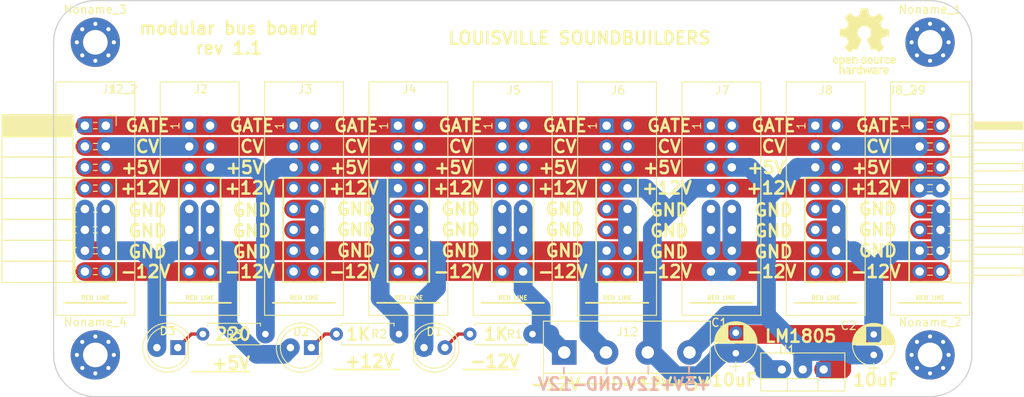
<source format=kicad_pcb>
(kicad_pcb (version 20171130) (host pcbnew "(5.1.12)-1")

  (general
    (thickness 1.6002)
    (drawings 153)
    (tracks 234)
    (zones 0)
    (modules 26)
    (nets 10)
  )

  (page A4)
  (layers
    (0 Top signal)
    (31 Bottom signal)
    (33 F.Adhes user hide)
    (34 B.Paste user hide)
    (35 F.Paste user hide)
    (36 B.SilkS user hide)
    (37 F.SilkS user hide)
    (38 B.Mask user hide)
    (39 F.Mask user hide)
    (40 Dwgs.User user hide)
    (41 Cmts.User user hide)
    (42 Eco1.User user hide)
    (43 Eco2.User user hide)
    (44 Edge.Cuts user)
    (45 Margin user hide)
    (47 F.CrtYd user hide)
    (49 F.Fab user hide)
  )

  (setup
    (last_trace_width 0.1524)
    (user_trace_width 0.4064)
    (user_trace_width 2.286)
    (trace_clearance 0.1524)
    (zone_clearance 0)
    (zone_45_only yes)
    (trace_min 0.1524)
    (via_size 0.6858)
    (via_drill 0.3302)
    (via_min_size 0.6858)
    (via_min_drill 0.3302)
    (uvia_size 0.762)
    (uvia_drill 0.508)
    (uvias_allowed no)
    (uvia_min_size 0)
    (uvia_min_drill 0)
    (edge_width 0.15)
    (segment_width 0.2)
    (pcb_text_width 0.3)
    (pcb_text_size 1.5 1.5)
    (mod_edge_width 0.15)
    (mod_text_size 1 1)
    (mod_text_width 0.15)
    (pad_size 1.524 1.524)
    (pad_drill 0.762)
    (pad_to_mask_clearance 0.2)
    (aux_axis_origin 0 0)
    (visible_elements 7FFFFFFF)
    (pcbplotparams
      (layerselection 0x010f0_80000001)
      (usegerberextensions false)
      (usegerberattributes true)
      (usegerberadvancedattributes true)
      (creategerberjobfile true)
      (excludeedgelayer true)
      (linewidth 0.100000)
      (plotframeref false)
      (viasonmask false)
      (mode 1)
      (useauxorigin false)
      (hpglpennumber 1)
      (hpglpenspeed 20)
      (hpglpendiameter 15.000000)
      (psnegative false)
      (psa4output false)
      (plotreference false)
      (plotvalue false)
      (plotinvisibletext false)
      (padsonsilk false)
      (subtractmaskfromsilk false)
      (outputformat 1)
      (mirror false)
      (drillshape 0)
      (scaleselection 1)
      (outputdirectory ""))
  )

  (net 0 "")
  (net 1 GATE)
  (net 2 CV)
  (net 3 +5V)
  (net 4 +12V)
  (net 5 GND)
  (net 6 -12V)
  (net 7 "Net-(D1-Pad2)")
  (net 8 "Net-(D2-Pad1)")
  (net 9 "Net-(D3-Pad1)")

  (net_class Default "This is the default net class."
    (clearance 0.1524)
    (trace_width 0.1524)
    (via_dia 0.6858)
    (via_drill 0.3302)
    (uvia_dia 0.762)
    (uvia_drill 0.508)
    (add_net "Net-(D1-Pad2)")
    (add_net "Net-(D2-Pad1)")
    (add_net "Net-(D3-Pad1)")
  )

  (net_class Power ""
    (clearance 0.1524)
    (trace_width 2.286)
    (via_dia 0.6858)
    (via_drill 0.3302)
    (uvia_dia 0.762)
    (uvia_drill 0.508)
    (add_net +12V)
    (add_net +5V)
    (add_net -12V)
    (add_net CV)
    (add_net GATE)
    (add_net GND)
  )

  (module Connectors:IDC_Header_Straight_16pins (layer Top) (tedit 5955C2A9) (tstamp 5950979B)
    (at 69.85 76.2 270)
    (descr "16 pins through hole IDC header")
    (tags "IDC header socket VASCH")
    (path /593F4050)
    (fp_text reference J2_2 (at -4.445 -4.699) (layer F.SilkS)
      (effects (font (size 1 1) (thickness 0.15)))
    )
    (fp_text value CONN_02X08 (at 8.89 5.223 270) (layer F.Fab)
      (effects (font (size 1 1) (thickness 0.15)))
    )
    (fp_line (start -5.33 3.53) (end -5.33 -6.07) (layer F.SilkS) (width 0.12))
    (fp_line (start 23.11 3.53) (end -5.33 3.53) (layer F.SilkS) (width 0.12))
    (fp_line (start 23.11 -6.07) (end 23.11 3.53) (layer F.SilkS) (width 0.12))
    (fp_line (start -5.33 -6.07) (end 23.11 -6.07) (layer F.SilkS) (width 0.12))
    (fp_line (start -5.58 3.78) (end -5.58 -6.32) (layer F.CrtYd) (width 0.05))
    (fp_line (start 23.36 3.78) (end -5.58 3.78) (layer F.CrtYd) (width 0.05))
    (fp_line (start 23.36 -6.32) (end 23.36 3.78) (layer F.CrtYd) (width 0.05))
    (fp_line (start -5.58 -6.32) (end 23.36 -6.32) (layer F.CrtYd) (width 0.05))
    (fp_line (start 22.86 3.28) (end 22.3 2.73) (layer F.Fab) (width 0.1))
    (fp_line (start -5.08 3.28) (end -4.54 2.73) (layer F.Fab) (width 0.1))
    (fp_line (start 22.86 -5.82) (end 22.3 -5.27) (layer F.Fab) (width 0.1))
    (fp_line (start -5.08 -5.82) (end -4.54 -5.27) (layer F.Fab) (width 0.1))
    (fp_line (start 22.3 -5.27) (end 22.3 2.73) (layer F.Fab) (width 0.1))
    (fp_line (start 22.86 -5.82) (end 22.86 3.28) (layer F.Fab) (width 0.1))
    (fp_line (start -4.54 -5.27) (end -4.54 2.73) (layer F.Fab) (width 0.1))
    (fp_line (start -5.08 -5.82) (end -5.08 3.28) (layer F.Fab) (width 0.1))
    (fp_line (start 11.14 2.73) (end 11.14 3.28) (layer F.Fab) (width 0.1))
    (fp_line (start 6.64 2.73) (end 6.64 3.28) (layer F.Fab) (width 0.1))
    (fp_line (start 11.14 2.73) (end 22.3 2.73) (layer F.Fab) (width 0.1))
    (fp_line (start -4.54 2.73) (end 6.64 2.73) (layer F.Fab) (width 0.1))
    (fp_line (start -5.08 3.28) (end 22.86 3.28) (layer F.Fab) (width 0.1))
    (fp_line (start -4.54 -5.27) (end 22.3 -5.27) (layer F.Fab) (width 0.1))
    (fp_line (start -5.08 -5.82) (end 22.86 -5.82) (layer F.Fab) (width 0.1))
    (fp_text user 1 (at 0.02 1.72 270) (layer F.SilkS)
      (effects (font (size 1 1) (thickness 0.12)))
    )
    (pad 1 thru_hole rect (at 0 0 270) (size 1.7272 1.7272) (drill 1.016) (layers *.Cu *.Mask)
      (net 1 GATE))
    (pad 2 thru_hole oval (at 0 -2.54 270) (size 1.7272 1.7272) (drill 1.016) (layers *.Cu *.Mask)
      (net 1 GATE))
    (pad 3 thru_hole oval (at 2.54 0 270) (size 1.7272 1.7272) (drill 1.016) (layers *.Cu *.Mask)
      (net 2 CV))
    (pad 4 thru_hole oval (at 2.54 -2.54 270) (size 1.7272 1.7272) (drill 1.016) (layers *.Cu *.Mask)
      (net 2 CV))
    (pad 5 thru_hole oval (at 5.08 0 270) (size 1.7272 1.7272) (drill 1.016) (layers *.Cu *.Mask)
      (net 3 +5V))
    (pad 6 thru_hole oval (at 5.08 -2.54 270) (size 1.7272 1.7272) (drill 1.016) (layers *.Cu *.Mask)
      (net 3 +5V))
    (pad 7 thru_hole oval (at 7.62 0 270) (size 1.7272 1.7272) (drill 1.016) (layers *.Cu *.Mask)
      (net 4 +12V))
    (pad 8 thru_hole oval (at 7.62 -2.54 270) (size 1.7272 1.7272) (drill 1.016) (layers *.Cu *.Mask)
      (net 4 +12V))
    (pad 9 thru_hole oval (at 10.16 0 270) (size 1.7272 1.7272) (drill 1.016) (layers *.Cu *.Mask)
      (net 5 GND))
    (pad 10 thru_hole oval (at 10.16 -2.54 270) (size 1.7272 1.7272) (drill 1.016) (layers *.Cu *.Mask)
      (net 5 GND))
    (pad 11 thru_hole oval (at 12.7 0 270) (size 1.7272 1.7272) (drill 1.016) (layers *.Cu *.Mask)
      (net 5 GND))
    (pad 12 thru_hole oval (at 12.7 -2.54 270) (size 1.7272 1.7272) (drill 1.016) (layers *.Cu *.Mask)
      (net 5 GND))
    (pad 13 thru_hole oval (at 15.24 0 270) (size 1.7272 1.7272) (drill 1.016) (layers *.Cu *.Mask)
      (net 5 GND))
    (pad 14 thru_hole oval (at 15.24 -2.54 270) (size 1.7272 1.7272) (drill 1.016) (layers *.Cu *.Mask)
      (net 5 GND))
    (pad 15 thru_hole oval (at 17.78 0 270) (size 1.7272 1.7272) (drill 1.016) (layers *.Cu *.Mask)
      (net 6 -12V))
    (pad 16 thru_hole oval (at 17.78 -2.54 270) (size 1.7272 1.7272) (drill 1.016) (layers *.Cu *.Mask)
      (net 6 -12V))
  )

  (module Connectors:IDC_Header_Straight_16pins (layer Top) (tedit 5955C225) (tstamp 59509770)
    (at 171.45 76.2 270)
    (descr "16 pins through hole IDC header")
    (tags "IDC header socket VASCH")
    (path /593F4CA4)
    (fp_text reference J8_2 (at -4.318 2.032 180) (layer F.SilkS)
      (effects (font (size 1 1) (thickness 0.15)))
    )
    (fp_text value CONN_02X08 (at 8.89 5.223 270) (layer F.Fab)
      (effects (font (size 1 1) (thickness 0.15)))
    )
    (fp_line (start -5.33 3.53) (end -5.33 -6.07) (layer F.SilkS) (width 0.12))
    (fp_line (start 23.11 3.53) (end -5.33 3.53) (layer F.SilkS) (width 0.12))
    (fp_line (start 23.11 -6.07) (end 23.11 3.53) (layer F.SilkS) (width 0.12))
    (fp_line (start -5.33 -6.07) (end 23.11 -6.07) (layer F.SilkS) (width 0.12))
    (fp_line (start -5.58 3.78) (end -5.58 -6.32) (layer F.CrtYd) (width 0.05))
    (fp_line (start 23.36 3.78) (end -5.58 3.78) (layer F.CrtYd) (width 0.05))
    (fp_line (start 23.36 -6.32) (end 23.36 3.78) (layer F.CrtYd) (width 0.05))
    (fp_line (start -5.58 -6.32) (end 23.36 -6.32) (layer F.CrtYd) (width 0.05))
    (fp_line (start 22.86 3.28) (end 22.3 2.73) (layer F.Fab) (width 0.1))
    (fp_line (start -5.08 3.28) (end -4.54 2.73) (layer F.Fab) (width 0.1))
    (fp_line (start 22.86 -5.82) (end 22.3 -5.27) (layer F.Fab) (width 0.1))
    (fp_line (start -5.08 -5.82) (end -4.54 -5.27) (layer F.Fab) (width 0.1))
    (fp_line (start 22.3 -5.27) (end 22.3 2.73) (layer F.Fab) (width 0.1))
    (fp_line (start 22.86 -5.82) (end 22.86 3.28) (layer F.Fab) (width 0.1))
    (fp_line (start -4.54 -5.27) (end -4.54 2.73) (layer F.Fab) (width 0.1))
    (fp_line (start -5.08 -5.82) (end -5.08 3.28) (layer F.Fab) (width 0.1))
    (fp_line (start 11.14 2.73) (end 11.14 3.28) (layer F.Fab) (width 0.1))
    (fp_line (start 6.64 2.73) (end 6.64 3.28) (layer F.Fab) (width 0.1))
    (fp_line (start 11.14 2.73) (end 22.3 2.73) (layer F.Fab) (width 0.1))
    (fp_line (start -4.54 2.73) (end 6.64 2.73) (layer F.Fab) (width 0.1))
    (fp_line (start -5.08 3.28) (end 22.86 3.28) (layer F.Fab) (width 0.1))
    (fp_line (start -4.54 -5.27) (end 22.3 -5.27) (layer F.Fab) (width 0.1))
    (fp_line (start -5.08 -5.82) (end 22.86 -5.82) (layer F.Fab) (width 0.1))
    (fp_text user 1 (at 0.02 1.72 270) (layer F.SilkS)
      (effects (font (size 1 1) (thickness 0.12)))
    )
    (pad 1 thru_hole rect (at 0 0 270) (size 1.7272 1.7272) (drill 1.016) (layers *.Cu *.Mask)
      (net 1 GATE))
    (pad 2 thru_hole oval (at 0 -2.54 270) (size 1.7272 1.7272) (drill 1.016) (layers *.Cu *.Mask)
      (net 1 GATE))
    (pad 3 thru_hole oval (at 2.54 0 270) (size 1.7272 1.7272) (drill 1.016) (layers *.Cu *.Mask)
      (net 2 CV))
    (pad 4 thru_hole oval (at 2.54 -2.54 270) (size 1.7272 1.7272) (drill 1.016) (layers *.Cu *.Mask)
      (net 2 CV))
    (pad 5 thru_hole oval (at 5.08 0 270) (size 1.7272 1.7272) (drill 1.016) (layers *.Cu *.Mask)
      (net 3 +5V))
    (pad 6 thru_hole oval (at 5.08 -2.54 270) (size 1.7272 1.7272) (drill 1.016) (layers *.Cu *.Mask)
      (net 3 +5V))
    (pad 7 thru_hole oval (at 7.62 0 270) (size 1.7272 1.7272) (drill 1.016) (layers *.Cu *.Mask)
      (net 4 +12V))
    (pad 8 thru_hole oval (at 7.62 -2.54 270) (size 1.7272 1.7272) (drill 1.016) (layers *.Cu *.Mask)
      (net 4 +12V))
    (pad 9 thru_hole oval (at 10.16 0 270) (size 1.7272 1.7272) (drill 1.016) (layers *.Cu *.Mask)
      (net 5 GND))
    (pad 10 thru_hole oval (at 10.16 -2.54 270) (size 1.7272 1.7272) (drill 1.016) (layers *.Cu *.Mask)
      (net 5 GND))
    (pad 11 thru_hole oval (at 12.7 0 270) (size 1.7272 1.7272) (drill 1.016) (layers *.Cu *.Mask)
      (net 5 GND))
    (pad 12 thru_hole oval (at 12.7 -2.54 270) (size 1.7272 1.7272) (drill 1.016) (layers *.Cu *.Mask)
      (net 5 GND))
    (pad 13 thru_hole oval (at 15.24 0 270) (size 1.7272 1.7272) (drill 1.016) (layers *.Cu *.Mask)
      (net 5 GND))
    (pad 14 thru_hole oval (at 15.24 -2.54 270) (size 1.7272 1.7272) (drill 1.016) (layers *.Cu *.Mask)
      (net 5 GND))
    (pad 15 thru_hole oval (at 17.78 0 270) (size 1.7272 1.7272) (drill 1.016) (layers *.Cu *.Mask)
      (net 6 -12V))
    (pad 16 thru_hole oval (at 17.78 -2.54 270) (size 1.7272 1.7272) (drill 1.016) (layers *.Cu *.Mask)
      (net 6 -12V))
  )

  (module Connectors:IDC_Header_Straight_16pins (layer Top) (tedit 5955C25B) (tstamp 596252D9)
    (at 120.65 76.2 270)
    (descr "16 pins through hole IDC header")
    (tags "IDC header socket VASCH")
    (path /593F471C)
    (fp_text reference J5 (at -4.318 -1.397) (layer F.SilkS)
      (effects (font (size 1 1) (thickness 0.15)))
    )
    (fp_text value CONN_02X08 (at 8.89 5.223 270) (layer F.Fab)
      (effects (font (size 1 1) (thickness 0.15)))
    )
    (fp_line (start -5.33 3.53) (end -5.33 -6.07) (layer F.SilkS) (width 0.12))
    (fp_line (start 23.11 3.53) (end -5.33 3.53) (layer F.SilkS) (width 0.12))
    (fp_line (start 23.11 -6.07) (end 23.11 3.53) (layer F.SilkS) (width 0.12))
    (fp_line (start -5.33 -6.07) (end 23.11 -6.07) (layer F.SilkS) (width 0.12))
    (fp_line (start -5.58 3.78) (end -5.58 -6.32) (layer F.CrtYd) (width 0.05))
    (fp_line (start 23.36 3.78) (end -5.58 3.78) (layer F.CrtYd) (width 0.05))
    (fp_line (start 23.36 -6.32) (end 23.36 3.78) (layer F.CrtYd) (width 0.05))
    (fp_line (start -5.58 -6.32) (end 23.36 -6.32) (layer F.CrtYd) (width 0.05))
    (fp_line (start 22.86 3.28) (end 22.3 2.73) (layer F.Fab) (width 0.1))
    (fp_line (start -5.08 3.28) (end -4.54 2.73) (layer F.Fab) (width 0.1))
    (fp_line (start 22.86 -5.82) (end 22.3 -5.27) (layer F.Fab) (width 0.1))
    (fp_line (start -5.08 -5.82) (end -4.54 -5.27) (layer F.Fab) (width 0.1))
    (fp_line (start 22.3 -5.27) (end 22.3 2.73) (layer F.Fab) (width 0.1))
    (fp_line (start 22.86 -5.82) (end 22.86 3.28) (layer F.Fab) (width 0.1))
    (fp_line (start -4.54 -5.27) (end -4.54 2.73) (layer F.Fab) (width 0.1))
    (fp_line (start -5.08 -5.82) (end -5.08 3.28) (layer F.Fab) (width 0.1))
    (fp_line (start 11.14 2.73) (end 11.14 3.28) (layer F.Fab) (width 0.1))
    (fp_line (start 6.64 2.73) (end 6.64 3.28) (layer F.Fab) (width 0.1))
    (fp_line (start 11.14 2.73) (end 22.3 2.73) (layer F.Fab) (width 0.1))
    (fp_line (start -4.54 2.73) (end 6.64 2.73) (layer F.Fab) (width 0.1))
    (fp_line (start -5.08 3.28) (end 22.86 3.28) (layer F.Fab) (width 0.1))
    (fp_line (start -4.54 -5.27) (end 22.3 -5.27) (layer F.Fab) (width 0.1))
    (fp_line (start -5.08 -5.82) (end 22.86 -5.82) (layer F.Fab) (width 0.1))
    (fp_text user 1 (at 0.02 1.72 270) (layer F.SilkS)
      (effects (font (size 1 1) (thickness 0.12)))
    )
    (pad 1 thru_hole rect (at 0 0 270) (size 1.7272 1.7272) (drill 1.016) (layers *.Cu *.Mask)
      (net 1 GATE))
    (pad 2 thru_hole oval (at 0 -2.54 270) (size 1.7272 1.7272) (drill 1.016) (layers *.Cu *.Mask)
      (net 1 GATE))
    (pad 3 thru_hole oval (at 2.54 0 270) (size 1.7272 1.7272) (drill 1.016) (layers *.Cu *.Mask)
      (net 2 CV))
    (pad 4 thru_hole oval (at 2.54 -2.54 270) (size 1.7272 1.7272) (drill 1.016) (layers *.Cu *.Mask)
      (net 2 CV))
    (pad 5 thru_hole oval (at 5.08 0 270) (size 1.7272 1.7272) (drill 1.016) (layers *.Cu *.Mask)
      (net 3 +5V))
    (pad 6 thru_hole oval (at 5.08 -2.54 270) (size 1.7272 1.7272) (drill 1.016) (layers *.Cu *.Mask)
      (net 3 +5V))
    (pad 7 thru_hole oval (at 7.62 0 270) (size 1.7272 1.7272) (drill 1.016) (layers *.Cu *.Mask)
      (net 4 +12V))
    (pad 8 thru_hole oval (at 7.62 -2.54 270) (size 1.7272 1.7272) (drill 1.016) (layers *.Cu *.Mask)
      (net 4 +12V))
    (pad 9 thru_hole oval (at 10.16 0 270) (size 1.7272 1.7272) (drill 1.016) (layers *.Cu *.Mask)
      (net 5 GND))
    (pad 10 thru_hole oval (at 10.16 -2.54 270) (size 1.7272 1.7272) (drill 1.016) (layers *.Cu *.Mask)
      (net 5 GND))
    (pad 11 thru_hole oval (at 12.7 0 270) (size 1.7272 1.7272) (drill 1.016) (layers *.Cu *.Mask)
      (net 5 GND))
    (pad 12 thru_hole oval (at 12.7 -2.54 270) (size 1.7272 1.7272) (drill 1.016) (layers *.Cu *.Mask)
      (net 5 GND))
    (pad 13 thru_hole oval (at 15.24 0 270) (size 1.7272 1.7272) (drill 1.016) (layers *.Cu *.Mask)
      (net 5 GND))
    (pad 14 thru_hole oval (at 15.24 -2.54 270) (size 1.7272 1.7272) (drill 1.016) (layers *.Cu *.Mask)
      (net 5 GND))
    (pad 15 thru_hole oval (at 17.78 0 270) (size 1.7272 1.7272) (drill 1.016) (layers *.Cu *.Mask)
      (net 6 -12V))
    (pad 16 thru_hole oval (at 17.78 -2.54 270) (size 1.7272 1.7272) (drill 1.016) (layers *.Cu *.Mask)
      (net 6 -12V))
  )

  (module Connectors:IDC_Header_Straight_16pins (layer Top) (tedit 5955C24C) (tstamp 59625305)
    (at 133.35 76.2 270)
    (descr "16 pins through hole IDC header")
    (tags "IDC header socket VASCH")
    (path /593F476C)
    (fp_text reference J6 (at -4.318 -1.397) (layer F.SilkS)
      (effects (font (size 1 1) (thickness 0.15)))
    )
    (fp_text value CONN_02X08 (at 8.89 5.223 270) (layer F.Fab)
      (effects (font (size 1 1) (thickness 0.15)))
    )
    (fp_line (start -5.33 3.53) (end -5.33 -6.07) (layer F.SilkS) (width 0.12))
    (fp_line (start 23.11 3.53) (end -5.33 3.53) (layer F.SilkS) (width 0.12))
    (fp_line (start 23.11 -6.07) (end 23.11 3.53) (layer F.SilkS) (width 0.12))
    (fp_line (start -5.33 -6.07) (end 23.11 -6.07) (layer F.SilkS) (width 0.12))
    (fp_line (start -5.58 3.78) (end -5.58 -6.32) (layer F.CrtYd) (width 0.05))
    (fp_line (start 23.36 3.78) (end -5.58 3.78) (layer F.CrtYd) (width 0.05))
    (fp_line (start 23.36 -6.32) (end 23.36 3.78) (layer F.CrtYd) (width 0.05))
    (fp_line (start -5.58 -6.32) (end 23.36 -6.32) (layer F.CrtYd) (width 0.05))
    (fp_line (start 22.86 3.28) (end 22.3 2.73) (layer F.Fab) (width 0.1))
    (fp_line (start -5.08 3.28) (end -4.54 2.73) (layer F.Fab) (width 0.1))
    (fp_line (start 22.86 -5.82) (end 22.3 -5.27) (layer F.Fab) (width 0.1))
    (fp_line (start -5.08 -5.82) (end -4.54 -5.27) (layer F.Fab) (width 0.1))
    (fp_line (start 22.3 -5.27) (end 22.3 2.73) (layer F.Fab) (width 0.1))
    (fp_line (start 22.86 -5.82) (end 22.86 3.28) (layer F.Fab) (width 0.1))
    (fp_line (start -4.54 -5.27) (end -4.54 2.73) (layer F.Fab) (width 0.1))
    (fp_line (start -5.08 -5.82) (end -5.08 3.28) (layer F.Fab) (width 0.1))
    (fp_line (start 11.14 2.73) (end 11.14 3.28) (layer F.Fab) (width 0.1))
    (fp_line (start 6.64 2.73) (end 6.64 3.28) (layer F.Fab) (width 0.1))
    (fp_line (start 11.14 2.73) (end 22.3 2.73) (layer F.Fab) (width 0.1))
    (fp_line (start -4.54 2.73) (end 6.64 2.73) (layer F.Fab) (width 0.1))
    (fp_line (start -5.08 3.28) (end 22.86 3.28) (layer F.Fab) (width 0.1))
    (fp_line (start -4.54 -5.27) (end 22.3 -5.27) (layer F.Fab) (width 0.1))
    (fp_line (start -5.08 -5.82) (end 22.86 -5.82) (layer F.Fab) (width 0.1))
    (fp_text user 1 (at 0.02 1.72 270) (layer F.SilkS)
      (effects (font (size 1 1) (thickness 0.12)))
    )
    (pad 1 thru_hole rect (at 0 0 270) (size 1.7272 1.7272) (drill 1.016) (layers *.Cu *.Mask)
      (net 1 GATE))
    (pad 2 thru_hole oval (at 0 -2.54 270) (size 1.7272 1.7272) (drill 1.016) (layers *.Cu *.Mask)
      (net 1 GATE))
    (pad 3 thru_hole oval (at 2.54 0 270) (size 1.7272 1.7272) (drill 1.016) (layers *.Cu *.Mask)
      (net 2 CV))
    (pad 4 thru_hole oval (at 2.54 -2.54 270) (size 1.7272 1.7272) (drill 1.016) (layers *.Cu *.Mask)
      (net 2 CV))
    (pad 5 thru_hole oval (at 5.08 0 270) (size 1.7272 1.7272) (drill 1.016) (layers *.Cu *.Mask)
      (net 3 +5V))
    (pad 6 thru_hole oval (at 5.08 -2.54 270) (size 1.7272 1.7272) (drill 1.016) (layers *.Cu *.Mask)
      (net 3 +5V))
    (pad 7 thru_hole oval (at 7.62 0 270) (size 1.7272 1.7272) (drill 1.016) (layers *.Cu *.Mask)
      (net 4 +12V))
    (pad 8 thru_hole oval (at 7.62 -2.54 270) (size 1.7272 1.7272) (drill 1.016) (layers *.Cu *.Mask)
      (net 4 +12V))
    (pad 9 thru_hole oval (at 10.16 0 270) (size 1.7272 1.7272) (drill 1.016) (layers *.Cu *.Mask)
      (net 5 GND))
    (pad 10 thru_hole oval (at 10.16 -2.54 270) (size 1.7272 1.7272) (drill 1.016) (layers *.Cu *.Mask)
      (net 5 GND))
    (pad 11 thru_hole oval (at 12.7 0 270) (size 1.7272 1.7272) (drill 1.016) (layers *.Cu *.Mask)
      (net 5 GND))
    (pad 12 thru_hole oval (at 12.7 -2.54 270) (size 1.7272 1.7272) (drill 1.016) (layers *.Cu *.Mask)
      (net 5 GND))
    (pad 13 thru_hole oval (at 15.24 0 270) (size 1.7272 1.7272) (drill 1.016) (layers *.Cu *.Mask)
      (net 5 GND))
    (pad 14 thru_hole oval (at 15.24 -2.54 270) (size 1.7272 1.7272) (drill 1.016) (layers *.Cu *.Mask)
      (net 5 GND))
    (pad 15 thru_hole oval (at 17.78 0 270) (size 1.7272 1.7272) (drill 1.016) (layers *.Cu *.Mask)
      (net 6 -12V))
    (pad 16 thru_hole oval (at 17.78 -2.54 270) (size 1.7272 1.7272) (drill 1.016) (layers *.Cu *.Mask)
      (net 6 -12V))
  )

  (module Connectors:IDC_Header_Straight_16pins (layer Top) (tedit 5955C23F) (tstamp 59625331)
    (at 146.05 76.2 270)
    (descr "16 pins through hole IDC header")
    (tags "IDC header socket VASCH")
    (path /593F4C54)
    (fp_text reference J7 (at -4.318 -1.397) (layer F.SilkS)
      (effects (font (size 1 1) (thickness 0.15)))
    )
    (fp_text value CONN_02X08 (at 8.89 5.223 270) (layer F.Fab)
      (effects (font (size 1 1) (thickness 0.15)))
    )
    (fp_line (start -5.33 3.53) (end -5.33 -6.07) (layer F.SilkS) (width 0.12))
    (fp_line (start 23.11 3.53) (end -5.33 3.53) (layer F.SilkS) (width 0.12))
    (fp_line (start 23.11 -6.07) (end 23.11 3.53) (layer F.SilkS) (width 0.12))
    (fp_line (start -5.33 -6.07) (end 23.11 -6.07) (layer F.SilkS) (width 0.12))
    (fp_line (start -5.58 3.78) (end -5.58 -6.32) (layer F.CrtYd) (width 0.05))
    (fp_line (start 23.36 3.78) (end -5.58 3.78) (layer F.CrtYd) (width 0.05))
    (fp_line (start 23.36 -6.32) (end 23.36 3.78) (layer F.CrtYd) (width 0.05))
    (fp_line (start -5.58 -6.32) (end 23.36 -6.32) (layer F.CrtYd) (width 0.05))
    (fp_line (start 22.86 3.28) (end 22.3 2.73) (layer F.Fab) (width 0.1))
    (fp_line (start -5.08 3.28) (end -4.54 2.73) (layer F.Fab) (width 0.1))
    (fp_line (start 22.86 -5.82) (end 22.3 -5.27) (layer F.Fab) (width 0.1))
    (fp_line (start -5.08 -5.82) (end -4.54 -5.27) (layer F.Fab) (width 0.1))
    (fp_line (start 22.3 -5.27) (end 22.3 2.73) (layer F.Fab) (width 0.1))
    (fp_line (start 22.86 -5.82) (end 22.86 3.28) (layer F.Fab) (width 0.1))
    (fp_line (start -4.54 -5.27) (end -4.54 2.73) (layer F.Fab) (width 0.1))
    (fp_line (start -5.08 -5.82) (end -5.08 3.28) (layer F.Fab) (width 0.1))
    (fp_line (start 11.14 2.73) (end 11.14 3.28) (layer F.Fab) (width 0.1))
    (fp_line (start 6.64 2.73) (end 6.64 3.28) (layer F.Fab) (width 0.1))
    (fp_line (start 11.14 2.73) (end 22.3 2.73) (layer F.Fab) (width 0.1))
    (fp_line (start -4.54 2.73) (end 6.64 2.73) (layer F.Fab) (width 0.1))
    (fp_line (start -5.08 3.28) (end 22.86 3.28) (layer F.Fab) (width 0.1))
    (fp_line (start -4.54 -5.27) (end 22.3 -5.27) (layer F.Fab) (width 0.1))
    (fp_line (start -5.08 -5.82) (end 22.86 -5.82) (layer F.Fab) (width 0.1))
    (fp_text user 1 (at 0.02 1.72 270) (layer F.SilkS)
      (effects (font (size 1 1) (thickness 0.12)))
    )
    (pad 1 thru_hole rect (at 0 0 270) (size 1.7272 1.7272) (drill 1.016) (layers *.Cu *.Mask)
      (net 1 GATE))
    (pad 2 thru_hole oval (at 0 -2.54 270) (size 1.7272 1.7272) (drill 1.016) (layers *.Cu *.Mask)
      (net 1 GATE))
    (pad 3 thru_hole oval (at 2.54 0 270) (size 1.7272 1.7272) (drill 1.016) (layers *.Cu *.Mask)
      (net 2 CV))
    (pad 4 thru_hole oval (at 2.54 -2.54 270) (size 1.7272 1.7272) (drill 1.016) (layers *.Cu *.Mask)
      (net 2 CV))
    (pad 5 thru_hole oval (at 5.08 0 270) (size 1.7272 1.7272) (drill 1.016) (layers *.Cu *.Mask)
      (net 3 +5V))
    (pad 6 thru_hole oval (at 5.08 -2.54 270) (size 1.7272 1.7272) (drill 1.016) (layers *.Cu *.Mask)
      (net 3 +5V))
    (pad 7 thru_hole oval (at 7.62 0 270) (size 1.7272 1.7272) (drill 1.016) (layers *.Cu *.Mask)
      (net 4 +12V))
    (pad 8 thru_hole oval (at 7.62 -2.54 270) (size 1.7272 1.7272) (drill 1.016) (layers *.Cu *.Mask)
      (net 4 +12V))
    (pad 9 thru_hole oval (at 10.16 0 270) (size 1.7272 1.7272) (drill 1.016) (layers *.Cu *.Mask)
      (net 5 GND))
    (pad 10 thru_hole oval (at 10.16 -2.54 270) (size 1.7272 1.7272) (drill 1.016) (layers *.Cu *.Mask)
      (net 5 GND))
    (pad 11 thru_hole oval (at 12.7 0 270) (size 1.7272 1.7272) (drill 1.016) (layers *.Cu *.Mask)
      (net 5 GND))
    (pad 12 thru_hole oval (at 12.7 -2.54 270) (size 1.7272 1.7272) (drill 1.016) (layers *.Cu *.Mask)
      (net 5 GND))
    (pad 13 thru_hole oval (at 15.24 0 270) (size 1.7272 1.7272) (drill 1.016) (layers *.Cu *.Mask)
      (net 5 GND))
    (pad 14 thru_hole oval (at 15.24 -2.54 270) (size 1.7272 1.7272) (drill 1.016) (layers *.Cu *.Mask)
      (net 5 GND))
    (pad 15 thru_hole oval (at 17.78 0 270) (size 1.7272 1.7272) (drill 1.016) (layers *.Cu *.Mask)
      (net 6 -12V))
    (pad 16 thru_hole oval (at 17.78 -2.54 270) (size 1.7272 1.7272) (drill 1.016) (layers *.Cu *.Mask)
      (net 6 -12V))
  )

  (module Connectors:IDC_Header_Straight_16pins (layer Top) (tedit 5955C230) (tstamp 5962535D)
    (at 158.75 76.2 270)
    (descr "16 pins through hole IDC header")
    (tags "IDC header socket VASCH")
    (path /593F4CA4)
    (fp_text reference J8 (at -4.318 -1.27) (layer F.SilkS)
      (effects (font (size 1 1) (thickness 0.15)))
    )
    (fp_text value CONN_02X08 (at 8.89 5.223 270) (layer F.Fab)
      (effects (font (size 1 1) (thickness 0.15)))
    )
    (fp_line (start -5.33 3.53) (end -5.33 -6.07) (layer F.SilkS) (width 0.12))
    (fp_line (start 23.11 3.53) (end -5.33 3.53) (layer F.SilkS) (width 0.12))
    (fp_line (start 23.11 -6.07) (end 23.11 3.53) (layer F.SilkS) (width 0.12))
    (fp_line (start -5.33 -6.07) (end 23.11 -6.07) (layer F.SilkS) (width 0.12))
    (fp_line (start -5.58 3.78) (end -5.58 -6.32) (layer F.CrtYd) (width 0.05))
    (fp_line (start 23.36 3.78) (end -5.58 3.78) (layer F.CrtYd) (width 0.05))
    (fp_line (start 23.36 -6.32) (end 23.36 3.78) (layer F.CrtYd) (width 0.05))
    (fp_line (start -5.58 -6.32) (end 23.36 -6.32) (layer F.CrtYd) (width 0.05))
    (fp_line (start 22.86 3.28) (end 22.3 2.73) (layer F.Fab) (width 0.1))
    (fp_line (start -5.08 3.28) (end -4.54 2.73) (layer F.Fab) (width 0.1))
    (fp_line (start 22.86 -5.82) (end 22.3 -5.27) (layer F.Fab) (width 0.1))
    (fp_line (start -5.08 -5.82) (end -4.54 -5.27) (layer F.Fab) (width 0.1))
    (fp_line (start 22.3 -5.27) (end 22.3 2.73) (layer F.Fab) (width 0.1))
    (fp_line (start 22.86 -5.82) (end 22.86 3.28) (layer F.Fab) (width 0.1))
    (fp_line (start -4.54 -5.27) (end -4.54 2.73) (layer F.Fab) (width 0.1))
    (fp_line (start -5.08 -5.82) (end -5.08 3.28) (layer F.Fab) (width 0.1))
    (fp_line (start 11.14 2.73) (end 11.14 3.28) (layer F.Fab) (width 0.1))
    (fp_line (start 6.64 2.73) (end 6.64 3.28) (layer F.Fab) (width 0.1))
    (fp_line (start 11.14 2.73) (end 22.3 2.73) (layer F.Fab) (width 0.1))
    (fp_line (start -4.54 2.73) (end 6.64 2.73) (layer F.Fab) (width 0.1))
    (fp_line (start -5.08 3.28) (end 22.86 3.28) (layer F.Fab) (width 0.1))
    (fp_line (start -4.54 -5.27) (end 22.3 -5.27) (layer F.Fab) (width 0.1))
    (fp_line (start -5.08 -5.82) (end 22.86 -5.82) (layer F.Fab) (width 0.1))
    (fp_text user 1 (at 0.02 1.72 270) (layer F.SilkS)
      (effects (font (size 1 1) (thickness 0.12)))
    )
    (pad 1 thru_hole rect (at 0 0 270) (size 1.7272 1.7272) (drill 1.016) (layers *.Cu *.Mask)
      (net 1 GATE))
    (pad 2 thru_hole oval (at 0 -2.54 270) (size 1.7272 1.7272) (drill 1.016) (layers *.Cu *.Mask)
      (net 1 GATE))
    (pad 3 thru_hole oval (at 2.54 0 270) (size 1.7272 1.7272) (drill 1.016) (layers *.Cu *.Mask)
      (net 2 CV))
    (pad 4 thru_hole oval (at 2.54 -2.54 270) (size 1.7272 1.7272) (drill 1.016) (layers *.Cu *.Mask)
      (net 2 CV))
    (pad 5 thru_hole oval (at 5.08 0 270) (size 1.7272 1.7272) (drill 1.016) (layers *.Cu *.Mask)
      (net 3 +5V))
    (pad 6 thru_hole oval (at 5.08 -2.54 270) (size 1.7272 1.7272) (drill 1.016) (layers *.Cu *.Mask)
      (net 3 +5V))
    (pad 7 thru_hole oval (at 7.62 0 270) (size 1.7272 1.7272) (drill 1.016) (layers *.Cu *.Mask)
      (net 4 +12V))
    (pad 8 thru_hole oval (at 7.62 -2.54 270) (size 1.7272 1.7272) (drill 1.016) (layers *.Cu *.Mask)
      (net 4 +12V))
    (pad 9 thru_hole oval (at 10.16 0 270) (size 1.7272 1.7272) (drill 1.016) (layers *.Cu *.Mask)
      (net 5 GND))
    (pad 10 thru_hole oval (at 10.16 -2.54 270) (size 1.7272 1.7272) (drill 1.016) (layers *.Cu *.Mask)
      (net 5 GND))
    (pad 11 thru_hole oval (at 12.7 0 270) (size 1.7272 1.7272) (drill 1.016) (layers *.Cu *.Mask)
      (net 5 GND))
    (pad 12 thru_hole oval (at 12.7 -2.54 270) (size 1.7272 1.7272) (drill 1.016) (layers *.Cu *.Mask)
      (net 5 GND))
    (pad 13 thru_hole oval (at 15.24 0 270) (size 1.7272 1.7272) (drill 1.016) (layers *.Cu *.Mask)
      (net 5 GND))
    (pad 14 thru_hole oval (at 15.24 -2.54 270) (size 1.7272 1.7272) (drill 1.016) (layers *.Cu *.Mask)
      (net 5 GND))
    (pad 15 thru_hole oval (at 17.78 0 270) (size 1.7272 1.7272) (drill 1.016) (layers *.Cu *.Mask)
      (net 6 -12V))
    (pad 16 thru_hole oval (at 17.78 -2.54 270) (size 1.7272 1.7272) (drill 1.016) (layers *.Cu *.Mask)
      (net 6 -12V))
  )

  (module Pin_Headers:Pin_Header_Angled_2x08_Pitch2.54mm (layer Top) (tedit 5955C222) (tstamp 5975D274)
    (at 171.45 76.2)
    (descr "Through hole angled pin header, 2x08, 2.54mm pitch, 6mm pin length, double rows")
    (tags "Through hole angled pin header THT 2x08 2.54mm double row")
    (path /593F4CF4)
    (fp_text reference J9 (at -0.127 -4.318) (layer F.SilkS)
      (effects (font (size 1 1) (thickness 0.15)))
    )
    (fp_text value CONN_02X08 (at 5.585 20.05) (layer F.Fab)
      (effects (font (size 1 1) (thickness 0.15)))
    )
    (fp_line (start 12.7 -1.6) (end -1.6 -1.6) (layer F.CrtYd) (width 0.05))
    (fp_line (start 12.7 19.3) (end 12.7 -1.6) (layer F.CrtYd) (width 0.05))
    (fp_line (start -1.6 19.3) (end 12.7 19.3) (layer F.CrtYd) (width 0.05))
    (fp_line (start -1.6 -1.6) (end -1.6 19.3) (layer F.CrtYd) (width 0.05))
    (fp_line (start -1.27 -1.27) (end 0 -1.27) (layer F.SilkS) (width 0.12))
    (fp_line (start -1.27 0) (end -1.27 -1.27) (layer F.SilkS) (width 0.12))
    (fp_line (start 0.97 18.22) (end 1.57 18.22) (layer F.SilkS) (width 0.12))
    (fp_line (start 0.97 17.34) (end 1.57 17.34) (layer F.SilkS) (width 0.12))
    (fp_line (start 3.51 18.22) (end 3.82 18.22) (layer F.SilkS) (width 0.12))
    (fp_line (start 3.51 17.34) (end 3.82 17.34) (layer F.SilkS) (width 0.12))
    (fp_line (start 12.56 17.34) (end 6.56 17.34) (layer F.SilkS) (width 0.12))
    (fp_line (start 12.56 18.22) (end 12.56 17.34) (layer F.SilkS) (width 0.12))
    (fp_line (start 6.56 18.22) (end 12.56 18.22) (layer F.SilkS) (width 0.12))
    (fp_line (start 6.56 17.34) (end 6.56 18.22) (layer F.SilkS) (width 0.12))
    (fp_line (start 6.56 16.51) (end 3.82 16.51) (layer F.SilkS) (width 0.12))
    (fp_line (start 6.56 19.17) (end 6.56 16.51) (layer F.SilkS) (width 0.12))
    (fp_line (start 3.82 19.17) (end 6.56 19.17) (layer F.SilkS) (width 0.12))
    (fp_line (start 3.82 16.51) (end 3.82 19.17) (layer F.SilkS) (width 0.12))
    (fp_line (start 0.97 15.68) (end 1.57 15.68) (layer F.SilkS) (width 0.12))
    (fp_line (start 0.97 14.8) (end 1.57 14.8) (layer F.SilkS) (width 0.12))
    (fp_line (start 3.51 15.68) (end 3.82 15.68) (layer F.SilkS) (width 0.12))
    (fp_line (start 3.51 14.8) (end 3.82 14.8) (layer F.SilkS) (width 0.12))
    (fp_line (start 12.56 14.8) (end 6.56 14.8) (layer F.SilkS) (width 0.12))
    (fp_line (start 12.56 15.68) (end 12.56 14.8) (layer F.SilkS) (width 0.12))
    (fp_line (start 6.56 15.68) (end 12.56 15.68) (layer F.SilkS) (width 0.12))
    (fp_line (start 6.56 14.8) (end 6.56 15.68) (layer F.SilkS) (width 0.12))
    (fp_line (start 6.56 13.97) (end 3.82 13.97) (layer F.SilkS) (width 0.12))
    (fp_line (start 6.56 16.51) (end 6.56 13.97) (layer F.SilkS) (width 0.12))
    (fp_line (start 3.82 16.51) (end 6.56 16.51) (layer F.SilkS) (width 0.12))
    (fp_line (start 3.82 13.97) (end 3.82 16.51) (layer F.SilkS) (width 0.12))
    (fp_line (start 0.97 13.14) (end 1.57 13.14) (layer F.SilkS) (width 0.12))
    (fp_line (start 0.97 12.26) (end 1.57 12.26) (layer F.SilkS) (width 0.12))
    (fp_line (start 3.51 13.14) (end 3.82 13.14) (layer F.SilkS) (width 0.12))
    (fp_line (start 3.51 12.26) (end 3.82 12.26) (layer F.SilkS) (width 0.12))
    (fp_line (start 12.56 12.26) (end 6.56 12.26) (layer F.SilkS) (width 0.12))
    (fp_line (start 12.56 13.14) (end 12.56 12.26) (layer F.SilkS) (width 0.12))
    (fp_line (start 6.56 13.14) (end 12.56 13.14) (layer F.SilkS) (width 0.12))
    (fp_line (start 6.56 12.26) (end 6.56 13.14) (layer F.SilkS) (width 0.12))
    (fp_line (start 6.56 11.43) (end 3.82 11.43) (layer F.SilkS) (width 0.12))
    (fp_line (start 6.56 13.97) (end 6.56 11.43) (layer F.SilkS) (width 0.12))
    (fp_line (start 3.82 13.97) (end 6.56 13.97) (layer F.SilkS) (width 0.12))
    (fp_line (start 3.82 11.43) (end 3.82 13.97) (layer F.SilkS) (width 0.12))
    (fp_line (start 0.97 10.6) (end 1.57 10.6) (layer F.SilkS) (width 0.12))
    (fp_line (start 0.97 9.72) (end 1.57 9.72) (layer F.SilkS) (width 0.12))
    (fp_line (start 3.51 10.6) (end 3.82 10.6) (layer F.SilkS) (width 0.12))
    (fp_line (start 3.51 9.72) (end 3.82 9.72) (layer F.SilkS) (width 0.12))
    (fp_line (start 12.56 9.72) (end 6.56 9.72) (layer F.SilkS) (width 0.12))
    (fp_line (start 12.56 10.6) (end 12.56 9.72) (layer F.SilkS) (width 0.12))
    (fp_line (start 6.56 10.6) (end 12.56 10.6) (layer F.SilkS) (width 0.12))
    (fp_line (start 6.56 9.72) (end 6.56 10.6) (layer F.SilkS) (width 0.12))
    (fp_line (start 6.56 8.89) (end 3.82 8.89) (layer F.SilkS) (width 0.12))
    (fp_line (start 6.56 11.43) (end 6.56 8.89) (layer F.SilkS) (width 0.12))
    (fp_line (start 3.82 11.43) (end 6.56 11.43) (layer F.SilkS) (width 0.12))
    (fp_line (start 3.82 8.89) (end 3.82 11.43) (layer F.SilkS) (width 0.12))
    (fp_line (start 0.97 8.06) (end 1.57 8.06) (layer F.SilkS) (width 0.12))
    (fp_line (start 0.97 7.18) (end 1.57 7.18) (layer F.SilkS) (width 0.12))
    (fp_line (start 3.51 8.06) (end 3.82 8.06) (layer F.SilkS) (width 0.12))
    (fp_line (start 3.51 7.18) (end 3.82 7.18) (layer F.SilkS) (width 0.12))
    (fp_line (start 12.56 7.18) (end 6.56 7.18) (layer F.SilkS) (width 0.12))
    (fp_line (start 12.56 8.06) (end 12.56 7.18) (layer F.SilkS) (width 0.12))
    (fp_line (start 6.56 8.06) (end 12.56 8.06) (layer F.SilkS) (width 0.12))
    (fp_line (start 6.56 7.18) (end 6.56 8.06) (layer F.SilkS) (width 0.12))
    (fp_line (start 6.56 6.35) (end 3.82 6.35) (layer F.SilkS) (width 0.12))
    (fp_line (start 6.56 8.89) (end 6.56 6.35) (layer F.SilkS) (width 0.12))
    (fp_line (start 3.82 8.89) (end 6.56 8.89) (layer F.SilkS) (width 0.12))
    (fp_line (start 3.82 6.35) (end 3.82 8.89) (layer F.SilkS) (width 0.12))
    (fp_line (start 0.97 5.52) (end 1.57 5.52) (layer F.SilkS) (width 0.12))
    (fp_line (start 0.97 4.64) (end 1.57 4.64) (layer F.SilkS) (width 0.12))
    (fp_line (start 3.51 5.52) (end 3.82 5.52) (layer F.SilkS) (width 0.12))
    (fp_line (start 3.51 4.64) (end 3.82 4.64) (layer F.SilkS) (width 0.12))
    (fp_line (start 12.56 4.64) (end 6.56 4.64) (layer F.SilkS) (width 0.12))
    (fp_line (start 12.56 5.52) (end 12.56 4.64) (layer F.SilkS) (width 0.12))
    (fp_line (start 6.56 5.52) (end 12.56 5.52) (layer F.SilkS) (width 0.12))
    (fp_line (start 6.56 4.64) (end 6.56 5.52) (layer F.SilkS) (width 0.12))
    (fp_line (start 6.56 3.81) (end 3.82 3.81) (layer F.SilkS) (width 0.12))
    (fp_line (start 6.56 6.35) (end 6.56 3.81) (layer F.SilkS) (width 0.12))
    (fp_line (start 3.82 6.35) (end 6.56 6.35) (layer F.SilkS) (width 0.12))
    (fp_line (start 3.82 3.81) (end 3.82 6.35) (layer F.SilkS) (width 0.12))
    (fp_line (start 0.97 2.98) (end 1.57 2.98) (layer F.SilkS) (width 0.12))
    (fp_line (start 0.97 2.1) (end 1.57 2.1) (layer F.SilkS) (width 0.12))
    (fp_line (start 3.51 2.98) (end 3.82 2.98) (layer F.SilkS) (width 0.12))
    (fp_line (start 3.51 2.1) (end 3.82 2.1) (layer F.SilkS) (width 0.12))
    (fp_line (start 12.56 2.1) (end 6.56 2.1) (layer F.SilkS) (width 0.12))
    (fp_line (start 12.56 2.98) (end 12.56 2.1) (layer F.SilkS) (width 0.12))
    (fp_line (start 6.56 2.98) (end 12.56 2.98) (layer F.SilkS) (width 0.12))
    (fp_line (start 6.56 2.1) (end 6.56 2.98) (layer F.SilkS) (width 0.12))
    (fp_line (start 6.56 1.27) (end 3.82 1.27) (layer F.SilkS) (width 0.12))
    (fp_line (start 6.56 3.81) (end 6.56 1.27) (layer F.SilkS) (width 0.12))
    (fp_line (start 3.82 3.81) (end 6.56 3.81) (layer F.SilkS) (width 0.12))
    (fp_line (start 3.82 1.27) (end 3.82 3.81) (layer F.SilkS) (width 0.12))
    (fp_line (start 6.56 0.4) (end 12.56 0.4) (layer F.SilkS) (width 0.12))
    (fp_line (start 6.56 0.28) (end 12.56 0.28) (layer F.SilkS) (width 0.12))
    (fp_line (start 6.56 0.16) (end 12.56 0.16) (layer F.SilkS) (width 0.12))
    (fp_line (start 6.56 0.04) (end 12.56 0.04) (layer F.SilkS) (width 0.12))
    (fp_line (start 6.56 -0.08) (end 12.56 -0.08) (layer F.SilkS) (width 0.12))
    (fp_line (start 6.56 -0.2) (end 12.56 -0.2) (layer F.SilkS) (width 0.12))
    (fp_line (start 6.56 -0.32) (end 12.56 -0.32) (layer F.SilkS) (width 0.12))
    (fp_line (start 0.97 0.44) (end 1.57 0.44) (layer F.SilkS) (width 0.12))
    (fp_line (start 0.97 -0.44) (end 1.57 -0.44) (layer F.SilkS) (width 0.12))
    (fp_line (start 3.51 0.44) (end 3.82 0.44) (layer F.SilkS) (width 0.12))
    (fp_line (start 3.51 -0.44) (end 3.82 -0.44) (layer F.SilkS) (width 0.12))
    (fp_line (start 12.56 -0.44) (end 6.56 -0.44) (layer F.SilkS) (width 0.12))
    (fp_line (start 12.56 0.44) (end 12.56 -0.44) (layer F.SilkS) (width 0.12))
    (fp_line (start 6.56 0.44) (end 12.56 0.44) (layer F.SilkS) (width 0.12))
    (fp_line (start 6.56 -0.44) (end 6.56 0.44) (layer F.SilkS) (width 0.12))
    (fp_line (start 6.56 -1.39) (end 3.82 -1.39) (layer F.SilkS) (width 0.12))
    (fp_line (start 6.56 1.27) (end 6.56 -1.39) (layer F.SilkS) (width 0.12))
    (fp_line (start 3.82 1.27) (end 6.56 1.27) (layer F.SilkS) (width 0.12))
    (fp_line (start 3.82 -1.39) (end 3.82 1.27) (layer F.SilkS) (width 0.12))
    (fp_line (start 12.44 17.46) (end 0 17.46) (layer F.Fab) (width 0.1))
    (fp_line (start 12.44 18.1) (end 12.44 17.46) (layer F.Fab) (width 0.1))
    (fp_line (start 0 18.1) (end 12.44 18.1) (layer F.Fab) (width 0.1))
    (fp_line (start 0 17.46) (end 0 18.1) (layer F.Fab) (width 0.1))
    (fp_line (start 6.44 16.51) (end 3.94 16.51) (layer F.Fab) (width 0.1))
    (fp_line (start 6.44 19.05) (end 6.44 16.51) (layer F.Fab) (width 0.1))
    (fp_line (start 3.94 19.05) (end 6.44 19.05) (layer F.Fab) (width 0.1))
    (fp_line (start 3.94 16.51) (end 3.94 19.05) (layer F.Fab) (width 0.1))
    (fp_line (start 12.44 14.92) (end 0 14.92) (layer F.Fab) (width 0.1))
    (fp_line (start 12.44 15.56) (end 12.44 14.92) (layer F.Fab) (width 0.1))
    (fp_line (start 0 15.56) (end 12.44 15.56) (layer F.Fab) (width 0.1))
    (fp_line (start 0 14.92) (end 0 15.56) (layer F.Fab) (width 0.1))
    (fp_line (start 6.44 13.97) (end 3.94 13.97) (layer F.Fab) (width 0.1))
    (fp_line (start 6.44 16.51) (end 6.44 13.97) (layer F.Fab) (width 0.1))
    (fp_line (start 3.94 16.51) (end 6.44 16.51) (layer F.Fab) (width 0.1))
    (fp_line (start 3.94 13.97) (end 3.94 16.51) (layer F.Fab) (width 0.1))
    (fp_line (start 12.44 12.38) (end 0 12.38) (layer F.Fab) (width 0.1))
    (fp_line (start 12.44 13.02) (end 12.44 12.38) (layer F.Fab) (width 0.1))
    (fp_line (start 0 13.02) (end 12.44 13.02) (layer F.Fab) (width 0.1))
    (fp_line (start 0 12.38) (end 0 13.02) (layer F.Fab) (width 0.1))
    (fp_line (start 6.44 11.43) (end 3.94 11.43) (layer F.Fab) (width 0.1))
    (fp_line (start 6.44 13.97) (end 6.44 11.43) (layer F.Fab) (width 0.1))
    (fp_line (start 3.94 13.97) (end 6.44 13.97) (layer F.Fab) (width 0.1))
    (fp_line (start 3.94 11.43) (end 3.94 13.97) (layer F.Fab) (width 0.1))
    (fp_line (start 12.44 9.84) (end 0 9.84) (layer F.Fab) (width 0.1))
    (fp_line (start 12.44 10.48) (end 12.44 9.84) (layer F.Fab) (width 0.1))
    (fp_line (start 0 10.48) (end 12.44 10.48) (layer F.Fab) (width 0.1))
    (fp_line (start 0 9.84) (end 0 10.48) (layer F.Fab) (width 0.1))
    (fp_line (start 6.44 8.89) (end 3.94 8.89) (layer F.Fab) (width 0.1))
    (fp_line (start 6.44 11.43) (end 6.44 8.89) (layer F.Fab) (width 0.1))
    (fp_line (start 3.94 11.43) (end 6.44 11.43) (layer F.Fab) (width 0.1))
    (fp_line (start 3.94 8.89) (end 3.94 11.43) (layer F.Fab) (width 0.1))
    (fp_line (start 12.44 7.3) (end 0 7.3) (layer F.Fab) (width 0.1))
    (fp_line (start 12.44 7.94) (end 12.44 7.3) (layer F.Fab) (width 0.1))
    (fp_line (start 0 7.94) (end 12.44 7.94) (layer F.Fab) (width 0.1))
    (fp_line (start 0 7.3) (end 0 7.94) (layer F.Fab) (width 0.1))
    (fp_line (start 6.44 6.35) (end 3.94 6.35) (layer F.Fab) (width 0.1))
    (fp_line (start 6.44 8.89) (end 6.44 6.35) (layer F.Fab) (width 0.1))
    (fp_line (start 3.94 8.89) (end 6.44 8.89) (layer F.Fab) (width 0.1))
    (fp_line (start 3.94 6.35) (end 3.94 8.89) (layer F.Fab) (width 0.1))
    (fp_line (start 12.44 4.76) (end 0 4.76) (layer F.Fab) (width 0.1))
    (fp_line (start 12.44 5.4) (end 12.44 4.76) (layer F.Fab) (width 0.1))
    (fp_line (start 0 5.4) (end 12.44 5.4) (layer F.Fab) (width 0.1))
    (fp_line (start 0 4.76) (end 0 5.4) (layer F.Fab) (width 0.1))
    (fp_line (start 6.44 3.81) (end 3.94 3.81) (layer F.Fab) (width 0.1))
    (fp_line (start 6.44 6.35) (end 6.44 3.81) (layer F.Fab) (width 0.1))
    (fp_line (start 3.94 6.35) (end 6.44 6.35) (layer F.Fab) (width 0.1))
    (fp_line (start 3.94 3.81) (end 3.94 6.35) (layer F.Fab) (width 0.1))
    (fp_line (start 12.44 2.22) (end 0 2.22) (layer F.Fab) (width 0.1))
    (fp_line (start 12.44 2.86) (end 12.44 2.22) (layer F.Fab) (width 0.1))
    (fp_line (start 0 2.86) (end 12.44 2.86) (layer F.Fab) (width 0.1))
    (fp_line (start 0 2.22) (end 0 2.86) (layer F.Fab) (width 0.1))
    (fp_line (start 6.44 1.27) (end 3.94 1.27) (layer F.Fab) (width 0.1))
    (fp_line (start 6.44 3.81) (end 6.44 1.27) (layer F.Fab) (width 0.1))
    (fp_line (start 3.94 3.81) (end 6.44 3.81) (layer F.Fab) (width 0.1))
    (fp_line (start 3.94 1.27) (end 3.94 3.81) (layer F.Fab) (width 0.1))
    (fp_line (start 12.44 -0.32) (end 0 -0.32) (layer F.Fab) (width 0.1))
    (fp_line (start 12.44 0.32) (end 12.44 -0.32) (layer F.Fab) (width 0.1))
    (fp_line (start 0 0.32) (end 12.44 0.32) (layer F.Fab) (width 0.1))
    (fp_line (start 0 -0.32) (end 0 0.32) (layer F.Fab) (width 0.1))
    (fp_line (start 6.44 -1.27) (end 3.94 -1.27) (layer F.Fab) (width 0.1))
    (fp_line (start 6.44 1.27) (end 6.44 -1.27) (layer F.Fab) (width 0.1))
    (fp_line (start 3.94 1.27) (end 6.44 1.27) (layer F.Fab) (width 0.1))
    (fp_line (start 3.94 -1.27) (end 3.94 1.27) (layer F.Fab) (width 0.1))
    (pad 1 thru_hole rect (at 0 0) (size 1.7 1.7) (drill 1) (layers *.Cu *.Mask)
      (net 1 GATE))
    (pad 2 thru_hole oval (at 2.54 0) (size 1.7 1.7) (drill 1) (layers *.Cu *.Mask)
      (net 1 GATE))
    (pad 3 thru_hole oval (at 0 2.54) (size 1.7 1.7) (drill 1) (layers *.Cu *.Mask)
      (net 2 CV))
    (pad 4 thru_hole oval (at 2.54 2.54) (size 1.7 1.7) (drill 1) (layers *.Cu *.Mask)
      (net 2 CV))
    (pad 5 thru_hole oval (at 0 5.08) (size 1.7 1.7) (drill 1) (layers *.Cu *.Mask)
      (net 3 +5V))
    (pad 6 thru_hole oval (at 2.54 5.08) (size 1.7 1.7) (drill 1) (layers *.Cu *.Mask)
      (net 3 +5V))
    (pad 7 thru_hole oval (at 0 7.62) (size 1.7 1.7) (drill 1) (layers *.Cu *.Mask)
      (net 4 +12V))
    (pad 8 thru_hole oval (at 2.54 7.62) (size 1.7 1.7) (drill 1) (layers *.Cu *.Mask)
      (net 4 +12V))
    (pad 9 thru_hole oval (at 0 10.16) (size 1.7 1.7) (drill 1) (layers *.Cu *.Mask)
      (net 5 GND))
    (pad 10 thru_hole oval (at 2.54 10.16) (size 1.7 1.7) (drill 1) (layers *.Cu *.Mask)
      (net 5 GND))
    (pad 11 thru_hole oval (at 0 12.7) (size 1.7 1.7) (drill 1) (layers *.Cu *.Mask)
      (net 5 GND))
    (pad 12 thru_hole oval (at 2.54 12.7) (size 1.7 1.7) (drill 1) (layers *.Cu *.Mask)
      (net 5 GND))
    (pad 13 thru_hole oval (at 0 15.24) (size 1.7 1.7) (drill 1) (layers *.Cu *.Mask)
      (net 5 GND))
    (pad 14 thru_hole oval (at 2.54 15.24) (size 1.7 1.7) (drill 1) (layers *.Cu *.Mask)
      (net 5 GND))
    (pad 15 thru_hole oval (at 0 17.78) (size 1.7 1.7) (drill 1) (layers *.Cu *.Mask)
      (net 6 -12V))
    (pad 16 thru_hole oval (at 2.54 17.78) (size 1.7 1.7) (drill 1) (layers *.Cu *.Mask)
      (net 6 -12V))
    (model Pin_Headers.3dshapes/Pin_Header_Angled_2x08_Pitch2.54mm.wrl
      (offset (xyz 1.269999980926514 -8.889999866485596 0))
      (scale (xyz 1 1 1))
      (rotate (xyz 0 0 90))
    )
  )

  (module Socket_Strips:Socket_Strip_Angled_2x08_Pitch2.54mm (layer Top) (tedit 5955C2B1) (tstamp 5979B660)
    (at 72.39 76.2)
    (descr "Through hole angled socket strip, 2x08, 2.54mm pitch, 8.51mm socket length, double rows")
    (tags "Through hole angled socket strip THT 2x08 2.54mm double row")
    (path /593F3842)
    (fp_text reference J1 (at 0.381 -4.445) (layer F.SilkS)
      (effects (font (size 1 1) (thickness 0.15)))
    )
    (fp_text value CONN_02X08 (at -5.65 20.05) (layer F.Fab)
      (effects (font (size 1 1) (thickness 0.15)))
    )
    (fp_line (start -12.85 -1.55) (end 1.55 -1.55) (layer F.CrtYd) (width 0.05))
    (fp_line (start -12.85 19.3) (end -12.85 -1.55) (layer F.CrtYd) (width 0.05))
    (fp_line (start 1.55 19.3) (end -12.85 19.3) (layer F.CrtYd) (width 0.05))
    (fp_line (start 1.55 -1.55) (end 1.55 19.3) (layer F.CrtYd) (width 0.05))
    (fp_line (start 1.27 -1.27) (end 1.27 0) (layer F.SilkS) (width 0.12))
    (fp_line (start 0 -1.27) (end 1.27 -1.27) (layer F.SilkS) (width 0.12))
    (fp_line (start -1.03 18.16) (end -1.51 18.16) (layer F.SilkS) (width 0.12))
    (fp_line (start -1.03 17.4) (end -1.51 17.4) (layer F.SilkS) (width 0.12))
    (fp_line (start -3.57 18.16) (end -4 18.16) (layer F.SilkS) (width 0.12))
    (fp_line (start -3.57 17.4) (end -4 17.4) (layer F.SilkS) (width 0.12))
    (fp_line (start -12.63 16.51) (end -4 16.51) (layer F.SilkS) (width 0.12))
    (fp_line (start -12.63 19.11) (end -12.63 16.51) (layer F.SilkS) (width 0.12))
    (fp_line (start -4 19.11) (end -12.63 19.11) (layer F.SilkS) (width 0.12))
    (fp_line (start -4 16.51) (end -4 19.11) (layer F.SilkS) (width 0.12))
    (fp_line (start -1.03 15.62) (end -1.51 15.62) (layer F.SilkS) (width 0.12))
    (fp_line (start -1.03 14.86) (end -1.51 14.86) (layer F.SilkS) (width 0.12))
    (fp_line (start -3.57 15.62) (end -4 15.62) (layer F.SilkS) (width 0.12))
    (fp_line (start -3.57 14.86) (end -4 14.86) (layer F.SilkS) (width 0.12))
    (fp_line (start -12.63 13.97) (end -4 13.97) (layer F.SilkS) (width 0.12))
    (fp_line (start -12.63 16.51) (end -12.63 13.97) (layer F.SilkS) (width 0.12))
    (fp_line (start -4 16.51) (end -12.63 16.51) (layer F.SilkS) (width 0.12))
    (fp_line (start -4 13.97) (end -4 16.51) (layer F.SilkS) (width 0.12))
    (fp_line (start -1.03 13.08) (end -1.51 13.08) (layer F.SilkS) (width 0.12))
    (fp_line (start -1.03 12.32) (end -1.51 12.32) (layer F.SilkS) (width 0.12))
    (fp_line (start -3.57 13.08) (end -4 13.08) (layer F.SilkS) (width 0.12))
    (fp_line (start -3.57 12.32) (end -4 12.32) (layer F.SilkS) (width 0.12))
    (fp_line (start -12.63 11.43) (end -4 11.43) (layer F.SilkS) (width 0.12))
    (fp_line (start -12.63 13.97) (end -12.63 11.43) (layer F.SilkS) (width 0.12))
    (fp_line (start -4 13.97) (end -12.63 13.97) (layer F.SilkS) (width 0.12))
    (fp_line (start -4 11.43) (end -4 13.97) (layer F.SilkS) (width 0.12))
    (fp_line (start -1.03 10.54) (end -1.51 10.54) (layer F.SilkS) (width 0.12))
    (fp_line (start -1.03 9.78) (end -1.51 9.78) (layer F.SilkS) (width 0.12))
    (fp_line (start -3.57 10.54) (end -4 10.54) (layer F.SilkS) (width 0.12))
    (fp_line (start -3.57 9.78) (end -4 9.78) (layer F.SilkS) (width 0.12))
    (fp_line (start -12.63 8.89) (end -4 8.89) (layer F.SilkS) (width 0.12))
    (fp_line (start -12.63 11.43) (end -12.63 8.89) (layer F.SilkS) (width 0.12))
    (fp_line (start -4 11.43) (end -12.63 11.43) (layer F.SilkS) (width 0.12))
    (fp_line (start -4 8.89) (end -4 11.43) (layer F.SilkS) (width 0.12))
    (fp_line (start -1.03 8) (end -1.51 8) (layer F.SilkS) (width 0.12))
    (fp_line (start -1.03 7.24) (end -1.51 7.24) (layer F.SilkS) (width 0.12))
    (fp_line (start -3.57 8) (end -4 8) (layer F.SilkS) (width 0.12))
    (fp_line (start -3.57 7.24) (end -4 7.24) (layer F.SilkS) (width 0.12))
    (fp_line (start -12.63 6.35) (end -4 6.35) (layer F.SilkS) (width 0.12))
    (fp_line (start -12.63 8.89) (end -12.63 6.35) (layer F.SilkS) (width 0.12))
    (fp_line (start -4 8.89) (end -12.63 8.89) (layer F.SilkS) (width 0.12))
    (fp_line (start -4 6.35) (end -4 8.89) (layer F.SilkS) (width 0.12))
    (fp_line (start -1.03 5.46) (end -1.51 5.46) (layer F.SilkS) (width 0.12))
    (fp_line (start -1.03 4.7) (end -1.51 4.7) (layer F.SilkS) (width 0.12))
    (fp_line (start -3.57 5.46) (end -4 5.46) (layer F.SilkS) (width 0.12))
    (fp_line (start -3.57 4.7) (end -4 4.7) (layer F.SilkS) (width 0.12))
    (fp_line (start -12.63 3.81) (end -4 3.81) (layer F.SilkS) (width 0.12))
    (fp_line (start -12.63 6.35) (end -12.63 3.81) (layer F.SilkS) (width 0.12))
    (fp_line (start -4 6.35) (end -12.63 6.35) (layer F.SilkS) (width 0.12))
    (fp_line (start -4 3.81) (end -4 6.35) (layer F.SilkS) (width 0.12))
    (fp_line (start -1.03 2.92) (end -1.51 2.92) (layer F.SilkS) (width 0.12))
    (fp_line (start -1.03 2.16) (end -1.51 2.16) (layer F.SilkS) (width 0.12))
    (fp_line (start -3.57 2.92) (end -4 2.92) (layer F.SilkS) (width 0.12))
    (fp_line (start -3.57 2.16) (end -4 2.16) (layer F.SilkS) (width 0.12))
    (fp_line (start -12.63 1.27) (end -4 1.27) (layer F.SilkS) (width 0.12))
    (fp_line (start -12.63 3.81) (end -12.63 1.27) (layer F.SilkS) (width 0.12))
    (fp_line (start -4 3.81) (end -12.63 3.81) (layer F.SilkS) (width 0.12))
    (fp_line (start -4 1.27) (end -4 3.81) (layer F.SilkS) (width 0.12))
    (fp_line (start -4 1.37) (end -12.63 1.37) (layer F.SilkS) (width 0.12))
    (fp_line (start -4 1.25) (end -12.63 1.25) (layer F.SilkS) (width 0.12))
    (fp_line (start -4 1.13) (end -12.63 1.13) (layer F.SilkS) (width 0.12))
    (fp_line (start -4 1.01) (end -12.63 1.01) (layer F.SilkS) (width 0.12))
    (fp_line (start -4 0.89) (end -12.63 0.89) (layer F.SilkS) (width 0.12))
    (fp_line (start -4 0.77) (end -12.63 0.77) (layer F.SilkS) (width 0.12))
    (fp_line (start -4 0.65) (end -12.63 0.65) (layer F.SilkS) (width 0.12))
    (fp_line (start -4 0.53) (end -12.63 0.53) (layer F.SilkS) (width 0.12))
    (fp_line (start -4 0.41) (end -12.63 0.41) (layer F.SilkS) (width 0.12))
    (fp_line (start -4 0.29) (end -12.63 0.29) (layer F.SilkS) (width 0.12))
    (fp_line (start -4 0.17) (end -12.63 0.17) (layer F.SilkS) (width 0.12))
    (fp_line (start -4 0.05) (end -12.63 0.05) (layer F.SilkS) (width 0.12))
    (fp_line (start -4 -0.07) (end -12.63 -0.07) (layer F.SilkS) (width 0.12))
    (fp_line (start -4 -0.19) (end -12.63 -0.19) (layer F.SilkS) (width 0.12))
    (fp_line (start -4 -0.31) (end -12.63 -0.31) (layer F.SilkS) (width 0.12))
    (fp_line (start -4 -0.43) (end -12.63 -0.43) (layer F.SilkS) (width 0.12))
    (fp_line (start -4 -0.55) (end -12.63 -0.55) (layer F.SilkS) (width 0.12))
    (fp_line (start -4 -0.67) (end -12.63 -0.67) (layer F.SilkS) (width 0.12))
    (fp_line (start -4 -0.79) (end -12.63 -0.79) (layer F.SilkS) (width 0.12))
    (fp_line (start -4 -0.91) (end -12.63 -0.91) (layer F.SilkS) (width 0.12))
    (fp_line (start -4 -1.03) (end -12.63 -1.03) (layer F.SilkS) (width 0.12))
    (fp_line (start -4 -1.15) (end -12.63 -1.15) (layer F.SilkS) (width 0.12))
    (fp_line (start -1.03 0.38) (end -1.51 0.38) (layer F.SilkS) (width 0.12))
    (fp_line (start -1.03 -0.38) (end -1.51 -0.38) (layer F.SilkS) (width 0.12))
    (fp_line (start -3.57 0.38) (end -4 0.38) (layer F.SilkS) (width 0.12))
    (fp_line (start -3.57 -0.38) (end -4 -0.38) (layer F.SilkS) (width 0.12))
    (fp_line (start -12.63 -1.33) (end -4 -1.33) (layer F.SilkS) (width 0.12))
    (fp_line (start -12.63 1.27) (end -12.63 -1.33) (layer F.SilkS) (width 0.12))
    (fp_line (start -4 1.27) (end -12.63 1.27) (layer F.SilkS) (width 0.12))
    (fp_line (start -4 -1.33) (end -4 1.27) (layer F.SilkS) (width 0.12))
    (fp_line (start -4.06 17.46) (end 0 17.46) (layer F.Fab) (width 0.1))
    (fp_line (start -4.06 18.1) (end -4.06 17.46) (layer F.Fab) (width 0.1))
    (fp_line (start 0 18.1) (end -4.06 18.1) (layer F.Fab) (width 0.1))
    (fp_line (start 0 17.46) (end 0 18.1) (layer F.Fab) (width 0.1))
    (fp_line (start -12.57 16.51) (end -4.06 16.51) (layer F.Fab) (width 0.1))
    (fp_line (start -12.57 19.05) (end -12.57 16.51) (layer F.Fab) (width 0.1))
    (fp_line (start -4.06 19.05) (end -12.57 19.05) (layer F.Fab) (width 0.1))
    (fp_line (start -4.06 16.51) (end -4.06 19.05) (layer F.Fab) (width 0.1))
    (fp_line (start -4.06 14.92) (end 0 14.92) (layer F.Fab) (width 0.1))
    (fp_line (start -4.06 15.56) (end -4.06 14.92) (layer F.Fab) (width 0.1))
    (fp_line (start 0 15.56) (end -4.06 15.56) (layer F.Fab) (width 0.1))
    (fp_line (start 0 14.92) (end 0 15.56) (layer F.Fab) (width 0.1))
    (fp_line (start -12.57 13.97) (end -4.06 13.97) (layer F.Fab) (width 0.1))
    (fp_line (start -12.57 16.51) (end -12.57 13.97) (layer F.Fab) (width 0.1))
    (fp_line (start -4.06 16.51) (end -12.57 16.51) (layer F.Fab) (width 0.1))
    (fp_line (start -4.06 13.97) (end -4.06 16.51) (layer F.Fab) (width 0.1))
    (fp_line (start -4.06 12.38) (end 0 12.38) (layer F.Fab) (width 0.1))
    (fp_line (start -4.06 13.02) (end -4.06 12.38) (layer F.Fab) (width 0.1))
    (fp_line (start 0 13.02) (end -4.06 13.02) (layer F.Fab) (width 0.1))
    (fp_line (start 0 12.38) (end 0 13.02) (layer F.Fab) (width 0.1))
    (fp_line (start -12.57 11.43) (end -4.06 11.43) (layer F.Fab) (width 0.1))
    (fp_line (start -12.57 13.97) (end -12.57 11.43) (layer F.Fab) (width 0.1))
    (fp_line (start -4.06 13.97) (end -12.57 13.97) (layer F.Fab) (width 0.1))
    (fp_line (start -4.06 11.43) (end -4.06 13.97) (layer F.Fab) (width 0.1))
    (fp_line (start -4.06 9.84) (end 0 9.84) (layer F.Fab) (width 0.1))
    (fp_line (start -4.06 10.48) (end -4.06 9.84) (layer F.Fab) (width 0.1))
    (fp_line (start 0 10.48) (end -4.06 10.48) (layer F.Fab) (width 0.1))
    (fp_line (start 0 9.84) (end 0 10.48) (layer F.Fab) (width 0.1))
    (fp_line (start -12.57 8.89) (end -4.06 8.89) (layer F.Fab) (width 0.1))
    (fp_line (start -12.57 11.43) (end -12.57 8.89) (layer F.Fab) (width 0.1))
    (fp_line (start -4.06 11.43) (end -12.57 11.43) (layer F.Fab) (width 0.1))
    (fp_line (start -4.06 8.89) (end -4.06 11.43) (layer F.Fab) (width 0.1))
    (fp_line (start -4.06 7.3) (end 0 7.3) (layer F.Fab) (width 0.1))
    (fp_line (start -4.06 7.94) (end -4.06 7.3) (layer F.Fab) (width 0.1))
    (fp_line (start 0 7.94) (end -4.06 7.94) (layer F.Fab) (width 0.1))
    (fp_line (start 0 7.3) (end 0 7.94) (layer F.Fab) (width 0.1))
    (fp_line (start -12.57 6.35) (end -4.06 6.35) (layer F.Fab) (width 0.1))
    (fp_line (start -12.57 8.89) (end -12.57 6.35) (layer F.Fab) (width 0.1))
    (fp_line (start -4.06 8.89) (end -12.57 8.89) (layer F.Fab) (width 0.1))
    (fp_line (start -4.06 6.35) (end -4.06 8.89) (layer F.Fab) (width 0.1))
    (fp_line (start -4.06 4.76) (end 0 4.76) (layer F.Fab) (width 0.1))
    (fp_line (start -4.06 5.4) (end -4.06 4.76) (layer F.Fab) (width 0.1))
    (fp_line (start 0 5.4) (end -4.06 5.4) (layer F.Fab) (width 0.1))
    (fp_line (start 0 4.76) (end 0 5.4) (layer F.Fab) (width 0.1))
    (fp_line (start -12.57 3.81) (end -4.06 3.81) (layer F.Fab) (width 0.1))
    (fp_line (start -12.57 6.35) (end -12.57 3.81) (layer F.Fab) (width 0.1))
    (fp_line (start -4.06 6.35) (end -12.57 6.35) (layer F.Fab) (width 0.1))
    (fp_line (start -4.06 3.81) (end -4.06 6.35) (layer F.Fab) (width 0.1))
    (fp_line (start -4.06 2.22) (end 0 2.22) (layer F.Fab) (width 0.1))
    (fp_line (start -4.06 2.86) (end -4.06 2.22) (layer F.Fab) (width 0.1))
    (fp_line (start 0 2.86) (end -4.06 2.86) (layer F.Fab) (width 0.1))
    (fp_line (start 0 2.22) (end 0 2.86) (layer F.Fab) (width 0.1))
    (fp_line (start -12.57 1.27) (end -4.06 1.27) (layer F.Fab) (width 0.1))
    (fp_line (start -12.57 3.81) (end -12.57 1.27) (layer F.Fab) (width 0.1))
    (fp_line (start -4.06 3.81) (end -12.57 3.81) (layer F.Fab) (width 0.1))
    (fp_line (start -4.06 1.27) (end -4.06 3.81) (layer F.Fab) (width 0.1))
    (fp_line (start -4.06 -0.32) (end 0 -0.32) (layer F.Fab) (width 0.1))
    (fp_line (start -4.06 0.32) (end -4.06 -0.32) (layer F.Fab) (width 0.1))
    (fp_line (start 0 0.32) (end -4.06 0.32) (layer F.Fab) (width 0.1))
    (fp_line (start 0 -0.32) (end 0 0.32) (layer F.Fab) (width 0.1))
    (fp_line (start -12.57 -1.27) (end -4.06 -1.27) (layer F.Fab) (width 0.1))
    (fp_line (start -12.57 1.27) (end -12.57 -1.27) (layer F.Fab) (width 0.1))
    (fp_line (start -4.06 1.27) (end -12.57 1.27) (layer F.Fab) (width 0.1))
    (fp_line (start -4.06 -1.27) (end -4.06 1.27) (layer F.Fab) (width 0.1))
    (pad 1 thru_hole rect (at 0 0) (size 1.7 1.7) (drill 1) (layers *.Cu *.Mask)
      (net 1 GATE))
    (pad 2 thru_hole oval (at -2.54 0) (size 1.7 1.7) (drill 1) (layers *.Cu *.Mask)
      (net 1 GATE))
    (pad 3 thru_hole oval (at 0 2.54) (size 1.7 1.7) (drill 1) (layers *.Cu *.Mask)
      (net 2 CV))
    (pad 4 thru_hole oval (at -2.54 2.54) (size 1.7 1.7) (drill 1) (layers *.Cu *.Mask)
      (net 2 CV))
    (pad 5 thru_hole oval (at 0 5.08) (size 1.7 1.7) (drill 1) (layers *.Cu *.Mask)
      (net 3 +5V))
    (pad 6 thru_hole oval (at -2.54 5.08) (size 1.7 1.7) (drill 1) (layers *.Cu *.Mask)
      (net 3 +5V))
    (pad 7 thru_hole oval (at 0 7.62) (size 1.7 1.7) (drill 1) (layers *.Cu *.Mask)
      (net 4 +12V))
    (pad 8 thru_hole oval (at -2.54 7.62) (size 1.7 1.7) (drill 1) (layers *.Cu *.Mask)
      (net 4 +12V))
    (pad 9 thru_hole oval (at 0 10.16) (size 1.7 1.7) (drill 1) (layers *.Cu *.Mask)
      (net 5 GND))
    (pad 10 thru_hole oval (at -2.54 10.16) (size 1.7 1.7) (drill 1) (layers *.Cu *.Mask)
      (net 5 GND))
    (pad 11 thru_hole oval (at 0 12.7) (size 1.7 1.7) (drill 1) (layers *.Cu *.Mask)
      (net 5 GND))
    (pad 12 thru_hole oval (at -2.54 12.7) (size 1.7 1.7) (drill 1) (layers *.Cu *.Mask)
      (net 5 GND))
    (pad 13 thru_hole oval (at 0 15.24) (size 1.7 1.7) (drill 1) (layers *.Cu *.Mask)
      (net 5 GND))
    (pad 14 thru_hole oval (at -2.54 15.24) (size 1.7 1.7) (drill 1) (layers *.Cu *.Mask)
      (net 5 GND))
    (pad 15 thru_hole oval (at 0 17.78) (size 1.7 1.7) (drill 1) (layers *.Cu *.Mask)
      (net 6 -12V))
    (pad 16 thru_hole oval (at -2.54 17.78) (size 1.7 1.7) (drill 1) (layers *.Cu *.Mask)
      (net 6 -12V))
    (model Socket_Strips.3dshapes/Socket_Strip_Angled_2x08_Pitch2.54mm.wrl
      (offset (xyz -1.269999980926514 -8.889999866485596 0))
      (scale (xyz 1 1 1))
      (rotate (xyz 0 0 270))
    )
  )

  (module Capacitors_THT:CP_Radial_D5.0mm_P2.50mm (layer Top) (tedit 5955C2DC) (tstamp 594DBD3B)
    (at 149.073 103.937 90)
    (descr "CP, Radial series, Radial, pin pitch=2.50mm, , diameter=5mm, Electrolytic Capacitor")
    (tags "CP Radial series Radial pin pitch 2.50mm  diameter 5mm Electrolytic Capacitor")
    (path /594DD992)
    (fp_text reference C1 (at 3.7338 -2.0066 180) (layer F.SilkS)
      (effects (font (size 1 1) (thickness 0.15)))
    )
    (fp_text value CP (at 1.25 3.56 90) (layer F.Fab)
      (effects (font (size 1 1) (thickness 0.15)))
    )
    (fp_line (start 4.1 -2.85) (end -1.6 -2.85) (layer F.CrtYd) (width 0.05))
    (fp_line (start 4.1 2.85) (end 4.1 -2.85) (layer F.CrtYd) (width 0.05))
    (fp_line (start -1.6 2.85) (end 4.1 2.85) (layer F.CrtYd) (width 0.05))
    (fp_line (start -1.6 -2.85) (end -1.6 2.85) (layer F.CrtYd) (width 0.05))
    (fp_line (start -1.6 -0.65) (end -1.6 0.65) (layer F.SilkS) (width 0.12))
    (fp_line (start -2.2 0) (end -1 0) (layer F.SilkS) (width 0.12))
    (fp_line (start 3.811 -0.354) (end 3.811 0.354) (layer F.SilkS) (width 0.12))
    (fp_line (start 3.771 -0.559) (end 3.771 0.559) (layer F.SilkS) (width 0.12))
    (fp_line (start 3.731 -0.707) (end 3.731 0.707) (layer F.SilkS) (width 0.12))
    (fp_line (start 3.691 -0.829) (end 3.691 0.829) (layer F.SilkS) (width 0.12))
    (fp_line (start 3.651 -0.934) (end 3.651 0.934) (layer F.SilkS) (width 0.12))
    (fp_line (start 3.611 -1.028) (end 3.611 1.028) (layer F.SilkS) (width 0.12))
    (fp_line (start 3.571 -1.112) (end 3.571 1.112) (layer F.SilkS) (width 0.12))
    (fp_line (start 3.531 -1.189) (end 3.531 1.189) (layer F.SilkS) (width 0.12))
    (fp_line (start 3.491 -1.261) (end 3.491 1.261) (layer F.SilkS) (width 0.12))
    (fp_line (start 3.451 0.98) (end 3.451 1.327) (layer F.SilkS) (width 0.12))
    (fp_line (start 3.451 -1.327) (end 3.451 -0.98) (layer F.SilkS) (width 0.12))
    (fp_line (start 3.411 0.98) (end 3.411 1.39) (layer F.SilkS) (width 0.12))
    (fp_line (start 3.411 -1.39) (end 3.411 -0.98) (layer F.SilkS) (width 0.12))
    (fp_line (start 3.371 0.98) (end 3.371 1.448) (layer F.SilkS) (width 0.12))
    (fp_line (start 3.371 -1.448) (end 3.371 -0.98) (layer F.SilkS) (width 0.12))
    (fp_line (start 3.331 0.98) (end 3.331 1.504) (layer F.SilkS) (width 0.12))
    (fp_line (start 3.331 -1.504) (end 3.331 -0.98) (layer F.SilkS) (width 0.12))
    (fp_line (start 3.291 0.98) (end 3.291 1.556) (layer F.SilkS) (width 0.12))
    (fp_line (start 3.291 -1.556) (end 3.291 -0.98) (layer F.SilkS) (width 0.12))
    (fp_line (start 3.251 0.98) (end 3.251 1.606) (layer F.SilkS) (width 0.12))
    (fp_line (start 3.251 -1.606) (end 3.251 -0.98) (layer F.SilkS) (width 0.12))
    (fp_line (start 3.211 0.98) (end 3.211 1.654) (layer F.SilkS) (width 0.12))
    (fp_line (start 3.211 -1.654) (end 3.211 -0.98) (layer F.SilkS) (width 0.12))
    (fp_line (start 3.171 0.98) (end 3.171 1.699) (layer F.SilkS) (width 0.12))
    (fp_line (start 3.171 -1.699) (end 3.171 -0.98) (layer F.SilkS) (width 0.12))
    (fp_line (start 3.131 0.98) (end 3.131 1.742) (layer F.SilkS) (width 0.12))
    (fp_line (start 3.131 -1.742) (end 3.131 -0.98) (layer F.SilkS) (width 0.12))
    (fp_line (start 3.091 0.98) (end 3.091 1.783) (layer F.SilkS) (width 0.12))
    (fp_line (start 3.091 -1.783) (end 3.091 -0.98) (layer F.SilkS) (width 0.12))
    (fp_line (start 3.051 0.98) (end 3.051 1.823) (layer F.SilkS) (width 0.12))
    (fp_line (start 3.051 -1.823) (end 3.051 -0.98) (layer F.SilkS) (width 0.12))
    (fp_line (start 3.011 0.98) (end 3.011 1.861) (layer F.SilkS) (width 0.12))
    (fp_line (start 3.011 -1.861) (end 3.011 -0.98) (layer F.SilkS) (width 0.12))
    (fp_line (start 2.971 0.98) (end 2.971 1.897) (layer F.SilkS) (width 0.12))
    (fp_line (start 2.971 -1.897) (end 2.971 -0.98) (layer F.SilkS) (width 0.12))
    (fp_line (start 2.931 0.98) (end 2.931 1.932) (layer F.SilkS) (width 0.12))
    (fp_line (start 2.931 -1.932) (end 2.931 -0.98) (layer F.SilkS) (width 0.12))
    (fp_line (start 2.891 0.98) (end 2.891 1.965) (layer F.SilkS) (width 0.12))
    (fp_line (start 2.891 -1.965) (end 2.891 -0.98) (layer F.SilkS) (width 0.12))
    (fp_line (start 2.851 0.98) (end 2.851 1.997) (layer F.SilkS) (width 0.12))
    (fp_line (start 2.851 -1.997) (end 2.851 -0.98) (layer F.SilkS) (width 0.12))
    (fp_line (start 2.811 0.98) (end 2.811 2.028) (layer F.SilkS) (width 0.12))
    (fp_line (start 2.811 -2.028) (end 2.811 -0.98) (layer F.SilkS) (width 0.12))
    (fp_line (start 2.771 0.98) (end 2.771 2.058) (layer F.SilkS) (width 0.12))
    (fp_line (start 2.771 -2.058) (end 2.771 -0.98) (layer F.SilkS) (width 0.12))
    (fp_line (start 2.731 0.98) (end 2.731 2.086) (layer F.SilkS) (width 0.12))
    (fp_line (start 2.731 -2.086) (end 2.731 -0.98) (layer F.SilkS) (width 0.12))
    (fp_line (start 2.691 0.98) (end 2.691 2.113) (layer F.SilkS) (width 0.12))
    (fp_line (start 2.691 -2.113) (end 2.691 -0.98) (layer F.SilkS) (width 0.12))
    (fp_line (start 2.651 0.98) (end 2.651 2.14) (layer F.SilkS) (width 0.12))
    (fp_line (start 2.651 -2.14) (end 2.651 -0.98) (layer F.SilkS) (width 0.12))
    (fp_line (start 2.611 0.98) (end 2.611 2.165) (layer F.SilkS) (width 0.12))
    (fp_line (start 2.611 -2.165) (end 2.611 -0.98) (layer F.SilkS) (width 0.12))
    (fp_line (start 2.571 0.98) (end 2.571 2.189) (layer F.SilkS) (width 0.12))
    (fp_line (start 2.571 -2.189) (end 2.571 -0.98) (layer F.SilkS) (width 0.12))
    (fp_line (start 2.531 0.98) (end 2.531 2.212) (layer F.SilkS) (width 0.12))
    (fp_line (start 2.531 -2.212) (end 2.531 -0.98) (layer F.SilkS) (width 0.12))
    (fp_line (start 2.491 0.98) (end 2.491 2.234) (layer F.SilkS) (width 0.12))
    (fp_line (start 2.491 -2.234) (end 2.491 -0.98) (layer F.SilkS) (width 0.12))
    (fp_line (start 2.451 0.98) (end 2.451 2.256) (layer F.SilkS) (width 0.12))
    (fp_line (start 2.451 -2.256) (end 2.451 -0.98) (layer F.SilkS) (width 0.12))
    (fp_line (start 2.411 0.98) (end 2.411 2.276) (layer F.SilkS) (width 0.12))
    (fp_line (start 2.411 -2.276) (end 2.411 -0.98) (layer F.SilkS) (width 0.12))
    (fp_line (start 2.371 0.98) (end 2.371 2.296) (layer F.SilkS) (width 0.12))
    (fp_line (start 2.371 -2.296) (end 2.371 -0.98) (layer F.SilkS) (width 0.12))
    (fp_line (start 2.331 0.98) (end 2.331 2.315) (layer F.SilkS) (width 0.12))
    (fp_line (start 2.331 -2.315) (end 2.331 -0.98) (layer F.SilkS) (width 0.12))
    (fp_line (start 2.291 0.98) (end 2.291 2.333) (layer F.SilkS) (width 0.12))
    (fp_line (start 2.291 -2.333) (end 2.291 -0.98) (layer F.SilkS) (width 0.12))
    (fp_line (start 2.251 0.98) (end 2.251 2.35) (layer F.SilkS) (width 0.12))
    (fp_line (start 2.251 -2.35) (end 2.251 -0.98) (layer F.SilkS) (width 0.12))
    (fp_line (start 2.211 0.98) (end 2.211 2.366) (layer F.SilkS) (width 0.12))
    (fp_line (start 2.211 -2.366) (end 2.211 -0.98) (layer F.SilkS) (width 0.12))
    (fp_line (start 2.171 0.98) (end 2.171 2.382) (layer F.SilkS) (width 0.12))
    (fp_line (start 2.171 -2.382) (end 2.171 -0.98) (layer F.SilkS) (width 0.12))
    (fp_line (start 2.131 0.98) (end 2.131 2.396) (layer F.SilkS) (width 0.12))
    (fp_line (start 2.131 -2.396) (end 2.131 -0.98) (layer F.SilkS) (width 0.12))
    (fp_line (start 2.091 0.98) (end 2.091 2.41) (layer F.SilkS) (width 0.12))
    (fp_line (start 2.091 -2.41) (end 2.091 -0.98) (layer F.SilkS) (width 0.12))
    (fp_line (start 2.051 0.98) (end 2.051 2.424) (layer F.SilkS) (width 0.12))
    (fp_line (start 2.051 -2.424) (end 2.051 -0.98) (layer F.SilkS) (width 0.12))
    (fp_line (start 2.011 0.98) (end 2.011 2.436) (layer F.SilkS) (width 0.12))
    (fp_line (start 2.011 -2.436) (end 2.011 -0.98) (layer F.SilkS) (width 0.12))
    (fp_line (start 1.971 0.98) (end 1.971 2.448) (layer F.SilkS) (width 0.12))
    (fp_line (start 1.971 -2.448) (end 1.971 -0.98) (layer F.SilkS) (width 0.12))
    (fp_line (start 1.93 0.98) (end 1.93 2.46) (layer F.SilkS) (width 0.12))
    (fp_line (start 1.93 -2.46) (end 1.93 -0.98) (layer F.SilkS) (width 0.12))
    (fp_line (start 1.89 0.98) (end 1.89 2.47) (layer F.SilkS) (width 0.12))
    (fp_line (start 1.89 -2.47) (end 1.89 -0.98) (layer F.SilkS) (width 0.12))
    (fp_line (start 1.85 0.98) (end 1.85 2.48) (layer F.SilkS) (width 0.12))
    (fp_line (start 1.85 -2.48) (end 1.85 -0.98) (layer F.SilkS) (width 0.12))
    (fp_line (start 1.81 0.98) (end 1.81 2.489) (layer F.SilkS) (width 0.12))
    (fp_line (start 1.81 -2.489) (end 1.81 -0.98) (layer F.SilkS) (width 0.12))
    (fp_line (start 1.77 0.98) (end 1.77 2.498) (layer F.SilkS) (width 0.12))
    (fp_line (start 1.77 -2.498) (end 1.77 -0.98) (layer F.SilkS) (width 0.12))
    (fp_line (start 1.73 0.98) (end 1.73 2.506) (layer F.SilkS) (width 0.12))
    (fp_line (start 1.73 -2.506) (end 1.73 -0.98) (layer F.SilkS) (width 0.12))
    (fp_line (start 1.69 0.98) (end 1.69 2.513) (layer F.SilkS) (width 0.12))
    (fp_line (start 1.69 -2.513) (end 1.69 -0.98) (layer F.SilkS) (width 0.12))
    (fp_line (start 1.65 0.98) (end 1.65 2.519) (layer F.SilkS) (width 0.12))
    (fp_line (start 1.65 -2.519) (end 1.65 -0.98) (layer F.SilkS) (width 0.12))
    (fp_line (start 1.61 0.98) (end 1.61 2.525) (layer F.SilkS) (width 0.12))
    (fp_line (start 1.61 -2.525) (end 1.61 -0.98) (layer F.SilkS) (width 0.12))
    (fp_line (start 1.57 0.98) (end 1.57 2.531) (layer F.SilkS) (width 0.12))
    (fp_line (start 1.57 -2.531) (end 1.57 -0.98) (layer F.SilkS) (width 0.12))
    (fp_line (start 1.53 0.98) (end 1.53 2.535) (layer F.SilkS) (width 0.12))
    (fp_line (start 1.53 -2.535) (end 1.53 -0.98) (layer F.SilkS) (width 0.12))
    (fp_line (start 1.49 -2.539) (end 1.49 2.539) (layer F.SilkS) (width 0.12))
    (fp_line (start 1.45 -2.543) (end 1.45 2.543) (layer F.SilkS) (width 0.12))
    (fp_line (start 1.41 -2.546) (end 1.41 2.546) (layer F.SilkS) (width 0.12))
    (fp_line (start 1.37 -2.548) (end 1.37 2.548) (layer F.SilkS) (width 0.12))
    (fp_line (start 1.33 -2.549) (end 1.33 2.549) (layer F.SilkS) (width 0.12))
    (fp_line (start 1.29 -2.55) (end 1.29 2.55) (layer F.SilkS) (width 0.12))
    (fp_line (start 1.25 -2.55) (end 1.25 2.55) (layer F.SilkS) (width 0.12))
    (fp_line (start -1.6 -0.65) (end -1.6 0.65) (layer F.Fab) (width 0.1))
    (fp_line (start -2.2 0) (end -1 0) (layer F.Fab) (width 0.1))
    (fp_circle (center 1.25 0) (end 3.75 0) (layer F.Fab) (width 0.1))
    (fp_arc (start 1.25 0) (end -1.147436 -0.98) (angle 135.5) (layer F.SilkS) (width 0.12))
    (fp_arc (start 1.25 0) (end -1.147436 0.98) (angle -135.5) (layer F.SilkS) (width 0.12))
    (fp_arc (start 1.25 0) (end 3.647436 -0.98) (angle 44.5) (layer F.SilkS) (width 0.12))
    (pad 1 thru_hole rect (at 0 0 90) (size 1.6 1.6) (drill 0.8) (layers *.Cu *.Mask)
      (net 4 +12V))
    (pad 2 thru_hole circle (at 2.5 0 90) (size 1.6 1.6) (drill 0.8) (layers *.Cu *.Mask)
      (net 5 GND))
    (model Capacitors_THT.3dshapes/CP_Radial_D5.0mm_P2.50mm.wrl
      (at (xyz 0 0 0))
      (scale (xyz 0.393701 0.393701 0.393701))
      (rotate (xyz 0 0 0))
    )
  )

  (module Capacitors_THT:CP_Radial_D5.0mm_P2.50mm (layer Top) (tedit 5955C2F5) (tstamp 594DBD41)
    (at 165.862 104.14 90)
    (descr "CP, Radial series, Radial, pin pitch=2.50mm, , diameter=5mm, Electrolytic Capacitor")
    (tags "CP Radial series Radial pin pitch 2.50mm  diameter 5mm Electrolytic Capacitor")
    (path /594DD88E)
    (fp_text reference C2 (at 3.556 -3.048 180) (layer F.SilkS)
      (effects (font (size 1 1) (thickness 0.15)))
    )
    (fp_text value CP (at 1.25 3.56 90) (layer F.Fab)
      (effects (font (size 1 1) (thickness 0.15)))
    )
    (fp_line (start 4.1 -2.85) (end -1.6 -2.85) (layer F.CrtYd) (width 0.05))
    (fp_line (start 4.1 2.85) (end 4.1 -2.85) (layer F.CrtYd) (width 0.05))
    (fp_line (start -1.6 2.85) (end 4.1 2.85) (layer F.CrtYd) (width 0.05))
    (fp_line (start -1.6 -2.85) (end -1.6 2.85) (layer F.CrtYd) (width 0.05))
    (fp_line (start -1.6 -0.65) (end -1.6 0.65) (layer F.SilkS) (width 0.12))
    (fp_line (start -2.2 0) (end -1 0) (layer F.SilkS) (width 0.12))
    (fp_line (start 3.811 -0.354) (end 3.811 0.354) (layer F.SilkS) (width 0.12))
    (fp_line (start 3.771 -0.559) (end 3.771 0.559) (layer F.SilkS) (width 0.12))
    (fp_line (start 3.731 -0.707) (end 3.731 0.707) (layer F.SilkS) (width 0.12))
    (fp_line (start 3.691 -0.829) (end 3.691 0.829) (layer F.SilkS) (width 0.12))
    (fp_line (start 3.651 -0.934) (end 3.651 0.934) (layer F.SilkS) (width 0.12))
    (fp_line (start 3.611 -1.028) (end 3.611 1.028) (layer F.SilkS) (width 0.12))
    (fp_line (start 3.571 -1.112) (end 3.571 1.112) (layer F.SilkS) (width 0.12))
    (fp_line (start 3.531 -1.189) (end 3.531 1.189) (layer F.SilkS) (width 0.12))
    (fp_line (start 3.491 -1.261) (end 3.491 1.261) (layer F.SilkS) (width 0.12))
    (fp_line (start 3.451 0.98) (end 3.451 1.327) (layer F.SilkS) (width 0.12))
    (fp_line (start 3.451 -1.327) (end 3.451 -0.98) (layer F.SilkS) (width 0.12))
    (fp_line (start 3.411 0.98) (end 3.411 1.39) (layer F.SilkS) (width 0.12))
    (fp_line (start 3.411 -1.39) (end 3.411 -0.98) (layer F.SilkS) (width 0.12))
    (fp_line (start 3.371 0.98) (end 3.371 1.448) (layer F.SilkS) (width 0.12))
    (fp_line (start 3.371 -1.448) (end 3.371 -0.98) (layer F.SilkS) (width 0.12))
    (fp_line (start 3.331 0.98) (end 3.331 1.504) (layer F.SilkS) (width 0.12))
    (fp_line (start 3.331 -1.504) (end 3.331 -0.98) (layer F.SilkS) (width 0.12))
    (fp_line (start 3.291 0.98) (end 3.291 1.556) (layer F.SilkS) (width 0.12))
    (fp_line (start 3.291 -1.556) (end 3.291 -0.98) (layer F.SilkS) (width 0.12))
    (fp_line (start 3.251 0.98) (end 3.251 1.606) (layer F.SilkS) (width 0.12))
    (fp_line (start 3.251 -1.606) (end 3.251 -0.98) (layer F.SilkS) (width 0.12))
    (fp_line (start 3.211 0.98) (end 3.211 1.654) (layer F.SilkS) (width 0.12))
    (fp_line (start 3.211 -1.654) (end 3.211 -0.98) (layer F.SilkS) (width 0.12))
    (fp_line (start 3.171 0.98) (end 3.171 1.699) (layer F.SilkS) (width 0.12))
    (fp_line (start 3.171 -1.699) (end 3.171 -0.98) (layer F.SilkS) (width 0.12))
    (fp_line (start 3.131 0.98) (end 3.131 1.742) (layer F.SilkS) (width 0.12))
    (fp_line (start 3.131 -1.742) (end 3.131 -0.98) (layer F.SilkS) (width 0.12))
    (fp_line (start 3.091 0.98) (end 3.091 1.783) (layer F.SilkS) (width 0.12))
    (fp_line (start 3.091 -1.783) (end 3.091 -0.98) (layer F.SilkS) (width 0.12))
    (fp_line (start 3.051 0.98) (end 3.051 1.823) (layer F.SilkS) (width 0.12))
    (fp_line (start 3.051 -1.823) (end 3.051 -0.98) (layer F.SilkS) (width 0.12))
    (fp_line (start 3.011 0.98) (end 3.011 1.861) (layer F.SilkS) (width 0.12))
    (fp_line (start 3.011 -1.861) (end 3.011 -0.98) (layer F.SilkS) (width 0.12))
    (fp_line (start 2.971 0.98) (end 2.971 1.897) (layer F.SilkS) (width 0.12))
    (fp_line (start 2.971 -1.897) (end 2.971 -0.98) (layer F.SilkS) (width 0.12))
    (fp_line (start 2.931 0.98) (end 2.931 1.932) (layer F.SilkS) (width 0.12))
    (fp_line (start 2.931 -1.932) (end 2.931 -0.98) (layer F.SilkS) (width 0.12))
    (fp_line (start 2.891 0.98) (end 2.891 1.965) (layer F.SilkS) (width 0.12))
    (fp_line (start 2.891 -1.965) (end 2.891 -0.98) (layer F.SilkS) (width 0.12))
    (fp_line (start 2.851 0.98) (end 2.851 1.997) (layer F.SilkS) (width 0.12))
    (fp_line (start 2.851 -1.997) (end 2.851 -0.98) (layer F.SilkS) (width 0.12))
    (fp_line (start 2.811 0.98) (end 2.811 2.028) (layer F.SilkS) (width 0.12))
    (fp_line (start 2.811 -2.028) (end 2.811 -0.98) (layer F.SilkS) (width 0.12))
    (fp_line (start 2.771 0.98) (end 2.771 2.058) (layer F.SilkS) (width 0.12))
    (fp_line (start 2.771 -2.058) (end 2.771 -0.98) (layer F.SilkS) (width 0.12))
    (fp_line (start 2.731 0.98) (end 2.731 2.086) (layer F.SilkS) (width 0.12))
    (fp_line (start 2.731 -2.086) (end 2.731 -0.98) (layer F.SilkS) (width 0.12))
    (fp_line (start 2.691 0.98) (end 2.691 2.113) (layer F.SilkS) (width 0.12))
    (fp_line (start 2.691 -2.113) (end 2.691 -0.98) (layer F.SilkS) (width 0.12))
    (fp_line (start 2.651 0.98) (end 2.651 2.14) (layer F.SilkS) (width 0.12))
    (fp_line (start 2.651 -2.14) (end 2.651 -0.98) (layer F.SilkS) (width 0.12))
    (fp_line (start 2.611 0.98) (end 2.611 2.165) (layer F.SilkS) (width 0.12))
    (fp_line (start 2.611 -2.165) (end 2.611 -0.98) (layer F.SilkS) (width 0.12))
    (fp_line (start 2.571 0.98) (end 2.571 2.189) (layer F.SilkS) (width 0.12))
    (fp_line (start 2.571 -2.189) (end 2.571 -0.98) (layer F.SilkS) (width 0.12))
    (fp_line (start 2.531 0.98) (end 2.531 2.212) (layer F.SilkS) (width 0.12))
    (fp_line (start 2.531 -2.212) (end 2.531 -0.98) (layer F.SilkS) (width 0.12))
    (fp_line (start 2.491 0.98) (end 2.491 2.234) (layer F.SilkS) (width 0.12))
    (fp_line (start 2.491 -2.234) (end 2.491 -0.98) (layer F.SilkS) (width 0.12))
    (fp_line (start 2.451 0.98) (end 2.451 2.256) (layer F.SilkS) (width 0.12))
    (fp_line (start 2.451 -2.256) (end 2.451 -0.98) (layer F.SilkS) (width 0.12))
    (fp_line (start 2.411 0.98) (end 2.411 2.276) (layer F.SilkS) (width 0.12))
    (fp_line (start 2.411 -2.276) (end 2.411 -0.98) (layer F.SilkS) (width 0.12))
    (fp_line (start 2.371 0.98) (end 2.371 2.296) (layer F.SilkS) (width 0.12))
    (fp_line (start 2.371 -2.296) (end 2.371 -0.98) (layer F.SilkS) (width 0.12))
    (fp_line (start 2.331 0.98) (end 2.331 2.315) (layer F.SilkS) (width 0.12))
    (fp_line (start 2.331 -2.315) (end 2.331 -0.98) (layer F.SilkS) (width 0.12))
    (fp_line (start 2.291 0.98) (end 2.291 2.333) (layer F.SilkS) (width 0.12))
    (fp_line (start 2.291 -2.333) (end 2.291 -0.98) (layer F.SilkS) (width 0.12))
    (fp_line (start 2.251 0.98) (end 2.251 2.35) (layer F.SilkS) (width 0.12))
    (fp_line (start 2.251 -2.35) (end 2.251 -0.98) (layer F.SilkS) (width 0.12))
    (fp_line (start 2.211 0.98) (end 2.211 2.366) (layer F.SilkS) (width 0.12))
    (fp_line (start 2.211 -2.366) (end 2.211 -0.98) (layer F.SilkS) (width 0.12))
    (fp_line (start 2.171 0.98) (end 2.171 2.382) (layer F.SilkS) (width 0.12))
    (fp_line (start 2.171 -2.382) (end 2.171 -0.98) (layer F.SilkS) (width 0.12))
    (fp_line (start 2.131 0.98) (end 2.131 2.396) (layer F.SilkS) (width 0.12))
    (fp_line (start 2.131 -2.396) (end 2.131 -0.98) (layer F.SilkS) (width 0.12))
    (fp_line (start 2.091 0.98) (end 2.091 2.41) (layer F.SilkS) (width 0.12))
    (fp_line (start 2.091 -2.41) (end 2.091 -0.98) (layer F.SilkS) (width 0.12))
    (fp_line (start 2.051 0.98) (end 2.051 2.424) (layer F.SilkS) (width 0.12))
    (fp_line (start 2.051 -2.424) (end 2.051 -0.98) (layer F.SilkS) (width 0.12))
    (fp_line (start 2.011 0.98) (end 2.011 2.436) (layer F.SilkS) (width 0.12))
    (fp_line (start 2.011 -2.436) (end 2.011 -0.98) (layer F.SilkS) (width 0.12))
    (fp_line (start 1.971 0.98) (end 1.971 2.448) (layer F.SilkS) (width 0.12))
    (fp_line (start 1.971 -2.448) (end 1.971 -0.98) (layer F.SilkS) (width 0.12))
    (fp_line (start 1.93 0.98) (end 1.93 2.46) (layer F.SilkS) (width 0.12))
    (fp_line (start 1.93 -2.46) (end 1.93 -0.98) (layer F.SilkS) (width 0.12))
    (fp_line (start 1.89 0.98) (end 1.89 2.47) (layer F.SilkS) (width 0.12))
    (fp_line (start 1.89 -2.47) (end 1.89 -0.98) (layer F.SilkS) (width 0.12))
    (fp_line (start 1.85 0.98) (end 1.85 2.48) (layer F.SilkS) (width 0.12))
    (fp_line (start 1.85 -2.48) (end 1.85 -0.98) (layer F.SilkS) (width 0.12))
    (fp_line (start 1.81 0.98) (end 1.81 2.489) (layer F.SilkS) (width 0.12))
    (fp_line (start 1.81 -2.489) (end 1.81 -0.98) (layer F.SilkS) (width 0.12))
    (fp_line (start 1.77 0.98) (end 1.77 2.498) (layer F.SilkS) (width 0.12))
    (fp_line (start 1.77 -2.498) (end 1.77 -0.98) (layer F.SilkS) (width 0.12))
    (fp_line (start 1.73 0.98) (end 1.73 2.506) (layer F.SilkS) (width 0.12))
    (fp_line (start 1.73 -2.506) (end 1.73 -0.98) (layer F.SilkS) (width 0.12))
    (fp_line (start 1.69 0.98) (end 1.69 2.513) (layer F.SilkS) (width 0.12))
    (fp_line (start 1.69 -2.513) (end 1.69 -0.98) (layer F.SilkS) (width 0.12))
    (fp_line (start 1.65 0.98) (end 1.65 2.519) (layer F.SilkS) (width 0.12))
    (fp_line (start 1.65 -2.519) (end 1.65 -0.98) (layer F.SilkS) (width 0.12))
    (fp_line (start 1.61 0.98) (end 1.61 2.525) (layer F.SilkS) (width 0.12))
    (fp_line (start 1.61 -2.525) (end 1.61 -0.98) (layer F.SilkS) (width 0.12))
    (fp_line (start 1.57 0.98) (end 1.57 2.531) (layer F.SilkS) (width 0.12))
    (fp_line (start 1.57 -2.531) (end 1.57 -0.98) (layer F.SilkS) (width 0.12))
    (fp_line (start 1.53 0.98) (end 1.53 2.535) (layer F.SilkS) (width 0.12))
    (fp_line (start 1.53 -2.535) (end 1.53 -0.98) (layer F.SilkS) (width 0.12))
    (fp_line (start 1.49 -2.539) (end 1.49 2.539) (layer F.SilkS) (width 0.12))
    (fp_line (start 1.45 -2.543) (end 1.45 2.543) (layer F.SilkS) (width 0.12))
    (fp_line (start 1.41 -2.546) (end 1.41 2.546) (layer F.SilkS) (width 0.12))
    (fp_line (start 1.37 -2.548) (end 1.37 2.548) (layer F.SilkS) (width 0.12))
    (fp_line (start 1.33 -2.549) (end 1.33 2.549) (layer F.SilkS) (width 0.12))
    (fp_line (start 1.29 -2.55) (end 1.29 2.55) (layer F.SilkS) (width 0.12))
    (fp_line (start 1.25 -2.55) (end 1.25 2.55) (layer F.SilkS) (width 0.12))
    (fp_line (start -1.6 -0.65) (end -1.6 0.65) (layer F.Fab) (width 0.1))
    (fp_line (start -2.2 0) (end -1 0) (layer F.Fab) (width 0.1))
    (fp_circle (center 1.25 0) (end 3.75 0) (layer F.Fab) (width 0.1))
    (fp_arc (start 1.25 0) (end -1.147436 -0.98) (angle 135.5) (layer F.SilkS) (width 0.12))
    (fp_arc (start 1.25 0) (end -1.147436 0.98) (angle -135.5) (layer F.SilkS) (width 0.12))
    (fp_arc (start 1.25 0) (end 3.647436 -0.98) (angle 44.5) (layer F.SilkS) (width 0.12))
    (pad 1 thru_hole rect (at 0 0 90) (size 1.6 1.6) (drill 0.8) (layers *.Cu *.Mask)
      (net 3 +5V))
    (pad 2 thru_hole circle (at 2.5 0 90) (size 1.6 1.6) (drill 0.8) (layers *.Cu *.Mask)
      (net 5 GND))
    (model Capacitors_THT.3dshapes/CP_Radial_D5.0mm_P2.50mm.wrl
      (at (xyz 0 0 0))
      (scale (xyz 0.393701 0.393701 0.393701))
      (rotate (xyz 0 0 0))
    )
  )

  (module LEDs:LED_D5.0mm (layer Top) (tedit 59509D1C) (tstamp 594DBD42)
    (at 111.125 103.251)
    (descr "LED, diameter 5.0mm, 2 pins, http://cdn-reichelt.de/documents/datenblatt/A500/LL-504BC2E-009.pdf")
    (tags "LED diameter 5.0mm 2 pins")
    (path /594492D9)
    (fp_text reference D1 (at 1.27 -1.9558 180) (layer F.SilkS)
      (effects (font (size 1 1) (thickness 0.15)))
    )
    (fp_text value LED (at 1.524 -3.937) (layer F.Fab)
      (effects (font (size 1 1) (thickness 0.15)))
    )
    (fp_line (start 4.5 -3.25) (end -1.95 -3.25) (layer F.CrtYd) (width 0.05))
    (fp_line (start 4.5 3.25) (end 4.5 -3.25) (layer F.CrtYd) (width 0.05))
    (fp_line (start -1.95 3.25) (end 4.5 3.25) (layer F.CrtYd) (width 0.05))
    (fp_line (start -1.95 -3.25) (end -1.95 3.25) (layer F.CrtYd) (width 0.05))
    (fp_line (start -1.29 -1.545) (end -1.29 1.545) (layer F.SilkS) (width 0.12))
    (fp_line (start -1.23 -1.469694) (end -1.23 1.469694) (layer F.Fab) (width 0.1))
    (fp_circle (center 1.27 0) (end 3.77 0) (layer F.SilkS) (width 0.12))
    (fp_circle (center 1.27 0) (end 3.77 0) (layer F.Fab) (width 0.1))
    (fp_arc (start 1.27 0) (end -1.23 -1.469694) (angle 299.1) (layer F.Fab) (width 0.1))
    (fp_arc (start 1.27 0) (end -1.29 -1.54483) (angle 148.9) (layer F.SilkS) (width 0.12))
    (fp_arc (start 1.27 0) (end -1.29 1.54483) (angle -148.9) (layer F.SilkS) (width 0.12))
    (pad 1 thru_hole rect (at 0 0) (size 1.8 1.8) (drill 0.9) (layers *.Cu *.Mask)
      (net 5 GND))
    (pad 2 thru_hole circle (at 2.54 0) (size 1.8 1.8) (drill 0.9) (layers *.Cu *.Mask)
      (net 7 "Net-(D1-Pad2)"))
    (model LEDs.3dshapes/LED_D5.0mm.wrl
      (at (xyz 0 0 0))
      (scale (xyz 0.393701 0.393701 0.393701))
      (rotate (xyz 0 0 0))
    )
  )

  (module LEDs:LED_D5.0mm (layer Top) (tedit 59509D16) (tstamp 594DBD47)
    (at 97.409 103.251 180)
    (descr "LED, diameter 5.0mm, 2 pins, http://cdn-reichelt.de/documents/datenblatt/A500/LL-504BC2E-009.pdf")
    (tags "LED diameter 5.0mm 2 pins")
    (path /594491CA)
    (fp_text reference D2 (at 1.2446 1.9304 180) (layer F.SilkS)
      (effects (font (size 1 1) (thickness 0.15)))
    )
    (fp_text value LED (at 1.27 3.96 180) (layer F.Fab)
      (effects (font (size 1 1) (thickness 0.15)))
    )
    (fp_line (start 4.5 -3.25) (end -1.95 -3.25) (layer F.CrtYd) (width 0.05))
    (fp_line (start 4.5 3.25) (end 4.5 -3.25) (layer F.CrtYd) (width 0.05))
    (fp_line (start -1.95 3.25) (end 4.5 3.25) (layer F.CrtYd) (width 0.05))
    (fp_line (start -1.95 -3.25) (end -1.95 3.25) (layer F.CrtYd) (width 0.05))
    (fp_line (start -1.29 -1.545) (end -1.29 1.545) (layer F.SilkS) (width 0.12))
    (fp_line (start -1.23 -1.469694) (end -1.23 1.469694) (layer F.Fab) (width 0.1))
    (fp_circle (center 1.27 0) (end 3.77 0) (layer F.SilkS) (width 0.12))
    (fp_circle (center 1.27 0) (end 3.77 0) (layer F.Fab) (width 0.1))
    (fp_arc (start 1.27 0) (end -1.23 -1.469694) (angle 299.1) (layer F.Fab) (width 0.1))
    (fp_arc (start 1.27 0) (end -1.29 -1.54483) (angle 148.9) (layer F.SilkS) (width 0.12))
    (fp_arc (start 1.27 0) (end -1.29 1.54483) (angle -148.9) (layer F.SilkS) (width 0.12))
    (pad 1 thru_hole rect (at 0 0 180) (size 1.8 1.8) (drill 0.9) (layers *.Cu *.Mask)
      (net 8 "Net-(D2-Pad1)"))
    (pad 2 thru_hole circle (at 2.54 0 180) (size 1.8 1.8) (drill 0.9) (layers *.Cu *.Mask)
      (net 5 GND))
    (model LEDs.3dshapes/LED_D5.0mm.wrl
      (at (xyz 0 0 0))
      (scale (xyz 0.393701 0.393701 0.393701))
      (rotate (xyz 0 0 0))
    )
  )

  (module LEDs:LED_D5.0mm (layer Top) (tedit 59509D24) (tstamp 594DBD51)
    (at 81.153 103.251 180)
    (descr "LED, diameter 5.0mm, 2 pins, http://cdn-reichelt.de/documents/datenblatt/A500/LL-504BC2E-009.pdf")
    (tags "LED diameter 5.0mm 2 pins")
    (path /5944B75A)
    (fp_text reference D3 (at 1.2446 2.032 180) (layer F.SilkS)
      (effects (font (size 1 1) (thickness 0.15)))
    )
    (fp_text value LED (at 1.27 3.96 180) (layer F.Fab)
      (effects (font (size 1 1) (thickness 0.15)))
    )
    (fp_line (start 4.5 -3.25) (end -1.95 -3.25) (layer F.CrtYd) (width 0.05))
    (fp_line (start 4.5 3.25) (end 4.5 -3.25) (layer F.CrtYd) (width 0.05))
    (fp_line (start -1.95 3.25) (end 4.5 3.25) (layer F.CrtYd) (width 0.05))
    (fp_line (start -1.95 -3.25) (end -1.95 3.25) (layer F.CrtYd) (width 0.05))
    (fp_line (start -1.29 -1.545) (end -1.29 1.545) (layer F.SilkS) (width 0.12))
    (fp_line (start -1.23 -1.469694) (end -1.23 1.469694) (layer F.Fab) (width 0.1))
    (fp_circle (center 1.27 0) (end 3.77 0) (layer F.SilkS) (width 0.12))
    (fp_circle (center 1.27 0) (end 3.77 0) (layer F.Fab) (width 0.1))
    (fp_arc (start 1.27 0) (end -1.23 -1.469694) (angle 299.1) (layer F.Fab) (width 0.1))
    (fp_arc (start 1.27 0) (end -1.29 -1.54483) (angle 148.9) (layer F.SilkS) (width 0.12))
    (fp_arc (start 1.27 0) (end -1.29 1.54483) (angle -148.9) (layer F.SilkS) (width 0.12))
    (pad 1 thru_hole rect (at 0 0 180) (size 1.8 1.8) (drill 0.9) (layers *.Cu *.Mask)
      (net 9 "Net-(D3-Pad1)"))
    (pad 2 thru_hole circle (at 2.54 0 180) (size 1.8 1.8) (drill 0.9) (layers *.Cu *.Mask)
      (net 5 GND))
    (model LEDs.3dshapes/LED_D5.0mm.wrl
      (at (xyz 0 0 0))
      (scale (xyz 0.393701 0.393701 0.393701))
      (rotate (xyz 0 0 0))
    )
  )

  (module Connectors:bornier4 (layer Top) (tedit 5950977D) (tstamp 594DBD59)
    (at 128.194 103.835)
    (descr "Bornier d'alimentation 4 pins")
    (tags DEV)
    (path /594DCF2D)
    (fp_text reference J12 (at 7.6708 -2.4892) (layer F.SilkS)
      (effects (font (size 1 1) (thickness 0.15)))
    )
    (fp_text value Screw_Terminal_1x04 (at 7.6 4.75) (layer F.Fab)
      (effects (font (size 1 1) (thickness 0.15)))
    )
    (fp_line (start 17.97 4) (end -2.73 4) (layer F.CrtYd) (width 0.05))
    (fp_line (start 17.97 4) (end 17.97 -4) (layer F.CrtYd) (width 0.05))
    (fp_line (start -2.73 -4) (end -2.73 4) (layer F.CrtYd) (width 0.05))
    (fp_line (start -2.73 -4) (end 17.97 -4) (layer F.CrtYd) (width 0.05))
    (fp_line (start -2.54 3.81) (end 17.78 3.81) (layer F.SilkS) (width 0.12))
    (fp_line (start -2.54 -3.81) (end 17.78 -3.81) (layer F.SilkS) (width 0.12))
    (fp_line (start 17.78 2.54) (end -2.54 2.54) (layer F.SilkS) (width 0.12))
    (fp_line (start 17.78 3.81) (end 17.78 -3.81) (layer F.SilkS) (width 0.12))
    (fp_line (start -2.54 -3.81) (end -2.54 3.81) (layer F.SilkS) (width 0.12))
    (fp_line (start 17.72 3.75) (end -2.43 3.75) (layer F.Fab) (width 0.1))
    (fp_line (start 17.72 -3.75) (end 17.72 3.75) (layer F.Fab) (width 0.1))
    (fp_line (start -2.48 -3.75) (end 17.72 -3.75) (layer F.Fab) (width 0.1))
    (fp_line (start -2.48 3.75) (end -2.48 -3.75) (layer F.Fab) (width 0.1))
    (fp_line (start -2.43 3.75) (end -2.48 3.75) (layer F.Fab) (width 0.1))
    (fp_line (start -2.48 2.55) (end 17.72 2.55) (layer F.Fab) (width 0.1))
    (pad 2 thru_hole circle (at 5.08 0) (size 3 3) (drill 1.52) (layers *.Cu *.Mask)
      (net 5 GND))
    (pad 3 thru_hole circle (at 10.16 0) (size 3 3) (drill 1.52) (layers *.Cu *.Mask)
      (net 4 +12V))
    (pad 1 thru_hole rect (at 0 0) (size 3 3) (drill 1.52) (layers *.Cu *.Mask)
      (net 6 -12V))
    (pad 4 thru_hole circle (at 15.24 0) (size 3 3) (drill 1.52) (layers *.Cu *.Mask)
      (net 3 +5V))
    (model Connectors.3dshapes/bornier4.wrl
      (at (xyz 0 0 0))
      (scale (xyz 1 1 1))
      (rotate (xyz 0 0 0))
    )
  )

  (module Resistors_THT:R_Axial_DIN0207_L6.3mm_D2.5mm_P7.62mm_Horizontal (layer Top) (tedit 5955C305) (tstamp 594DBD5A)
    (at 116.713 101.6)
    (descr "Resistor, Axial_DIN0207 series, Axial, Horizontal, pin pitch=7.62mm, 0.25W = 1/4W, length*diameter=6.3*2.5mm^2, http://cdn-reichelt.de/documents/datenblatt/B400/1_4W%23YAG.pdf")
    (tags "Resistor Axial_DIN0207 series Axial Horizontal pin pitch 7.62mm 0.25W = 1/4W length 6.3mm diameter 2.5mm")
    (path /5944944F)
    (fp_text reference R1 (at 5.461 0) (layer F.SilkS)
      (effects (font (size 1 1) (thickness 0.15)))
    )
    (fp_text value 1K (at 3.81 2.31) (layer F.Fab)
      (effects (font (size 1 1) (thickness 0.15)))
    )
    (fp_line (start 8.7 -1.6) (end -1.05 -1.6) (layer F.CrtYd) (width 0.05))
    (fp_line (start 8.7 1.6) (end 8.7 -1.6) (layer F.CrtYd) (width 0.05))
    (fp_line (start -1.05 1.6) (end 8.7 1.6) (layer F.CrtYd) (width 0.05))
    (fp_line (start -1.05 -1.6) (end -1.05 1.6) (layer F.CrtYd) (width 0.05))
    (fp_line (start 7.02 1.31) (end 7.02 0.98) (layer F.SilkS) (width 0.12))
    (fp_line (start 0.6 1.31) (end 7.02 1.31) (layer F.SilkS) (width 0.12))
    (fp_line (start 0.6 0.98) (end 0.6 1.31) (layer F.SilkS) (width 0.12))
    (fp_line (start 7.02 -1.31) (end 7.02 -0.98) (layer F.SilkS) (width 0.12))
    (fp_line (start 0.6 -1.31) (end 7.02 -1.31) (layer F.SilkS) (width 0.12))
    (fp_line (start 0.6 -0.98) (end 0.6 -1.31) (layer F.SilkS) (width 0.12))
    (fp_line (start 7.62 0) (end 6.96 0) (layer F.Fab) (width 0.1))
    (fp_line (start 0 0) (end 0.66 0) (layer F.Fab) (width 0.1))
    (fp_line (start 6.96 -1.25) (end 0.66 -1.25) (layer F.Fab) (width 0.1))
    (fp_line (start 6.96 1.25) (end 6.96 -1.25) (layer F.Fab) (width 0.1))
    (fp_line (start 0.66 1.25) (end 6.96 1.25) (layer F.Fab) (width 0.1))
    (fp_line (start 0.66 -1.25) (end 0.66 1.25) (layer F.Fab) (width 0.1))
    (pad 1 thru_hole circle (at 0 0) (size 1.6 1.6) (drill 0.8) (layers *.Cu *.Mask)
      (net 7 "Net-(D1-Pad2)"))
    (pad 2 thru_hole oval (at 7.62 0) (size 1.6 1.6) (drill 0.8) (layers *.Cu *.Mask)
      (net 6 -12V))
    (model Resistors_THT.3dshapes/R_Axial_DIN0207_L6.3mm_D2.5mm_P7.62mm_Horizontal.wrl
      (at (xyz 0 0 0))
      (scale (xyz 0.393701 0.393701 0.393701))
      (rotate (xyz 0 0 0))
    )
  )

  (module Resistors_THT:R_Axial_DIN0207_L6.3mm_D2.5mm_P7.62mm_Horizontal (layer Top) (tedit 5955C316) (tstamp 594DBD5F)
    (at 100.457 101.6)
    (descr "Resistor, Axial_DIN0207 series, Axial, Horizontal, pin pitch=7.62mm, 0.25W = 1/4W, length*diameter=6.3*2.5mm^2, http://cdn-reichelt.de/documents/datenblatt/B400/1_4W%23YAG.pdf")
    (tags "Resistor Axial_DIN0207 series Axial Horizontal pin pitch 7.62mm 0.25W = 1/4W length 6.3mm diameter 2.5mm")
    (path /5944935C)
    (fp_text reference R2 (at 5.207 0) (layer F.SilkS)
      (effects (font (size 1 1) (thickness 0.15)))
    )
    (fp_text value 1K (at 3.81 2.31) (layer F.Fab)
      (effects (font (size 1 1) (thickness 0.15)))
    )
    (fp_line (start 8.7 -1.6) (end -1.05 -1.6) (layer F.CrtYd) (width 0.05))
    (fp_line (start 8.7 1.6) (end 8.7 -1.6) (layer F.CrtYd) (width 0.05))
    (fp_line (start -1.05 1.6) (end 8.7 1.6) (layer F.CrtYd) (width 0.05))
    (fp_line (start -1.05 -1.6) (end -1.05 1.6) (layer F.CrtYd) (width 0.05))
    (fp_line (start 7.02 1.31) (end 7.02 0.98) (layer F.SilkS) (width 0.12))
    (fp_line (start 0.6 1.31) (end 7.02 1.31) (layer F.SilkS) (width 0.12))
    (fp_line (start 0.6 0.98) (end 0.6 1.31) (layer F.SilkS) (width 0.12))
    (fp_line (start 7.02 -1.31) (end 7.02 -0.98) (layer F.SilkS) (width 0.12))
    (fp_line (start 0.6 -1.31) (end 7.02 -1.31) (layer F.SilkS) (width 0.12))
    (fp_line (start 0.6 -0.98) (end 0.6 -1.31) (layer F.SilkS) (width 0.12))
    (fp_line (start 7.62 0) (end 6.96 0) (layer F.Fab) (width 0.1))
    (fp_line (start 0 0) (end 0.66 0) (layer F.Fab) (width 0.1))
    (fp_line (start 6.96 -1.25) (end 0.66 -1.25) (layer F.Fab) (width 0.1))
    (fp_line (start 6.96 1.25) (end 6.96 -1.25) (layer F.Fab) (width 0.1))
    (fp_line (start 0.66 1.25) (end 6.96 1.25) (layer F.Fab) (width 0.1))
    (fp_line (start 0.66 -1.25) (end 0.66 1.25) (layer F.Fab) (width 0.1))
    (pad 1 thru_hole circle (at 0 0) (size 1.6 1.6) (drill 0.8) (layers *.Cu *.Mask)
      (net 8 "Net-(D2-Pad1)"))
    (pad 2 thru_hole oval (at 7.62 0) (size 1.6 1.6) (drill 0.8) (layers *.Cu *.Mask)
      (net 4 +12V))
    (model Resistors_THT.3dshapes/R_Axial_DIN0207_L6.3mm_D2.5mm_P7.62mm_Horizontal.wrl
      (at (xyz 0 0 0))
      (scale (xyz 0.393701 0.393701 0.393701))
      (rotate (xyz 0 0 0))
    )
  )

  (module Resistors_THT:R_Axial_DIN0207_L6.3mm_D2.5mm_P7.62mm_Horizontal (layer Top) (tedit 59509CFD) (tstamp 594DBD69)
    (at 84.201 101.6)
    (descr "Resistor, Axial_DIN0207 series, Axial, Horizontal, pin pitch=7.62mm, 0.25W = 1/4W, length*diameter=6.3*2.5mm^2, http://cdn-reichelt.de/documents/datenblatt/B400/1_4W%23YAG.pdf")
    (tags "Resistor Axial_DIN0207 series Axial Horizontal pin pitch 7.62mm 0.25W = 1/4W length 6.3mm diameter 2.5mm")
    (path /5944B791)
    (fp_text reference R3 (at 3.7846 0.0508) (layer F.SilkS)
      (effects (font (size 1 1) (thickness 0.15)))
    )
    (fp_text value 220 (at 3.81 2.31) (layer F.Fab)
      (effects (font (size 1 1) (thickness 0.15)))
    )
    (fp_line (start 8.7 -1.6) (end -1.05 -1.6) (layer F.CrtYd) (width 0.05))
    (fp_line (start 8.7 1.6) (end 8.7 -1.6) (layer F.CrtYd) (width 0.05))
    (fp_line (start -1.05 1.6) (end 8.7 1.6) (layer F.CrtYd) (width 0.05))
    (fp_line (start -1.05 -1.6) (end -1.05 1.6) (layer F.CrtYd) (width 0.05))
    (fp_line (start 7.02 1.31) (end 7.02 0.98) (layer F.SilkS) (width 0.12))
    (fp_line (start 0.6 1.31) (end 7.02 1.31) (layer F.SilkS) (width 0.12))
    (fp_line (start 0.6 0.98) (end 0.6 1.31) (layer F.SilkS) (width 0.12))
    (fp_line (start 7.02 -1.31) (end 7.02 -0.98) (layer F.SilkS) (width 0.12))
    (fp_line (start 0.6 -1.31) (end 7.02 -1.31) (layer F.SilkS) (width 0.12))
    (fp_line (start 0.6 -0.98) (end 0.6 -1.31) (layer F.SilkS) (width 0.12))
    (fp_line (start 7.62 0) (end 6.96 0) (layer F.Fab) (width 0.1))
    (fp_line (start 0 0) (end 0.66 0) (layer F.Fab) (width 0.1))
    (fp_line (start 6.96 -1.25) (end 0.66 -1.25) (layer F.Fab) (width 0.1))
    (fp_line (start 6.96 1.25) (end 6.96 -1.25) (layer F.Fab) (width 0.1))
    (fp_line (start 0.66 1.25) (end 6.96 1.25) (layer F.Fab) (width 0.1))
    (fp_line (start 0.66 -1.25) (end 0.66 1.25) (layer F.Fab) (width 0.1))
    (pad 1 thru_hole circle (at 0 0) (size 1.6 1.6) (drill 0.8) (layers *.Cu *.Mask)
      (net 9 "Net-(D3-Pad1)"))
    (pad 2 thru_hole oval (at 7.62 0) (size 1.6 1.6) (drill 0.8) (layers *.Cu *.Mask)
      (net 3 +5V))
    (model Resistors_THT.3dshapes/R_Axial_DIN0207_L6.3mm_D2.5mm_P7.62mm_Horizontal.wrl
      (at (xyz 0 0 0))
      (scale (xyz 0.393701 0.393701 0.393701))
      (rotate (xyz 0 0 0))
    )
  )

  (module TO_SOT_Packages_THT:TO-220_Vertical (layer Top) (tedit 5955C2C5) (tstamp 594DBD6A)
    (at 159.766 105.918 180)
    (descr "TO-220, Vertical, RM 2.54mm")
    (tags "TO-220 Vertical RM 2.54mm")
    (path /594DB57E)
    (fp_text reference U1 (at 4.445 2.413 180) (layer F.SilkS)
      (effects (font (size 1 1) (thickness 0.15)))
    )
    (fp_text value LM1085 (at 2.54 3.92 180) (layer F.Fab)
      (effects (font (size 1 1) (thickness 0.15)))
    )
    (fp_line (start 7.79 -2.75) (end -2.71 -2.75) (layer F.CrtYd) (width 0.05))
    (fp_line (start 7.79 2.16) (end 7.79 -2.75) (layer F.CrtYd) (width 0.05))
    (fp_line (start -2.71 2.16) (end 7.79 2.16) (layer F.CrtYd) (width 0.05))
    (fp_line (start -2.71 -2.75) (end -2.71 2.16) (layer F.CrtYd) (width 0.05))
    (fp_line (start 4.391 -2.62) (end 4.391 -1.11) (layer F.SilkS) (width 0.12))
    (fp_line (start 0.69 -2.62) (end 0.69 -1.11) (layer F.SilkS) (width 0.12))
    (fp_line (start -2.58 -1.11) (end 7.66 -1.11) (layer F.SilkS) (width 0.12))
    (fp_line (start 7.66 -2.62) (end 7.66 2.021) (layer F.SilkS) (width 0.12))
    (fp_line (start -2.58 -2.62) (end -2.58 2.021) (layer F.SilkS) (width 0.12))
    (fp_line (start -2.58 2.021) (end 7.66 2.021) (layer F.SilkS) (width 0.12))
    (fp_line (start -2.58 -2.62) (end 7.66 -2.62) (layer F.SilkS) (width 0.12))
    (fp_line (start 4.39 -2.5) (end 4.39 -1.23) (layer F.Fab) (width 0.1))
    (fp_line (start 0.69 -2.5) (end 0.69 -1.23) (layer F.Fab) (width 0.1))
    (fp_line (start -2.46 -1.23) (end 7.54 -1.23) (layer F.Fab) (width 0.1))
    (fp_line (start 7.54 -2.5) (end -2.46 -2.5) (layer F.Fab) (width 0.1))
    (fp_line (start 7.54 1.9) (end 7.54 -2.5) (layer F.Fab) (width 0.1))
    (fp_line (start -2.46 1.9) (end 7.54 1.9) (layer F.Fab) (width 0.1))
    (fp_line (start -2.46 -2.5) (end -2.46 1.9) (layer F.Fab) (width 0.1))
    (pad 1 thru_hole rect (at 0 0 180) (size 1.8 1.8) (drill 1) (layers *.Cu *.Mask)
      (net 5 GND))
    (pad 2 thru_hole oval (at 2.54 0 180) (size 1.8 1.8) (drill 1) (layers *.Cu *.Mask)
      (net 3 +5V))
    (pad 3 thru_hole oval (at 5.08 0 180) (size 1.8 1.8) (drill 1) (layers *.Cu *.Mask)
      (net 4 +12V))
    (model TO_SOT_Packages_THT.3dshapes/TO-220_Vertical.wrl
      (offset (xyz 2.539999961853027 0 0))
      (scale (xyz 0.393701 0.393701 0.393701))
      (rotate (xyz 0 0 0))
    )
  )

  (module Connectors:IDC_Header_Straight_16pins (layer Top) (tedit 5955C29A) (tstamp 595095C3)
    (at 82.55 76.2 270)
    (descr "16 pins through hole IDC header")
    (tags "IDC header socket VASCH")
    (path /593F4050)
    (fp_text reference J2 (at -4.445 -1.397) (layer F.SilkS)
      (effects (font (size 1 1) (thickness 0.15)))
    )
    (fp_text value CONN_02X08 (at 8.89 5.223 270) (layer F.Fab)
      (effects (font (size 1 1) (thickness 0.15)))
    )
    (fp_line (start -5.33 3.53) (end -5.33 -6.07) (layer F.SilkS) (width 0.12))
    (fp_line (start 23.11 3.53) (end -5.33 3.53) (layer F.SilkS) (width 0.12))
    (fp_line (start 23.11 -6.07) (end 23.11 3.53) (layer F.SilkS) (width 0.12))
    (fp_line (start -5.33 -6.07) (end 23.11 -6.07) (layer F.SilkS) (width 0.12))
    (fp_line (start -5.58 3.78) (end -5.58 -6.32) (layer F.CrtYd) (width 0.05))
    (fp_line (start 23.36 3.78) (end -5.58 3.78) (layer F.CrtYd) (width 0.05))
    (fp_line (start 23.36 -6.32) (end 23.36 3.78) (layer F.CrtYd) (width 0.05))
    (fp_line (start -5.58 -6.32) (end 23.36 -6.32) (layer F.CrtYd) (width 0.05))
    (fp_line (start 22.86 3.28) (end 22.3 2.73) (layer F.Fab) (width 0.1))
    (fp_line (start -5.08 3.28) (end -4.54 2.73) (layer F.Fab) (width 0.1))
    (fp_line (start 22.86 -5.82) (end 22.3 -5.27) (layer F.Fab) (width 0.1))
    (fp_line (start -5.08 -5.82) (end -4.54 -5.27) (layer F.Fab) (width 0.1))
    (fp_line (start 22.3 -5.27) (end 22.3 2.73) (layer F.Fab) (width 0.1))
    (fp_line (start 22.86 -5.82) (end 22.86 3.28) (layer F.Fab) (width 0.1))
    (fp_line (start -4.54 -5.27) (end -4.54 2.73) (layer F.Fab) (width 0.1))
    (fp_line (start -5.08 -5.82) (end -5.08 3.28) (layer F.Fab) (width 0.1))
    (fp_line (start 11.14 2.73) (end 11.14 3.28) (layer F.Fab) (width 0.1))
    (fp_line (start 6.64 2.73) (end 6.64 3.28) (layer F.Fab) (width 0.1))
    (fp_line (start 11.14 2.73) (end 22.3 2.73) (layer F.Fab) (width 0.1))
    (fp_line (start -4.54 2.73) (end 6.64 2.73) (layer F.Fab) (width 0.1))
    (fp_line (start -5.08 3.28) (end 22.86 3.28) (layer F.Fab) (width 0.1))
    (fp_line (start -4.54 -5.27) (end 22.3 -5.27) (layer F.Fab) (width 0.1))
    (fp_line (start -5.08 -5.82) (end 22.86 -5.82) (layer F.Fab) (width 0.1))
    (fp_text user 1 (at 0.02 1.72 270) (layer F.SilkS)
      (effects (font (size 1 1) (thickness 0.12)))
    )
    (pad 1 thru_hole rect (at 0 0 270) (size 1.7272 1.7272) (drill 1.016) (layers *.Cu *.Mask)
      (net 1 GATE))
    (pad 2 thru_hole oval (at 0 -2.54 270) (size 1.7272 1.7272) (drill 1.016) (layers *.Cu *.Mask)
      (net 1 GATE))
    (pad 3 thru_hole oval (at 2.54 0 270) (size 1.7272 1.7272) (drill 1.016) (layers *.Cu *.Mask)
      (net 2 CV))
    (pad 4 thru_hole oval (at 2.54 -2.54 270) (size 1.7272 1.7272) (drill 1.016) (layers *.Cu *.Mask)
      (net 2 CV))
    (pad 5 thru_hole oval (at 5.08 0 270) (size 1.7272 1.7272) (drill 1.016) (layers *.Cu *.Mask)
      (net 3 +5V))
    (pad 6 thru_hole oval (at 5.08 -2.54 270) (size 1.7272 1.7272) (drill 1.016) (layers *.Cu *.Mask)
      (net 3 +5V))
    (pad 7 thru_hole oval (at 7.62 0 270) (size 1.7272 1.7272) (drill 1.016) (layers *.Cu *.Mask)
      (net 4 +12V))
    (pad 8 thru_hole oval (at 7.62 -2.54 270) (size 1.7272 1.7272) (drill 1.016) (layers *.Cu *.Mask)
      (net 4 +12V))
    (pad 9 thru_hole oval (at 10.16 0 270) (size 1.7272 1.7272) (drill 1.016) (layers *.Cu *.Mask)
      (net 5 GND))
    (pad 10 thru_hole oval (at 10.16 -2.54 270) (size 1.7272 1.7272) (drill 1.016) (layers *.Cu *.Mask)
      (net 5 GND))
    (pad 11 thru_hole oval (at 12.7 0 270) (size 1.7272 1.7272) (drill 1.016) (layers *.Cu *.Mask)
      (net 5 GND))
    (pad 12 thru_hole oval (at 12.7 -2.54 270) (size 1.7272 1.7272) (drill 1.016) (layers *.Cu *.Mask)
      (net 5 GND))
    (pad 13 thru_hole oval (at 15.24 0 270) (size 1.7272 1.7272) (drill 1.016) (layers *.Cu *.Mask)
      (net 5 GND))
    (pad 14 thru_hole oval (at 15.24 -2.54 270) (size 1.7272 1.7272) (drill 1.016) (layers *.Cu *.Mask)
      (net 5 GND))
    (pad 15 thru_hole oval (at 17.78 0 270) (size 1.7272 1.7272) (drill 1.016) (layers *.Cu *.Mask)
      (net 6 -12V))
    (pad 16 thru_hole oval (at 17.78 -2.54 270) (size 1.7272 1.7272) (drill 1.016) (layers *.Cu *.Mask)
      (net 6 -12V))
  )

  (module Connectors:IDC_Header_Straight_16pins (layer Top) (tedit 5955C275) (tstamp 595095D6)
    (at 95.25 76.2 270)
    (descr "16 pins through hole IDC header")
    (tags "IDC header socket VASCH")
    (path /593F43B2)
    (fp_text reference J3 (at -4.445 -1.397) (layer F.SilkS)
      (effects (font (size 1 1) (thickness 0.15)))
    )
    (fp_text value CONN_02X08 (at 8.89 5.223 270) (layer F.Fab)
      (effects (font (size 1 1) (thickness 0.15)))
    )
    (fp_line (start -5.33 3.53) (end -5.33 -6.07) (layer F.SilkS) (width 0.12))
    (fp_line (start 23.11 3.53) (end -5.33 3.53) (layer F.SilkS) (width 0.12))
    (fp_line (start 23.11 -6.07) (end 23.11 3.53) (layer F.SilkS) (width 0.12))
    (fp_line (start -5.33 -6.07) (end 23.11 -6.07) (layer F.SilkS) (width 0.12))
    (fp_line (start -5.58 3.78) (end -5.58 -6.32) (layer F.CrtYd) (width 0.05))
    (fp_line (start 23.36 3.78) (end -5.58 3.78) (layer F.CrtYd) (width 0.05))
    (fp_line (start 23.36 -6.32) (end 23.36 3.78) (layer F.CrtYd) (width 0.05))
    (fp_line (start -5.58 -6.32) (end 23.36 -6.32) (layer F.CrtYd) (width 0.05))
    (fp_line (start 22.86 3.28) (end 22.3 2.73) (layer F.Fab) (width 0.1))
    (fp_line (start -5.08 3.28) (end -4.54 2.73) (layer F.Fab) (width 0.1))
    (fp_line (start 22.86 -5.82) (end 22.3 -5.27) (layer F.Fab) (width 0.1))
    (fp_line (start -5.08 -5.82) (end -4.54 -5.27) (layer F.Fab) (width 0.1))
    (fp_line (start 22.3 -5.27) (end 22.3 2.73) (layer F.Fab) (width 0.1))
    (fp_line (start 22.86 -5.82) (end 22.86 3.28) (layer F.Fab) (width 0.1))
    (fp_line (start -4.54 -5.27) (end -4.54 2.73) (layer F.Fab) (width 0.1))
    (fp_line (start -5.08 -5.82) (end -5.08 3.28) (layer F.Fab) (width 0.1))
    (fp_line (start 11.14 2.73) (end 11.14 3.28) (layer F.Fab) (width 0.1))
    (fp_line (start 6.64 2.73) (end 6.64 3.28) (layer F.Fab) (width 0.1))
    (fp_line (start 11.14 2.73) (end 22.3 2.73) (layer F.Fab) (width 0.1))
    (fp_line (start -4.54 2.73) (end 6.64 2.73) (layer F.Fab) (width 0.1))
    (fp_line (start -5.08 3.28) (end 22.86 3.28) (layer F.Fab) (width 0.1))
    (fp_line (start -4.54 -5.27) (end 22.3 -5.27) (layer F.Fab) (width 0.1))
    (fp_line (start -5.08 -5.82) (end 22.86 -5.82) (layer F.Fab) (width 0.1))
    (fp_text user 1 (at 0.02 1.72 270) (layer F.SilkS)
      (effects (font (size 1 1) (thickness 0.12)))
    )
    (pad 1 thru_hole rect (at 0 0 270) (size 1.7272 1.7272) (drill 1.016) (layers *.Cu *.Mask)
      (net 1 GATE))
    (pad 2 thru_hole oval (at 0 -2.54 270) (size 1.7272 1.7272) (drill 1.016) (layers *.Cu *.Mask)
      (net 1 GATE))
    (pad 3 thru_hole oval (at 2.54 0 270) (size 1.7272 1.7272) (drill 1.016) (layers *.Cu *.Mask)
      (net 2 CV))
    (pad 4 thru_hole oval (at 2.54 -2.54 270) (size 1.7272 1.7272) (drill 1.016) (layers *.Cu *.Mask)
      (net 2 CV))
    (pad 5 thru_hole oval (at 5.08 0 270) (size 1.7272 1.7272) (drill 1.016) (layers *.Cu *.Mask)
      (net 3 +5V))
    (pad 6 thru_hole oval (at 5.08 -2.54 270) (size 1.7272 1.7272) (drill 1.016) (layers *.Cu *.Mask)
      (net 3 +5V))
    (pad 7 thru_hole oval (at 7.62 0 270) (size 1.7272 1.7272) (drill 1.016) (layers *.Cu *.Mask)
      (net 4 +12V))
    (pad 8 thru_hole oval (at 7.62 -2.54 270) (size 1.7272 1.7272) (drill 1.016) (layers *.Cu *.Mask)
      (net 4 +12V))
    (pad 9 thru_hole oval (at 10.16 0 270) (size 1.7272 1.7272) (drill 1.016) (layers *.Cu *.Mask)
      (net 5 GND))
    (pad 10 thru_hole oval (at 10.16 -2.54 270) (size 1.7272 1.7272) (drill 1.016) (layers *.Cu *.Mask)
      (net 5 GND))
    (pad 11 thru_hole oval (at 12.7 0 270) (size 1.7272 1.7272) (drill 1.016) (layers *.Cu *.Mask)
      (net 5 GND))
    (pad 12 thru_hole oval (at 12.7 -2.54 270) (size 1.7272 1.7272) (drill 1.016) (layers *.Cu *.Mask)
      (net 5 GND))
    (pad 13 thru_hole oval (at 15.24 0 270) (size 1.7272 1.7272) (drill 1.016) (layers *.Cu *.Mask)
      (net 5 GND))
    (pad 14 thru_hole oval (at 15.24 -2.54 270) (size 1.7272 1.7272) (drill 1.016) (layers *.Cu *.Mask)
      (net 5 GND))
    (pad 15 thru_hole oval (at 17.78 0 270) (size 1.7272 1.7272) (drill 1.016) (layers *.Cu *.Mask)
      (net 6 -12V))
    (pad 16 thru_hole oval (at 17.78 -2.54 270) (size 1.7272 1.7272) (drill 1.016) (layers *.Cu *.Mask)
      (net 6 -12V))
  )

  (module Connectors:IDC_Header_Straight_16pins (layer Top) (tedit 5955C265) (tstamp 7FFFFFFF)
    (at 107.95 76.2 270)
    (descr "16 pins through hole IDC header")
    (tags "IDC header socket VASCH")
    (path /593F4402)
    (fp_text reference J4 (at -4.445 -1.397) (layer F.SilkS)
      (effects (font (size 1 1) (thickness 0.15)))
    )
    (fp_text value CONN_02X08 (at 8.89 5.223 270) (layer F.Fab)
      (effects (font (size 1 1) (thickness 0.15)))
    )
    (fp_line (start -5.33 3.53) (end -5.33 -6.07) (layer F.SilkS) (width 0.12))
    (fp_line (start 23.11 3.53) (end -5.33 3.53) (layer F.SilkS) (width 0.12))
    (fp_line (start 23.11 -6.07) (end 23.11 3.53) (layer F.SilkS) (width 0.12))
    (fp_line (start -5.33 -6.07) (end 23.11 -6.07) (layer F.SilkS) (width 0.12))
    (fp_line (start -5.58 3.78) (end -5.58 -6.32) (layer F.CrtYd) (width 0.05))
    (fp_line (start 23.36 3.78) (end -5.58 3.78) (layer F.CrtYd) (width 0.05))
    (fp_line (start 23.36 -6.32) (end 23.36 3.78) (layer F.CrtYd) (width 0.05))
    (fp_line (start -5.58 -6.32) (end 23.36 -6.32) (layer F.CrtYd) (width 0.05))
    (fp_line (start 22.86 3.28) (end 22.3 2.73) (layer F.Fab) (width 0.1))
    (fp_line (start -5.08 3.28) (end -4.54 2.73) (layer F.Fab) (width 0.1))
    (fp_line (start 22.86 -5.82) (end 22.3 -5.27) (layer F.Fab) (width 0.1))
    (fp_line (start -5.08 -5.82) (end -4.54 -5.27) (layer F.Fab) (width 0.1))
    (fp_line (start 22.3 -5.27) (end 22.3 2.73) (layer F.Fab) (width 0.1))
    (fp_line (start 22.86 -5.82) (end 22.86 3.28) (layer F.Fab) (width 0.1))
    (fp_line (start -4.54 -5.27) (end -4.54 2.73) (layer F.Fab) (width 0.1))
    (fp_line (start -5.08 -5.82) (end -5.08 3.28) (layer F.Fab) (width 0.1))
    (fp_line (start 11.14 2.73) (end 11.14 3.28) (layer F.Fab) (width 0.1))
    (fp_line (start 6.64 2.73) (end 6.64 3.28) (layer F.Fab) (width 0.1))
    (fp_line (start 11.14 2.73) (end 22.3 2.73) (layer F.Fab) (width 0.1))
    (fp_line (start -4.54 2.73) (end 6.64 2.73) (layer F.Fab) (width 0.1))
    (fp_line (start -5.08 3.28) (end 22.86 3.28) (layer F.Fab) (width 0.1))
    (fp_line (start -4.54 -5.27) (end 22.3 -5.27) (layer F.Fab) (width 0.1))
    (fp_line (start -5.08 -5.82) (end 22.86 -5.82) (layer F.Fab) (width 0.1))
    (fp_text user 1 (at 0.02 1.72 270) (layer F.SilkS)
      (effects (font (size 1 1) (thickness 0.12)))
    )
    (pad 1 thru_hole rect (at 0 0 270) (size 1.7272 1.7272) (drill 1.016) (layers *.Cu *.Mask)
      (net 1 GATE))
    (pad 2 thru_hole oval (at 0 -2.54 270) (size 1.7272 1.7272) (drill 1.016) (layers *.Cu *.Mask)
      (net 1 GATE))
    (pad 3 thru_hole oval (at 2.54 0 270) (size 1.7272 1.7272) (drill 1.016) (layers *.Cu *.Mask)
      (net 2 CV))
    (pad 4 thru_hole oval (at 2.54 -2.54 270) (size 1.7272 1.7272) (drill 1.016) (layers *.Cu *.Mask)
      (net 2 CV))
    (pad 5 thru_hole oval (at 5.08 0 270) (size 1.7272 1.7272) (drill 1.016) (layers *.Cu *.Mask)
      (net 3 +5V))
    (pad 6 thru_hole oval (at 5.08 -2.54 270) (size 1.7272 1.7272) (drill 1.016) (layers *.Cu *.Mask)
      (net 3 +5V))
    (pad 7 thru_hole oval (at 7.62 0 270) (size 1.7272 1.7272) (drill 1.016) (layers *.Cu *.Mask)
      (net 4 +12V))
    (pad 8 thru_hole oval (at 7.62 -2.54 270) (size 1.7272 1.7272) (drill 1.016) (layers *.Cu *.Mask)
      (net 4 +12V))
    (pad 9 thru_hole oval (at 10.16 0 270) (size 1.7272 1.7272) (drill 1.016) (layers *.Cu *.Mask)
      (net 5 GND))
    (pad 10 thru_hole oval (at 10.16 -2.54 270) (size 1.7272 1.7272) (drill 1.016) (layers *.Cu *.Mask)
      (net 5 GND))
    (pad 11 thru_hole oval (at 12.7 0 270) (size 1.7272 1.7272) (drill 1.016) (layers *.Cu *.Mask)
      (net 5 GND))
    (pad 12 thru_hole oval (at 12.7 -2.54 270) (size 1.7272 1.7272) (drill 1.016) (layers *.Cu *.Mask)
      (net 5 GND))
    (pad 13 thru_hole oval (at 15.24 0 270) (size 1.7272 1.7272) (drill 1.016) (layers *.Cu *.Mask)
      (net 5 GND))
    (pad 14 thru_hole oval (at 15.24 -2.54 270) (size 1.7272 1.7272) (drill 1.016) (layers *.Cu *.Mask)
      (net 5 GND))
    (pad 15 thru_hole oval (at 17.78 0 270) (size 1.7272 1.7272) (drill 1.016) (layers *.Cu *.Mask)
      (net 6 -12V))
    (pad 16 thru_hole oval (at 17.78 -2.54 270) (size 1.7272 1.7272) (drill 1.016) (layers *.Cu *.Mask)
      (net 6 -12V))
  )

  (module Mounting_Holes:MountingHole_3mm_Pad_Via (layer Top) (tedit 59509CE7) (tstamp 595097C0)
    (at 71.12 104.14)
    (descr "Mounting Hole 3mm")
    (tags "mounting hole 3mm")
    (fp_text reference Noname_4 (at 0 -4) (layer F.SilkS)
      (effects (font (size 1 1) (thickness 0.15)))
    )
    (fp_text value MountingHole_3mm_Pad_Via (at 0 4) (layer F.Fab)
      (effects (font (size 1 1) (thickness 0.15)))
    )
    (fp_circle (center 0 0) (end 3.25 0) (layer F.CrtYd) (width 0.05))
    (fp_circle (center 0 0) (end 3 0) (layer Cmts.User) (width 0.15))
    (pad 1 thru_hole circle (at 0 0) (size 6 6) (drill 3) (layers *.Cu *.Mask))
    (pad "" thru_hole circle (at 2.25 0) (size 0.6 0.6) (drill 0.5) (layers *.Cu *.Mask))
    (pad "" thru_hole circle (at 1.59099 1.59099) (size 0.6 0.6) (drill 0.5) (layers *.Cu *.Mask))
    (pad "" thru_hole circle (at 0 2.25) (size 0.6 0.6) (drill 0.5) (layers *.Cu *.Mask))
    (pad "" thru_hole circle (at -1.59099 1.59099) (size 0.6 0.6) (drill 0.5) (layers *.Cu *.Mask))
    (pad "" thru_hole circle (at -2.25 0) (size 0.6 0.6) (drill 0.5) (layers *.Cu *.Mask))
    (pad "" thru_hole circle (at -1.59099 -1.59099) (size 0.6 0.6) (drill 0.5) (layers *.Cu *.Mask))
    (pad "" thru_hole circle (at 0 -2.25) (size 0.6 0.6) (drill 0.5) (layers *.Cu *.Mask))
    (pad "" thru_hole circle (at 1.59099 -1.59099) (size 0.6 0.6) (drill 0.5) (layers *.Cu *.Mask))
  )

  (module Mounting_Holes:MountingHole_3mm_Pad_Via (layer Top) (tedit 59509CCB) (tstamp 595097C3)
    (at 71.12 66.04)
    (descr "Mounting Hole 3mm")
    (tags "mounting hole 3mm")
    (fp_text reference Noname_3 (at 0 -4) (layer F.SilkS)
      (effects (font (size 1 1) (thickness 0.15)))
    )
    (fp_text value MountingHole_3mm_Pad_Via (at 0 4) (layer F.Fab)
      (effects (font (size 1 1) (thickness 0.15)))
    )
    (fp_circle (center 0 0) (end 3.25 0) (layer F.CrtYd) (width 0.05))
    (fp_circle (center 0 0) (end 3 0) (layer Cmts.User) (width 0.15))
    (pad 1 thru_hole circle (at 0 0) (size 6 6) (drill 3) (layers *.Cu *.Mask))
    (pad "" thru_hole circle (at 2.25 0) (size 0.6 0.6) (drill 0.5) (layers *.Cu *.Mask))
    (pad "" thru_hole circle (at 1.59099 1.59099) (size 0.6 0.6) (drill 0.5) (layers *.Cu *.Mask))
    (pad "" thru_hole circle (at 0 2.25) (size 0.6 0.6) (drill 0.5) (layers *.Cu *.Mask))
    (pad "" thru_hole circle (at -1.59099 1.59099) (size 0.6 0.6) (drill 0.5) (layers *.Cu *.Mask))
    (pad "" thru_hole circle (at -2.25 0) (size 0.6 0.6) (drill 0.5) (layers *.Cu *.Mask))
    (pad "" thru_hole circle (at -1.59099 -1.59099) (size 0.6 0.6) (drill 0.5) (layers *.Cu *.Mask))
    (pad "" thru_hole circle (at 0 -2.25) (size 0.6 0.6) (drill 0.5) (layers *.Cu *.Mask))
    (pad "" thru_hole circle (at 1.59099 -1.59099) (size 0.6 0.6) (drill 0.5) (layers *.Cu *.Mask))
  )

  (module Mounting_Holes:MountingHole_3mm_Pad_Via (layer Top) (tedit 59509CE0) (tstamp 595097C4)
    (at 172.72 104.14)
    (descr "Mounting Hole 3mm")
    (tags "mounting hole 3mm")
    (fp_text reference Noname_2 (at 0 -4) (layer F.SilkS)
      (effects (font (size 1 1) (thickness 0.15)))
    )
    (fp_text value MountingHole_3mm_Pad_Via (at 0 4) (layer F.Fab)
      (effects (font (size 1 1) (thickness 0.15)))
    )
    (fp_circle (center 0 0) (end 3.25 0) (layer F.CrtYd) (width 0.05))
    (fp_circle (center 0 0) (end 3 0) (layer Cmts.User) (width 0.15))
    (pad 1 thru_hole circle (at 0 0) (size 6 6) (drill 3) (layers *.Cu *.Mask))
    (pad "" thru_hole circle (at 2.25 0) (size 0.6 0.6) (drill 0.5) (layers *.Cu *.Mask))
    (pad "" thru_hole circle (at 1.59099 1.59099) (size 0.6 0.6) (drill 0.5) (layers *.Cu *.Mask))
    (pad "" thru_hole circle (at 0 2.25) (size 0.6 0.6) (drill 0.5) (layers *.Cu *.Mask))
    (pad "" thru_hole circle (at -1.59099 1.59099) (size 0.6 0.6) (drill 0.5) (layers *.Cu *.Mask))
    (pad "" thru_hole circle (at -2.25 0) (size 0.6 0.6) (drill 0.5) (layers *.Cu *.Mask))
    (pad "" thru_hole circle (at -1.59099 -1.59099) (size 0.6 0.6) (drill 0.5) (layers *.Cu *.Mask))
    (pad "" thru_hole circle (at 0 -2.25) (size 0.6 0.6) (drill 0.5) (layers *.Cu *.Mask))
    (pad "" thru_hole circle (at 1.59099 -1.59099) (size 0.6 0.6) (drill 0.5) (layers *.Cu *.Mask))
  )

  (module Mounting_Holes:MountingHole_3mm_Pad_Via (layer Top) (tedit 59509CD8) (tstamp 595097C5)
    (at 172.72 66.04)
    (descr "Mounting Hole 3mm")
    (tags "mounting hole 3mm")
    (fp_text reference Noname_1 (at 0 -4) (layer F.SilkS)
      (effects (font (size 1 1) (thickness 0.15)))
    )
    (fp_text value MountingHole_3mm_Pad_Via (at 0 4) (layer F.Fab)
      (effects (font (size 1 1) (thickness 0.15)))
    )
    (fp_circle (center 0 0) (end 3.25 0) (layer F.CrtYd) (width 0.05))
    (fp_circle (center 0 0) (end 3 0) (layer Cmts.User) (width 0.15))
    (pad 1 thru_hole circle (at 0 0) (size 6 6) (drill 3) (layers *.Cu *.Mask))
    (pad "" thru_hole circle (at 2.25 0) (size 0.6 0.6) (drill 0.5) (layers *.Cu *.Mask))
    (pad "" thru_hole circle (at 1.59099 1.59099) (size 0.6 0.6) (drill 0.5) (layers *.Cu *.Mask))
    (pad "" thru_hole circle (at 0 2.25) (size 0.6 0.6) (drill 0.5) (layers *.Cu *.Mask))
    (pad "" thru_hole circle (at -1.59099 1.59099) (size 0.6 0.6) (drill 0.5) (layers *.Cu *.Mask))
    (pad "" thru_hole circle (at -2.25 0) (size 0.6 0.6) (drill 0.5) (layers *.Cu *.Mask))
    (pad "" thru_hole circle (at -1.59099 -1.59099) (size 0.6 0.6) (drill 0.5) (layers *.Cu *.Mask))
    (pad "" thru_hole circle (at 0 -2.25) (size 0.6 0.6) (drill 0.5) (layers *.Cu *.Mask))
    (pad "" thru_hole circle (at 1.59099 -1.59099) (size 0.6 0.6) (drill 0.5) (layers *.Cu *.Mask))
  )

  (module Symbols:OSHW-Logo_7.5x8mm_SilkScreen (layer Top) (tedit 0) (tstamp 59532849)
    (at 164.719 65.913)
    (descr "Open Source Hardware Logo")
    (tags "Logo OSHW")
    (attr virtual)
    (fp_text reference REF*** (at 0 0) (layer F.SilkS) hide
      (effects (font (size 1 1) (thickness 0.15)))
    )
    (fp_text value OSHW-Logo_7.5x8mm_SilkScreen (at 0.75 0) (layer F.Fab) hide
      (effects (font (size 1 1) (thickness 0.15)))
    )
    (fp_poly (pts (xy 0.500964 -3.601424) (xy 0.576513 -3.200678) (xy 1.134041 -2.970846) (xy 1.468465 -3.198252)
      (xy 1.562122 -3.261569) (xy 1.646782 -3.318104) (xy 1.718495 -3.365273) (xy 1.773311 -3.400498)
      (xy 1.80728 -3.421195) (xy 1.81653 -3.425658) (xy 1.833195 -3.41418) (xy 1.868806 -3.382449)
      (xy 1.919371 -3.334517) (xy 1.9809 -3.274438) (xy 2.049399 -3.206267) (xy 2.120879 -3.134055)
      (xy 2.191347 -3.061858) (xy 2.256811 -2.993727) (xy 2.31328 -2.933717) (xy 2.356763 -2.885881)
      (xy 2.383268 -2.854273) (xy 2.389605 -2.843695) (xy 2.380486 -2.824194) (xy 2.35492 -2.781469)
      (xy 2.315597 -2.719702) (xy 2.265203 -2.643069) (xy 2.206427 -2.555752) (xy 2.172368 -2.505948)
      (xy 2.110289 -2.415007) (xy 2.055126 -2.332941) (xy 2.009554 -2.263837) (xy 1.97625 -2.211778)
      (xy 1.95789 -2.18085) (xy 1.955131 -2.17435) (xy 1.961385 -2.155879) (xy 1.978434 -2.112828)
      (xy 2.003703 -2.051251) (xy 2.034622 -1.977201) (xy 2.068618 -1.89673) (xy 2.103118 -1.815893)
      (xy 2.135551 -1.740742) (xy 2.163343 -1.677329) (xy 2.183923 -1.631707) (xy 2.194719 -1.609931)
      (xy 2.195356 -1.609074) (xy 2.212307 -1.604916) (xy 2.257451 -1.595639) (xy 2.32611 -1.582156)
      (xy 2.413602 -1.565379) (xy 2.51525 -1.546219) (xy 2.574556 -1.53517) (xy 2.683172 -1.51449)
      (xy 2.781277 -1.494811) (xy 2.863909 -1.477211) (xy 2.926104 -1.462767) (xy 2.962899 -1.452554)
      (xy 2.970296 -1.449314) (xy 2.97754 -1.427383) (xy 2.983385 -1.377853) (xy 2.987835 -1.306515)
      (xy 2.990893 -1.219161) (xy 2.992565 -1.121583) (xy 2.992853 -1.019574) (xy 2.991761 -0.918925)
      (xy 2.989294 -0.825428) (xy 2.985456 -0.744875) (xy 2.98025 -0.683058) (xy 2.973681 -0.64577)
      (xy 2.969741 -0.638007) (xy 2.946188 -0.628702) (xy 2.896282 -0.6154) (xy 2.826623 -0.599663)
      (xy 2.743813 -0.583054) (xy 2.714905 -0.577681) (xy 2.575531 -0.552152) (xy 2.465436 -0.531592)
      (xy 2.380982 -0.515185) (xy 2.31853 -0.502113) (xy 2.274444 -0.491559) (xy 2.245085 -0.482706)
      (xy 2.226815 -0.474737) (xy 2.215998 -0.466835) (xy 2.214485 -0.465273) (xy 2.199377 -0.440114)
      (xy 2.176329 -0.39115) (xy 2.147644 -0.324379) (xy 2.115622 -0.245795) (xy 2.082565 -0.161393)
      (xy 2.050773 -0.07717) (xy 2.022549 0.000879) (xy 2.000193 0.066759) (xy 1.986007 0.114473)
      (xy 1.982293 0.138027) (xy 1.982602 0.138852) (xy 1.995189 0.158104) (xy 2.023744 0.200463)
      (xy 2.065267 0.261521) (xy 2.116756 0.336868) (xy 2.175211 0.422096) (xy 2.191858 0.446315)
      (xy 2.251215 0.534123) (xy 2.303447 0.614238) (xy 2.345708 0.682062) (xy 2.375153 0.732993)
      (xy 2.388937 0.762431) (xy 2.389605 0.766048) (xy 2.378024 0.785057) (xy 2.346024 0.822714)
      (xy 2.297718 0.874973) (xy 2.23722 0.937786) (xy 2.168644 1.007106) (xy 2.096104 1.078885)
      (xy 2.023712 1.149077) (xy 1.955584 1.213635) (xy 1.895832 1.26851) (xy 1.848571 1.309656)
      (xy 1.817913 1.333026) (xy 1.809432 1.336842) (xy 1.789691 1.327855) (xy 1.749274 1.303616)
      (xy 1.694763 1.268209) (xy 1.652823 1.239711) (xy 1.576829 1.187418) (xy 1.486834 1.125845)
      (xy 1.396564 1.06437) (xy 1.348032 1.031469) (xy 1.183762 0.920359) (xy 1.045869 0.994916)
      (xy 0.983049 1.027578) (xy 0.929629 1.052966) (xy 0.893484 1.067446) (xy 0.884284 1.06946)
      (xy 0.873221 1.054584) (xy 0.851394 1.012547) (xy 0.820434 0.947227) (xy 0.78197 0.8625)
      (xy 0.737632 0.762245) (xy 0.689047 0.650339) (xy 0.637846 0.530659) (xy 0.585659 0.407084)
      (xy 0.534113 0.283491) (xy 0.48484 0.163757) (xy 0.439467 0.051759) (xy 0.399625 -0.048623)
      (xy 0.366942 -0.133514) (xy 0.343049 -0.199035) (xy 0.329574 -0.24131) (xy 0.327406 -0.255828)
      (xy 0.344583 -0.274347) (xy 0.38219 -0.30441) (xy 0.432366 -0.339768) (xy 0.436578 -0.342566)
      (xy 0.566264 -0.446375) (xy 0.670834 -0.567485) (xy 0.749381 -0.702024) (xy 0.800999 -0.846118)
      (xy 0.824782 -0.995895) (xy 0.819823 -1.147483) (xy 0.785217 -1.297008) (xy 0.720057 -1.4406)
      (xy 0.700886 -1.472016) (xy 0.601174 -1.598875) (xy 0.483377 -1.700745) (xy 0.351571 -1.777096)
      (xy 0.209833 -1.827398) (xy 0.062242 -1.851121) (xy -0.087127 -1.847735) (xy -0.234197 -1.816712)
      (xy -0.374889 -1.75752) (xy -0.505127 -1.669631) (xy -0.545414 -1.633958) (xy -0.647945 -1.522294)
      (xy -0.722659 -1.404743) (xy -0.77391 -1.27298) (xy -0.802454 -1.142493) (xy -0.8095 -0.995784)
      (xy -0.786004 -0.848347) (xy -0.734351 -0.705166) (xy -0.656929 -0.571223) (xy -0.556125 -0.451502)
      (xy -0.434324 -0.350986) (xy -0.418316 -0.340391) (xy -0.367602 -0.305694) (xy -0.32905 -0.27563)
      (xy -0.310619 -0.256435) (xy -0.310351 -0.255828) (xy -0.314308 -0.235064) (xy -0.329993 -0.187938)
      (xy -0.355778 -0.118327) (xy -0.390031 -0.030107) (xy -0.431123 0.072844) (xy -0.477424 0.18665)
      (xy -0.527304 0.307435) (xy -0.579133 0.431321) (xy -0.631281 0.554432) (xy -0.682118 0.672891)
      (xy -0.730013 0.782823) (xy -0.773338 0.880349) (xy -0.810462 0.961593) (xy -0.839756 1.022679)
      (xy -0.859588 1.05973) (xy -0.867574 1.06946) (xy -0.891979 1.061883) (xy -0.937642 1.04156)
      (xy -0.99669 1.012125) (xy -1.02916 0.994916) (xy -1.167053 0.920359) (xy -1.331323 1.031469)
      (xy -1.415179 1.08839) (xy -1.506987 1.15103) (xy -1.59302 1.210011) (xy -1.636113 1.239711)
      (xy -1.696723 1.28041) (xy -1.748045 1.312663) (xy -1.783385 1.332384) (xy -1.794863 1.336554)
      (xy -1.81157 1.325307) (xy -1.848546 1.293911) (xy -1.902205 1.245624) (xy -1.968962 1.183708)
      (xy -2.045234 1.111421) (xy -2.093473 1.065008) (xy -2.177867 0.982087) (xy -2.250803 0.90792)
      (xy -2.309331 0.84568) (xy -2.350503 0.798541) (xy -2.371372 0.769673) (xy -2.373374 0.763815)
      (xy -2.364083 0.741532) (xy -2.338409 0.696477) (xy -2.2992 0.633211) (xy -2.249303 0.556295)
      (xy -2.191567 0.470292) (xy -2.175149 0.446315) (xy -2.115323 0.35917) (xy -2.06165 0.28071)
      (xy -2.01713 0.215345) (xy -1.984765 0.167484) (xy -1.967555 0.141535) (xy -1.965893 0.138852)
      (xy -1.968379 0.118172) (xy -1.981577 0.072704) (xy -2.003186 0.008444) (xy -2.030904 -0.068613)
      (xy -2.06243 -0.152471) (xy -2.095463 -0.237134) (xy -2.127701 -0.316608) (xy -2.156843 -0.384896)
      (xy -2.180588 -0.436003) (xy -2.196635 -0.463933) (xy -2.197775 -0.465273) (xy -2.207588 -0.473255)
      (xy -2.224161 -0.481149) (xy -2.251132 -0.489771) (xy -2.292139 -0.499938) (xy -2.35082 -0.512469)
      (xy -2.430813 -0.528179) (xy -2.535755 -0.547887) (xy -2.669285 -0.572408) (xy -2.698196 -0.577681)
      (xy -2.783882 -0.594236) (xy -2.858582 -0.610431) (xy -2.915694 -0.624704) (xy -2.948617 -0.635492)
      (xy -2.953031 -0.638007) (xy -2.960306 -0.660304) (xy -2.966219 -0.710131) (xy -2.970766 -0.781696)
      (xy -2.973945 -0.869207) (xy -2.975749 -0.966872) (xy -2.976177 -1.068899) (xy -2.975223 -1.169497)
      (xy -2.972884 -1.262873) (xy -2.969156 -1.343235) (xy -2.964034 -1.404791) (xy -2.957516 -1.44175)
      (xy -2.953586 -1.449314) (xy -2.931708 -1.456944) (xy -2.881891 -1.469358) (xy -2.809097 -1.485478)
      (xy -2.718289 -1.504227) (xy -2.614431 -1.524529) (xy -2.557846 -1.53517) (xy -2.450486 -1.55524)
      (xy -2.354746 -1.57342) (xy -2.275306 -1.588801) (xy -2.216846 -1.600469) (xy -2.184045 -1.607512)
      (xy -2.178646 -1.609074) (xy -2.169522 -1.626678) (xy -2.150235 -1.669082) (xy -2.123355 -1.730228)
      (xy -2.091454 -1.804057) (xy -2.057102 -1.884511) (xy -2.022871 -1.965532) (xy -1.991331 -2.041063)
      (xy -1.965054 -2.105045) (xy -1.946611 -2.15142) (xy -1.938571 -2.174131) (xy -1.938422 -2.175124)
      (xy -1.947535 -2.193039) (xy -1.973086 -2.234267) (xy -2.012388 -2.294709) (xy -2.062757 -2.370269)
      (xy -2.121506 -2.456848) (xy -2.155658 -2.506579) (xy -2.21789 -2.597764) (xy -2.273164 -2.680551)
      (xy -2.318782 -2.750751) (xy -2.352048 -2.804176) (xy -2.370264 -2.836639) (xy -2.372895 -2.843917)
      (xy -2.361586 -2.860855) (xy -2.330319 -2.897022) (xy -2.28309 -2.948365) (xy -2.223892 -3.010833)
      (xy -2.156719 -3.080374) (xy -2.085566 -3.152935) (xy -2.014426 -3.224465) (xy -1.947293 -3.290913)
      (xy -1.888161 -3.348226) (xy -1.841025 -3.392353) (xy -1.809877 -3.419241) (xy -1.799457 -3.425658)
      (xy -1.782491 -3.416635) (xy -1.741911 -3.391285) (xy -1.681663 -3.35219) (xy -1.605693 -3.301929)
      (xy -1.517946 -3.243083) (xy -1.451756 -3.198252) (xy -1.117332 -2.970846) (xy -0.838567 -3.085762)
      (xy -0.559803 -3.200678) (xy -0.484254 -3.601424) (xy -0.408706 -4.002171) (xy 0.425415 -4.002171)
      (xy 0.500964 -3.601424)) (layer F.SilkS) (width 0.01))
    (fp_poly (pts (xy 2.391388 1.937645) (xy 2.448865 1.955206) (xy 2.485872 1.977395) (xy 2.497927 1.994942)
      (xy 2.494609 2.015742) (xy 2.473079 2.048419) (xy 2.454874 2.071562) (xy 2.417344 2.113402)
      (xy 2.389148 2.131005) (xy 2.365111 2.129856) (xy 2.293808 2.11171) (xy 2.241442 2.112534)
      (xy 2.198918 2.133098) (xy 2.184642 2.145134) (xy 2.138947 2.187483) (xy 2.138947 2.740526)
      (xy 1.955131 2.740526) (xy 1.955131 1.938421) (xy 2.047039 1.938421) (xy 2.102219 1.940603)
      (xy 2.130688 1.948351) (xy 2.138943 1.963468) (xy 2.138947 1.963916) (xy 2.142845 1.979749)
      (xy 2.160474 1.977684) (xy 2.184901 1.966261) (xy 2.23535 1.945005) (xy 2.276316 1.932216)
      (xy 2.329028 1.928938) (xy 2.391388 1.937645)) (layer F.SilkS) (width 0.01))
    (fp_poly (pts (xy -1.002043 1.952226) (xy -0.960454 1.97209) (xy -0.920175 2.000784) (xy -0.88949 2.033809)
      (xy -0.867139 2.075931) (xy -0.851864 2.131915) (xy -0.842408 2.206528) (xy -0.837513 2.304535)
      (xy -0.835919 2.430702) (xy -0.835894 2.443914) (xy -0.835527 2.740526) (xy -1.019343 2.740526)
      (xy -1.019343 2.467081) (xy -1.019473 2.365777) (xy -1.020379 2.292353) (xy -1.022827 2.241271)
      (xy -1.027586 2.20699) (xy -1.035426 2.183971) (xy -1.047115 2.166673) (xy -1.063398 2.149581)
      (xy -1.120366 2.112857) (xy -1.182555 2.106042) (xy -1.241801 2.129261) (xy -1.262405 2.146543)
      (xy -1.27753 2.162791) (xy -1.28839 2.180191) (xy -1.29569 2.204212) (xy -1.300137 2.240322)
      (xy -1.302436 2.293988) (xy -1.303296 2.37068) (xy -1.303422 2.464043) (xy -1.303422 2.740526)
      (xy -1.487237 2.740526) (xy -1.487237 1.938421) (xy -1.395329 1.938421) (xy -1.340149 1.940603)
      (xy -1.31168 1.948351) (xy -1.303425 1.963468) (xy -1.303422 1.963916) (xy -1.299592 1.97872)
      (xy -1.282699 1.97704) (xy -1.249112 1.960773) (xy -1.172937 1.93684) (xy -1.0858 1.934178)
      (xy -1.002043 1.952226)) (layer F.SilkS) (width 0.01))
    (fp_poly (pts (xy 3.558784 1.935554) (xy 3.601574 1.945949) (xy 3.683609 1.984013) (xy 3.753757 2.042149)
      (xy 3.802305 2.111852) (xy 3.808975 2.127502) (xy 3.818124 2.168496) (xy 3.824529 2.229138)
      (xy 3.82671 2.29043) (xy 3.82671 2.406316) (xy 3.584407 2.406316) (xy 3.484471 2.406693)
      (xy 3.414069 2.408987) (xy 3.369313 2.414938) (xy 3.346315 2.426285) (xy 3.341189 2.444771)
      (xy 3.350048 2.472136) (xy 3.365917 2.504155) (xy 3.410184 2.557592) (xy 3.471699 2.584215)
      (xy 3.546885 2.583347) (xy 3.632053 2.554371) (xy 3.705659 2.518611) (xy 3.766734 2.566904)
      (xy 3.82781 2.615197) (xy 3.770351 2.668285) (xy 3.693641 2.718445) (xy 3.599302 2.748688)
      (xy 3.497827 2.757151) (xy 3.399711 2.741974) (xy 3.383881 2.736824) (xy 3.297647 2.691791)
      (xy 3.233501 2.624652) (xy 3.190091 2.533405) (xy 3.166064 2.416044) (xy 3.165784 2.413529)
      (xy 3.163633 2.285627) (xy 3.172329 2.239997) (xy 3.342105 2.239997) (xy 3.357697 2.247013)
      (xy 3.400029 2.252388) (xy 3.462434 2.255457) (xy 3.501981 2.255921) (xy 3.575728 2.25563)
      (xy 3.62184 2.253783) (xy 3.6461 2.248912) (xy 3.654294 2.239555) (xy 3.652206 2.224245)
      (xy 3.650455 2.218322) (xy 3.62056 2.162668) (xy 3.573542 2.117815) (xy 3.532049 2.098105)
      (xy 3.476926 2.099295) (xy 3.421068 2.123875) (xy 3.374212 2.16457) (xy 3.346094 2.214108)
      (xy 3.342105 2.239997) (xy 3.172329 2.239997) (xy 3.185074 2.173133) (xy 3.227611 2.078727)
      (xy 3.288747 2.005088) (xy 3.365985 1.954893) (xy 3.45683 1.930822) (xy 3.558784 1.935554)) (layer F.SilkS) (width 0.01))
    (fp_poly (pts (xy 2.946576 1.945419) (xy 3.043395 1.986549) (xy 3.07389 2.006571) (xy 3.112865 2.03734)
      (xy 3.137331 2.061533) (xy 3.141578 2.069413) (xy 3.129584 2.086899) (xy 3.098887 2.11657)
      (xy 3.074312 2.137279) (xy 3.007046 2.191336) (xy 2.95393 2.146642) (xy 2.912884 2.117789)
      (xy 2.872863 2.107829) (xy 2.827059 2.110261) (xy 2.754324 2.128345) (xy 2.704256 2.165881)
      (xy 2.673829 2.226562) (xy 2.660017 2.314081) (xy 2.660013 2.314136) (xy 2.661208 2.411958)
      (xy 2.679772 2.48373) (xy 2.716804 2.532595) (xy 2.74205 2.549143) (xy 2.809097 2.569749)
      (xy 2.880709 2.569762) (xy 2.943015 2.549768) (xy 2.957763 2.54) (xy 2.99475 2.515047)
      (xy 3.023668 2.510958) (xy 3.054856 2.52953) (xy 3.089336 2.562887) (xy 3.143912 2.619196)
      (xy 3.083318 2.669142) (xy 2.989698 2.725513) (xy 2.884125 2.753293) (xy 2.773798 2.751282)
      (xy 2.701343 2.732862) (xy 2.616656 2.68731) (xy 2.548927 2.61565) (xy 2.518157 2.565066)
      (xy 2.493236 2.492488) (xy 2.480766 2.400569) (xy 2.48067 2.300948) (xy 2.49287 2.205267)
      (xy 2.51729 2.125169) (xy 2.521136 2.116956) (xy 2.578093 2.036413) (xy 2.655209 1.977771)
      (xy 2.74639 1.942247) (xy 2.845543 1.931057) (xy 2.946576 1.945419)) (layer F.SilkS) (width 0.01))
    (fp_poly (pts (xy 1.320131 2.198533) (xy 1.32171 2.321089) (xy 1.327481 2.414179) (xy 1.338991 2.481651)
      (xy 1.35779 2.527355) (xy 1.385426 2.555139) (xy 1.423448 2.568854) (xy 1.470526 2.572358)
      (xy 1.519832 2.568432) (xy 1.557283 2.554089) (xy 1.584428 2.525478) (xy 1.602815 2.478751)
      (xy 1.613993 2.410058) (xy 1.619511 2.31555) (xy 1.620921 2.198533) (xy 1.620921 1.938421)
      (xy 1.804736 1.938421) (xy 1.804736 2.740526) (xy 1.712828 2.740526) (xy 1.657422 2.738281)
      (xy 1.628891 2.730396) (xy 1.620921 2.715428) (xy 1.61612 2.702097) (xy 1.597014 2.704917)
      (xy 1.558504 2.723783) (xy 1.470239 2.752887) (xy 1.376623 2.750825) (xy 1.286921 2.719221)
      (xy 1.244204 2.694257) (xy 1.211621 2.667226) (xy 1.187817 2.633405) (xy 1.171439 2.588068)
      (xy 1.161131 2.526489) (xy 1.155541 2.443943) (xy 1.153312 2.335705) (xy 1.153026 2.252004)
      (xy 1.153026 1.938421) (xy 1.320131 1.938421) (xy 1.320131 2.198533)) (layer F.SilkS) (width 0.01))
    (fp_poly (pts (xy 0.811669 1.94831) (xy 0.896192 1.99434) (xy 0.962321 2.067006) (xy 0.993478 2.126106)
      (xy 1.006855 2.178305) (xy 1.015522 2.252719) (xy 1.019237 2.338442) (xy 1.017754 2.424569)
      (xy 1.010831 2.500193) (xy 1.002745 2.540584) (xy 0.975465 2.59584) (xy 0.92822 2.65453)
      (xy 0.871282 2.705852) (xy 0.814924 2.739005) (xy 0.81355 2.739531) (xy 0.743616 2.754018)
      (xy 0.660737 2.754377) (xy 0.581977 2.741188) (xy 0.551566 2.730617) (xy 0.473239 2.686201)
      (xy 0.417143 2.628007) (xy 0.380286 2.550965) (xy 0.35968 2.450001) (xy 0.355018 2.397116)
      (xy 0.355613 2.330663) (xy 0.534736 2.330663) (xy 0.54077 2.42763) (xy 0.558138 2.501523)
      (xy 0.58574 2.548736) (xy 0.605404 2.562237) (xy 0.655787 2.571651) (xy 0.715673 2.568864)
      (xy 0.767449 2.555316) (xy 0.781027 2.547862) (xy 0.816849 2.504451) (xy 0.840493 2.438014)
      (xy 0.850558 2.357161) (xy 0.845642 2.270502) (xy 0.834655 2.218349) (xy 0.803109 2.157951)
      (xy 0.753311 2.120197) (xy 0.693337 2.107143) (xy 0.631264 2.120849) (xy 0.583582 2.154372)
      (xy 0.558525 2.182031) (xy 0.5439 2.209294) (xy 0.536929 2.24619) (xy 0.534833 2.30275)
      (xy 0.534736 2.330663) (xy 0.355613 2.330663) (xy 0.356282 2.255994) (xy 0.379265 2.140271)
      (xy 0.423972 2.049941) (xy 0.490405 1.985) (xy 0.578565 1.945445) (xy 0.597495 1.940858)
      (xy 0.711266 1.93009) (xy 0.811669 1.94831)) (layer F.SilkS) (width 0.01))
    (fp_poly (pts (xy 0.018628 1.935547) (xy 0.081908 1.947548) (xy 0.147557 1.972648) (xy 0.154572 1.975848)
      (xy 0.204356 2.002026) (xy 0.238834 2.026353) (xy 0.249978 2.041937) (xy 0.239366 2.067353)
      (xy 0.213588 2.104853) (xy 0.202146 2.118852) (xy 0.154992 2.173954) (xy 0.094201 2.138086)
      (xy 0.036347 2.114192) (xy -0.0305 2.10142) (xy -0.094606 2.100613) (xy -0.144236 2.112615)
      (xy -0.156146 2.120105) (xy -0.178828 2.15445) (xy -0.181584 2.194013) (xy -0.164612 2.22492)
      (xy -0.154573 2.230913) (xy -0.12449 2.238357) (xy -0.071611 2.247106) (xy -0.006425 2.255467)
      (xy 0.0056 2.256778) (xy 0.110297 2.274888) (xy 0.186232 2.305651) (xy 0.236592 2.351907)
      (xy 0.264564 2.416497) (xy 0.273278 2.495387) (xy 0.26124 2.585065) (xy 0.222151 2.655486)
      (xy 0.155855 2.706777) (xy 0.062194 2.739067) (xy -0.041777 2.751807) (xy -0.126562 2.751654)
      (xy -0.195335 2.740083) (xy -0.242303 2.724109) (xy -0.30165 2.696275) (xy -0.356494 2.663973)
      (xy -0.375987 2.649755) (xy -0.426119 2.608835) (xy -0.305197 2.486477) (xy -0.236457 2.531967)
      (xy -0.167512 2.566133) (xy -0.093889 2.584004) (xy -0.023117 2.585889) (xy 0.037274 2.572101)
      (xy 0.079757 2.542949) (xy 0.093474 2.518352) (xy 0.091417 2.478904) (xy 0.05733 2.448737)
      (xy -0.008692 2.427906) (xy -0.081026 2.418279) (xy -0.192348 2.39991) (xy -0.275048 2.365254)
      (xy -0.330235 2.313297) (xy -0.359012 2.243023) (xy -0.362999 2.159707) (xy -0.343307 2.072681)
      (xy -0.298411 2.006902) (xy -0.227909 1.962068) (xy -0.131399 1.937879) (xy -0.0599 1.933137)
      (xy 0.018628 1.935547)) (layer F.SilkS) (width 0.01))
    (fp_poly (pts (xy -1.802982 1.957027) (xy -1.78633 1.964866) (xy -1.728695 2.007086) (xy -1.674195 2.0687)
      (xy -1.633501 2.136543) (xy -1.621926 2.167734) (xy -1.611366 2.223449) (xy -1.605069 2.290781)
      (xy -1.604304 2.318585) (xy -1.604211 2.406316) (xy -2.10915 2.406316) (xy -2.098387 2.45227)
      (xy -2.071967 2.50662) (xy -2.025778 2.553591) (xy -1.970828 2.583848) (xy -1.935811 2.590131)
      (xy -1.888323 2.582506) (xy -1.831665 2.563383) (xy -1.812418 2.554584) (xy -1.741241 2.519036)
      (xy -1.680498 2.565367) (xy -1.645448 2.596703) (xy -1.626798 2.622567) (xy -1.625853 2.630158)
      (xy -1.642515 2.648556) (xy -1.67903 2.676515) (xy -1.712172 2.698327) (xy -1.801607 2.737537)
      (xy -1.901871 2.755285) (xy -2.001246 2.75067) (xy -2.080461 2.726551) (xy -2.16212 2.674884)
      (xy -2.220151 2.606856) (xy -2.256454 2.518843) (xy -2.272928 2.407216) (xy -2.274389 2.356138)
      (xy -2.268543 2.239091) (xy -2.267825 2.235686) (xy -2.100511 2.235686) (xy -2.095903 2.246662)
      (xy -2.076964 2.252715) (xy -2.037902 2.25531) (xy -1.972923 2.25591) (xy -1.947903 2.255921)
      (xy -1.871779 2.255014) (xy -1.823504 2.25172) (xy -1.79754 2.245181) (xy -1.788352 2.234537)
      (xy -1.788027 2.231119) (xy -1.798513 2.203956) (xy -1.824758 2.165903) (xy -1.836041 2.152579)
      (xy -1.877928 2.114896) (xy -1.921591 2.10008) (xy -1.945115 2.098842) (xy -2.008757 2.114329)
      (xy -2.062127 2.15593) (xy -2.095981 2.216353) (xy -2.096581 2.218322) (xy -2.100511 2.235686)
      (xy -2.267825 2.235686) (xy -2.249101 2.146928) (xy -2.214078 2.07319) (xy -2.171244 2.020848)
      (xy -2.092052 1.964092) (xy -1.99896 1.933762) (xy -1.899945 1.931021) (xy -1.802982 1.957027)) (layer F.SilkS) (width 0.01))
    (fp_poly (pts (xy -3.373216 1.947104) (xy -3.285795 1.985754) (xy -3.21943 2.05029) (xy -3.174024 2.140812)
      (xy -3.149482 2.257418) (xy -3.147723 2.275624) (xy -3.146344 2.403984) (xy -3.164216 2.516496)
      (xy -3.20025 2.607688) (xy -3.219545 2.637022) (xy -3.286755 2.699106) (xy -3.37235 2.739316)
      (xy -3.46811 2.756003) (xy -3.565813 2.747517) (xy -3.640083 2.72138) (xy -3.703953 2.677335)
      (xy -3.756154 2.619587) (xy -3.757057 2.618236) (xy -3.778256 2.582593) (xy -3.792033 2.546752)
      (xy -3.800376 2.501519) (xy -3.805273 2.437701) (xy -3.807431 2.385368) (xy -3.808329 2.33791)
      (xy -3.641257 2.33791) (xy -3.639624 2.385154) (xy -3.633696 2.448046) (xy -3.623239 2.488407)
      (xy -3.604381 2.517122) (xy -3.586719 2.533896) (xy -3.524106 2.569016) (xy -3.458592 2.57371)
      (xy -3.397579 2.54844) (xy -3.367072 2.520124) (xy -3.345089 2.491589) (xy -3.332231 2.464284)
      (xy -3.326588 2.42875) (xy -3.326249 2.375524) (xy -3.327988 2.326506) (xy -3.331729 2.256482)
      (xy -3.337659 2.211064) (xy -3.348347 2.18144) (xy -3.366361 2.158797) (xy -3.380637 2.145855)
      (xy -3.440349 2.11186) (xy -3.504766 2.110165) (xy -3.558781 2.130301) (xy -3.60486 2.172352)
      (xy -3.632311 2.241428) (xy -3.641257 2.33791) (xy -3.808329 2.33791) (xy -3.809401 2.281299)
      (xy -3.806036 2.203468) (xy -3.795955 2.14493) (xy -3.777774 2.098737) (xy -3.75011 2.057942)
      (xy -3.739854 2.045828) (xy -3.675722 1.985474) (xy -3.606934 1.95022) (xy -3.522811 1.93545)
      (xy -3.481791 1.934243) (xy -3.373216 1.947104)) (layer F.SilkS) (width 0.01))
    (fp_poly (pts (xy 2.701193 3.196078) (xy 2.781068 3.216845) (xy 2.847962 3.259705) (xy 2.880351 3.291723)
      (xy 2.933445 3.367413) (xy 2.963873 3.455216) (xy 2.974327 3.56315) (xy 2.97438 3.571875)
      (xy 2.974473 3.659605) (xy 2.469534 3.659605) (xy 2.480298 3.705559) (xy 2.499732 3.747178)
      (xy 2.533745 3.790544) (xy 2.54086 3.797467) (xy 2.602003 3.834935) (xy 2.671729 3.841289)
      (xy 2.751987 3.816638) (xy 2.765592 3.81) (xy 2.807319 3.789819) (xy 2.835268 3.778321)
      (xy 2.840145 3.777258) (xy 2.857168 3.787583) (xy 2.889633 3.812845) (xy 2.906114 3.82665)
      (xy 2.940264 3.858361) (xy 2.951478 3.879299) (xy 2.943695 3.89856) (xy 2.939535 3.903827)
      (xy 2.911357 3.926878) (xy 2.864862 3.954892) (xy 2.832434 3.971246) (xy 2.740385 4.000059)
      (xy 2.638476 4.009395) (xy 2.541963 3.998332) (xy 2.514934 3.990412) (xy 2.431276 3.945581)
      (xy 2.369266 3.876598) (xy 2.328545 3.782794) (xy 2.308755 3.663498) (xy 2.306582 3.601118)
      (xy 2.312926 3.510298) (xy 2.473157 3.510298) (xy 2.488655 3.517012) (xy 2.530312 3.52228)
      (xy 2.590876 3.525389) (xy 2.631907 3.525921) (xy 2.705711 3.525408) (xy 2.752293 3.523006)
      (xy 2.777848 3.517422) (xy 2.788569 3.507361) (xy 2.790657 3.492763) (xy 2.776331 3.447796)
      (xy 2.740262 3.403353) (xy 2.692815 3.369242) (xy 2.645349 3.355288) (xy 2.580879 3.367666)
      (xy 2.52507 3.403452) (xy 2.486374 3.455033) (xy 2.473157 3.510298) (xy 2.312926 3.510298)
      (xy 2.315821 3.468866) (xy 2.344336 3.363498) (xy 2.392729 3.284178) (xy 2.461604 3.230071)
      (xy 2.551565 3.200343) (xy 2.6003 3.194618) (xy 2.701193 3.196078)) (layer F.SilkS) (width 0.01))
    (fp_poly (pts (xy 2.173167 3.191447) (xy 2.237408 3.204112) (xy 2.27398 3.222864) (xy 2.312453 3.254017)
      (xy 2.257717 3.323127) (xy 2.223969 3.364979) (xy 2.201053 3.385398) (xy 2.178279 3.388517)
      (xy 2.144956 3.378472) (xy 2.129314 3.372789) (xy 2.065542 3.364404) (xy 2.00714 3.382378)
      (xy 1.964264 3.422982) (xy 1.957299 3.435929) (xy 1.949713 3.470224) (xy 1.943859 3.533427)
      (xy 1.940011 3.62106) (xy 1.938443 3.72864) (xy 1.938421 3.743944) (xy 1.938421 4.010526)
      (xy 1.754605 4.010526) (xy 1.754605 3.19171) (xy 1.846513 3.19171) (xy 1.899507 3.193094)
      (xy 1.927115 3.199252) (xy 1.937324 3.213194) (xy 1.938421 3.226344) (xy 1.938421 3.260978)
      (xy 1.98245 3.226344) (xy 2.032937 3.202716) (xy 2.10076 3.191033) (xy 2.173167 3.191447)) (layer F.SilkS) (width 0.01))
    (fp_poly (pts (xy 1.379992 3.196673) (xy 1.450427 3.21378) (xy 1.470787 3.222844) (xy 1.510253 3.246583)
      (xy 1.540541 3.273321) (xy 1.562952 3.307699) (xy 1.578786 3.35436) (xy 1.589343 3.417946)
      (xy 1.595924 3.503099) (xy 1.599828 3.614462) (xy 1.60131 3.688849) (xy 1.606765 4.010526)
      (xy 1.51358 4.010526) (xy 1.457047 4.008156) (xy 1.427922 4.000055) (xy 1.420394 3.986451)
      (xy 1.41642 3.971741) (xy 1.398652 3.974554) (xy 1.37444 3.986348) (xy 1.313828 4.004427)
      (xy 1.235929 4.009299) (xy 1.153995 4.00133) (xy 1.081281 3.980889) (xy 1.074759 3.978051)
      (xy 1.008302 3.931365) (xy 0.964491 3.866464) (xy 0.944332 3.7906) (xy 0.945872 3.763344)
      (xy 1.110345 3.763344) (xy 1.124837 3.800024) (xy 1.167805 3.826309) (xy 1.237129 3.840417)
      (xy 1.274177 3.84229) (xy 1.335919 3.837494) (xy 1.37696 3.818858) (xy 1.386973 3.81)
      (xy 1.4141 3.761806) (xy 1.420394 3.718092) (xy 1.420394 3.659605) (xy 1.33893 3.659605)
      (xy 1.244234 3.664432) (xy 1.177813 3.679613) (xy 1.135846 3.7062) (xy 1.126449 3.718052)
      (xy 1.110345 3.763344) (xy 0.945872 3.763344) (xy 0.948829 3.711026) (xy 0.978985 3.634995)
      (xy 1.020131 3.583612) (xy 1.045052 3.561397) (xy 1.069448 3.546798) (xy 1.101191 3.537897)
      (xy 1.148152 3.532775) (xy 1.218204 3.529515) (xy 1.24599 3.528577) (xy 1.420394 3.522879)
      (xy 1.420138 3.470091) (xy 1.413384 3.414603) (xy 1.388964 3.381052) (xy 1.33963 3.359618)
      (xy 1.338306 3.359236) (xy 1.26836 3.350808) (xy 1.199914 3.361816) (xy 1.149047 3.388585)
      (xy 1.128637 3.401803) (xy 1.106654 3.399974) (xy 1.072826 3.380824) (xy 1.052961 3.367308)
      (xy 1.014106 3.338432) (xy 0.990038 3.316786) (xy 0.986176 3.310589) (xy 1.002079 3.278519)
      (xy 1.049065 3.240219) (xy 1.069473 3.227297) (xy 1.128143 3.205041) (xy 1.207212 3.192432)
      (xy 1.295041 3.1896) (xy 1.379992 3.196673)) (layer F.SilkS) (width 0.01))
    (fp_poly (pts (xy 0.37413 3.195104) (xy 0.44022 3.200066) (xy 0.526626 3.459079) (xy 0.613031 3.718092)
      (xy 0.640124 3.626184) (xy 0.656428 3.569384) (xy 0.677875 3.492625) (xy 0.701035 3.408251)
      (xy 0.71328 3.362993) (xy 0.759344 3.19171) (xy 0.949387 3.19171) (xy 0.892582 3.371349)
      (xy 0.864607 3.459704) (xy 0.830813 3.566281) (xy 0.79552 3.677454) (xy 0.764013 3.776579)
      (xy 0.69225 4.002171) (xy 0.537286 4.012253) (xy 0.49527 3.873528) (xy 0.469359 3.787351)
      (xy 0.441083 3.692347) (xy 0.416369 3.608441) (xy 0.415394 3.605102) (xy 0.396935 3.548248)
      (xy 0.380649 3.509456) (xy 0.369242 3.494787) (xy 0.366898 3.496483) (xy 0.358671 3.519225)
      (xy 0.343038 3.56794) (xy 0.321904 3.636502) (xy 0.29717 3.718785) (xy 0.283787 3.764046)
      (xy 0.211311 4.010526) (xy 0.057495 4.010526) (xy -0.065469 3.622006) (xy -0.100012 3.513022)
      (xy -0.131479 3.414048) (xy -0.158384 3.329736) (xy -0.179241 3.264734) (xy -0.192562 3.223692)
      (xy -0.196612 3.211701) (xy -0.193406 3.199423) (xy -0.168235 3.194046) (xy -0.115854 3.194584)
      (xy -0.107655 3.19499) (xy -0.010518 3.200066) (xy 0.0531 3.434013) (xy 0.076484 3.519333)
      (xy 0.097381 3.594335) (xy 0.113951 3.652507) (xy 0.124354 3.687337) (xy 0.126276 3.693016)
      (xy 0.134241 3.686486) (xy 0.150304 3.652654) (xy 0.172621 3.596127) (xy 0.199345 3.52151)
      (xy 0.221937 3.454107) (xy 0.308041 3.190143) (xy 0.37413 3.195104)) (layer F.SilkS) (width 0.01))
    (fp_poly (pts (xy -0.267369 4.010526) (xy -0.359277 4.010526) (xy -0.412623 4.008962) (xy -0.440407 4.002485)
      (xy -0.45041 3.988418) (xy -0.451185 3.978906) (xy -0.452872 3.959832) (xy -0.46351 3.956174)
      (xy -0.491465 3.967932) (xy -0.513205 3.978906) (xy -0.596668 4.004911) (xy -0.687396 4.006416)
      (xy -0.761158 3.987021) (xy -0.829846 3.940165) (xy -0.882206 3.871004) (xy -0.910878 3.789427)
      (xy -0.911608 3.784866) (xy -0.915868 3.735101) (xy -0.917986 3.663659) (xy -0.917816 3.609626)
      (xy -0.73528 3.609626) (xy -0.731051 3.681441) (xy -0.721432 3.740634) (xy -0.70841 3.77406)
      (xy -0.659144 3.81974) (xy -0.60065 3.836115) (xy -0.540329 3.822873) (xy -0.488783 3.783373)
      (xy -0.469262 3.756807) (xy -0.457848 3.725106) (xy -0.452502 3.678832) (xy -0.451185 3.609328)
      (xy -0.453542 3.540499) (xy -0.459767 3.480026) (xy -0.468592 3.439556) (xy -0.470063 3.435929)
      (xy -0.505653 3.392802) (xy -0.5576 3.369124) (xy -0.615722 3.365301) (xy -0.66984 3.381738)
      (xy -0.709774 3.41884) (xy -0.713917 3.426222) (xy -0.726884 3.471239) (xy -0.733948 3.535967)
      (xy -0.73528 3.609626) (xy -0.917816 3.609626) (xy -0.917729 3.58223) (xy -0.916528 3.538405)
      (xy -0.908355 3.429988) (xy -0.89137 3.348588) (xy -0.863113 3.288412) (xy -0.821128 3.243666)
      (xy -0.780368 3.2174) (xy -0.723419 3.198935) (xy -0.652589 3.192602) (xy -0.580059 3.19776)
      (xy -0.518014 3.213769) (xy -0.485232 3.23292) (xy -0.451185 3.263732) (xy -0.451185 2.87421)
      (xy -0.267369 2.87421) (xy -0.267369 4.010526)) (layer F.SilkS) (width 0.01))
    (fp_poly (pts (xy -1.320119 3.193486) (xy -1.295112 3.200982) (xy -1.28705 3.217451) (xy -1.286711 3.224886)
      (xy -1.285264 3.245594) (xy -1.275302 3.248845) (xy -1.248388 3.234648) (xy -1.232402 3.224948)
      (xy -1.181967 3.204175) (xy -1.121728 3.193904) (xy -1.058566 3.193114) (xy -0.999363 3.200786)
      (xy -0.950998 3.215898) (xy -0.920354 3.237432) (xy -0.914311 3.264366) (xy -0.917361 3.27166)
      (xy -0.939594 3.301937) (xy -0.97407 3.339175) (xy -0.980306 3.345195) (xy -1.013167 3.372875)
      (xy -1.04152 3.381818) (xy -1.081173 3.375576) (xy -1.097058 3.371429) (xy -1.146491 3.361467)
      (xy -1.181248 3.365947) (xy -1.2106 3.381746) (xy -1.237487 3.402949) (xy -1.25729 3.429614)
      (xy -1.271052 3.466827) (xy -1.279816 3.519673) (xy -1.284626 3.593237) (xy -1.286526 3.692605)
      (xy -1.286711 3.752601) (xy -1.286711 4.010526) (xy -1.453816 4.010526) (xy -1.453816 3.19171)
      (xy -1.370264 3.19171) (xy -1.320119 3.193486)) (layer F.SilkS) (width 0.01))
    (fp_poly (pts (xy -1.839543 3.198184) (xy -1.76093 3.21916) (xy -1.701084 3.25718) (xy -1.658853 3.306978)
      (xy -1.645725 3.32823) (xy -1.636032 3.350492) (xy -1.629256 3.37897) (xy -1.624877 3.418871)
      (xy -1.622376 3.475401) (xy -1.621232 3.553767) (xy -1.620928 3.659176) (xy -1.620922 3.687142)
      (xy -1.620922 4.010526) (xy -1.701132 4.010526) (xy -1.752294 4.006943) (xy -1.790123 3.997866)
      (xy -1.799601 3.992268) (xy -1.825512 3.982606) (xy -1.851976 3.992268) (xy -1.895548 4.00433)
      (xy -1.95884 4.009185) (xy -2.02899 4.007078) (xy -2.09314 3.998256) (xy -2.130593 3.986937)
      (xy -2.203067 3.940412) (xy -2.24836 3.875846) (xy -2.268722 3.79) (xy -2.268912 3.787796)
      (xy -2.267125 3.749713) (xy -2.105527 3.749713) (xy -2.091399 3.79303) (xy -2.068388 3.817408)
      (xy -2.022196 3.835845) (xy -1.961225 3.843205) (xy -1.899051 3.839583) (xy -1.849249 3.825074)
      (xy -1.835297 3.815765) (xy -1.810915 3.772753) (xy -1.804737 3.723857) (xy -1.804737 3.659605)
      (xy -1.897182 3.659605) (xy -1.985005 3.666366) (xy -2.051582 3.68552) (xy -2.092998 3.715376)
      (xy -2.105527 3.749713) (xy -2.267125 3.749713) (xy -2.26451 3.694004) (xy -2.233576 3.619847)
      (xy -2.175419 3.563767) (xy -2.16738 3.558665) (xy -2.132837 3.542055) (xy -2.090082 3.531996)
      (xy -2.030314 3.527107) (xy -1.95931 3.525983) (xy -1.804737 3.525921) (xy -1.804737 3.461125)
      (xy -1.811294 3.41085) (xy -1.828025 3.377169) (xy -1.829984 3.375376) (xy -1.867217 3.360642)
      (xy -1.92342 3.354931) (xy -1.985533 3.357737) (xy -2.04049 3.368556) (xy -2.073101 3.384782)
      (xy -2.090772 3.39778) (xy -2.109431 3.400262) (xy -2.135181 3.389613) (xy -2.174127 3.363218)
      (xy -2.23237 3.318465) (xy -2.237716 3.314273) (xy -2.234977 3.29876) (xy -2.212124 3.27296)
      (xy -2.177391 3.244289) (xy -2.13901 3.220166) (xy -2.126952 3.21447) (xy -2.082966 3.203103)
      (xy -2.018513 3.194995) (xy -1.946503 3.191743) (xy -1.943136 3.191736) (xy -1.839543 3.198184)) (layer F.SilkS) (width 0.01))
    (fp_poly (pts (xy -2.53664 1.952468) (xy -2.501408 1.969874) (xy -2.45796 2.000206) (xy -2.426294 2.033283)
      (xy -2.404606 2.074817) (xy -2.391097 2.130522) (xy -2.383962 2.206111) (xy -2.3814 2.307296)
      (xy -2.38125 2.350797) (xy -2.381688 2.446135) (xy -2.383504 2.514271) (xy -2.387455 2.561418)
      (xy -2.394298 2.59379) (xy -2.404789 2.6176) (xy -2.415704 2.633843) (xy -2.485381 2.702952)
      (xy -2.567434 2.744521) (xy -2.65595 2.757023) (xy -2.745019 2.738934) (xy -2.773237 2.726142)
      (xy -2.84079 2.690931) (xy -2.84079 3.2427) (xy -2.791488 3.217205) (xy -2.726527 3.19748)
      (xy -2.64668 3.192427) (xy -2.566948 3.201756) (xy -2.506735 3.222714) (xy -2.456792 3.262627)
      (xy -2.414119 3.319741) (xy -2.41091 3.325605) (xy -2.397378 3.353227) (xy -2.387495 3.381068)
      (xy -2.380691 3.414794) (xy -2.376399 3.460071) (xy -2.374049 3.522562) (xy -2.373072 3.607935)
      (xy -2.372895 3.70401) (xy -2.372895 4.010526) (xy -2.556711 4.010526) (xy -2.556711 3.445339)
      (xy -2.608125 3.402077) (xy -2.661534 3.367472) (xy -2.712112 3.36118) (xy -2.76297 3.377372)
      (xy -2.790075 3.393227) (xy -2.810249 3.41581) (xy -2.824597 3.44994) (xy -2.834224 3.500434)
      (xy -2.840237 3.572111) (xy -2.84374 3.669788) (xy -2.844974 3.734802) (xy -2.849145 4.002171)
      (xy -2.936875 4.007222) (xy -3.024606 4.012273) (xy -3.024606 2.353101) (xy -2.84079 2.353101)
      (xy -2.836104 2.4456) (xy -2.820312 2.509809) (xy -2.790817 2.549759) (xy -2.74502 2.56948)
      (xy -2.69875 2.573421) (xy -2.646372 2.568892) (xy -2.61161 2.551069) (xy -2.589872 2.527519)
      (xy -2.57276 2.502189) (xy -2.562573 2.473969) (xy -2.55804 2.434431) (xy -2.557891 2.375142)
      (xy -2.559416 2.325498) (xy -2.562919 2.25071) (xy -2.568133 2.201611) (xy -2.576913 2.170467)
      (xy -2.591114 2.149545) (xy -2.604516 2.137452) (xy -2.660513 2.111081) (xy -2.726789 2.106822)
      (xy -2.764844 2.115906) (xy -2.802523 2.148196) (xy -2.827481 2.211006) (xy -2.839578 2.303894)
      (xy -2.84079 2.353101) (xy -3.024606 2.353101) (xy -3.024606 1.938421) (xy -2.932698 1.938421)
      (xy -2.877517 1.940603) (xy -2.849048 1.948351) (xy -2.840794 1.963468) (xy -2.84079 1.963916)
      (xy -2.83696 1.97872) (xy -2.820067 1.977039) (xy -2.786481 1.960772) (xy -2.708222 1.935887)
      (xy -2.620173 1.933271) (xy -2.53664 1.952468)) (layer F.SilkS) (width 0.01))
  )

  (gr_text GND (at 166.37 86.36) (layer F.SilkS) (tstamp 5955C10D)
    (effects (font (size 1.5 1.5) (thickness 0.3)))
  )
  (gr_text GND (at 166.37 88.9) (layer F.SilkS) (tstamp 5955C10C)
    (effects (font (size 1.5 1.5) (thickness 0.3)))
  )
  (gr_text GND (at 166.37 91.44) (layer F.SilkS) (tstamp 5955C10B)
    (effects (font (size 1.5 1.5) (thickness 0.3)))
  )
  (gr_text GND (at 153.67 91.567) (layer F.SilkS) (tstamp 5955C0F2)
    (effects (font (size 1.5 1.5) (thickness 0.3)))
  )
  (gr_text GND (at 153.67 89.027) (layer F.SilkS) (tstamp 5955C0F1)
    (effects (font (size 1.5 1.5) (thickness 0.3)))
  )
  (gr_text GND (at 153.67 86.487) (layer F.SilkS) (tstamp 5955C0F0)
    (effects (font (size 1.5 1.5) (thickness 0.3)))
  )
  (gr_text GND (at 128.27 86.36) (layer F.SilkS) (tstamp 5955C0C3)
    (effects (font (size 1.5 1.5) (thickness 0.3)))
  )
  (gr_text GND (at 128.27 88.9) (layer F.SilkS) (tstamp 5955C0C2)
    (effects (font (size 1.5 1.5) (thickness 0.3)))
  )
  (gr_text GND (at 128.27 91.44) (layer F.SilkS) (tstamp 5955C0C1)
    (effects (font (size 1.5 1.5) (thickness 0.3)))
  )
  (gr_text GND (at 140.97 91.567) (layer F.SilkS) (tstamp 5955C099)
    (effects (font (size 1.5 1.5) (thickness 0.3)))
  )
  (gr_text GND (at 140.97 89.027) (layer F.SilkS) (tstamp 5955C098)
    (effects (font (size 1.5 1.5) (thickness 0.3)))
  )
  (gr_text GND (at 140.97 86.487) (layer F.SilkS) (tstamp 5955C097)
    (effects (font (size 1.5 1.5) (thickness 0.3)))
  )
  (gr_text GND (at 102.87 91.44) (layer F.SilkS) (tstamp 5955C081)
    (effects (font (size 1.5 1.5) (thickness 0.3)))
  )
  (gr_text GND (at 102.87 88.9) (layer F.SilkS) (tstamp 5955C080)
    (effects (font (size 1.5 1.5) (thickness 0.3)))
  )
  (gr_text GND (at 102.87 86.36) (layer F.SilkS) (tstamp 5955C07F)
    (effects (font (size 1.5 1.5) (thickness 0.3)))
  )
  (gr_text GND (at 115.57 86.36) (layer F.SilkS) (tstamp 5955C05C)
    (effects (font (size 1.5 1.5) (thickness 0.3)))
  )
  (gr_text GND (at 115.57 88.9) (layer F.SilkS) (tstamp 5955C05B)
    (effects (font (size 1.5 1.5) (thickness 0.3)))
  )
  (gr_text GND (at 115.57 91.44) (layer F.SilkS) (tstamp 5955C05A)
    (effects (font (size 1.5 1.5) (thickness 0.3)))
  )
  (gr_text GND (at 77.47 86.487) (layer F.SilkS) (tstamp 5955C01F)
    (effects (font (size 1.5 1.5) (thickness 0.3)))
  )
  (gr_text GND (at 77.47 89.027) (layer F.SilkS) (tstamp 5955C01E)
    (effects (font (size 1.5 1.5) (thickness 0.3)))
  )
  (gr_text GND (at 77.47 91.567) (layer F.SilkS) (tstamp 5955C01D)
    (effects (font (size 1.5 1.5) (thickness 0.3)))
  )
  (gr_text GND (at 90.17 91.567) (layer F.SilkS) (tstamp 5955BFCC)
    (effects (font (size 1.5 1.5) (thickness 0.3)))
  )
  (gr_text GND (at 90.17 89.027) (layer F.SilkS) (tstamp 5955BFB9)
    (effects (font (size 1.5 1.5) (thickness 0.3)))
  )
  (gr_text +5V (at 143.51 107.696) (layer F.SilkS)
    (effects (font (size 1.5 1.5) (thickness 0.3)))
  )
  (gr_text +12V (at 138.303 107.696) (layer F.SilkS)
    (effects (font (size 1.5 1.5) (thickness 0.3)))
  )
  (gr_text GND (at 133.096 107.696) (layer F.SilkS)
    (effects (font (size 1.5 1.5) (thickness 0.3)))
  )
  (gr_text -12V (at 127.127 107.696) (layer F.SilkS)
    (effects (font (size 1.5 1.5) (thickness 0.3)))
  )
  (gr_text "RED LINE" (at 160.0454 97.1804) (layer F.SilkS) (tstamp 5955B709)
    (effects (font (size 0.508 0.508) (thickness 0.127)))
  )
  (gr_text "RED LINE" (at 147.3454 97.1804) (layer F.SilkS) (tstamp 5955B6F6)
    (effects (font (size 0.508 0.508) (thickness 0.127)))
  )
  (gr_text "RED LINE" (at 172.7454 97.1804) (layer F.SilkS) (tstamp 5955B6DD)
    (effects (font (size 0.508 0.508) (thickness 0.127)))
  )
  (gr_text "RED LINE" (at 134.6454 97.1804) (layer F.SilkS) (tstamp 5955B6D5)
    (effects (font (size 0.508 0.508) (thickness 0.127)))
  )
  (gr_text "RED LINE" (at 121.9454 97.1804) (layer F.SilkS) (tstamp 5955B6C9)
    (effects (font (size 0.508 0.508) (thickness 0.127)))
  )
  (gr_text "RED LINE" (at 109.2454 97.1804) (layer F.SilkS) (tstamp 5955B6C2)
    (effects (font (size 0.508 0.508) (thickness 0.127)))
  )
  (gr_text "RED LINE" (at 96.5454 97.1804) (layer F.SilkS) (tstamp 5955B677)
    (effects (font (size 0.508 0.508) (thickness 0.127)))
  )
  (gr_text "RED LINE" (at 83.8454 97.1804) (layer F.SilkS) (tstamp 5955B66D)
    (effects (font (size 0.508 0.508) (thickness 0.127)))
  )
  (gr_text "modular bus board\nrev 1.1" (at 87.376 65.532) (layer F.SilkS)
    (effects (font (size 1.5 1.5) (thickness 0.3)))
  )
  (gr_text LM1805 (at 156.972 101.854) (layer F.SilkS)
    (effects (font (size 1.5 1.5) (thickness 0.3)))
  )
  (gr_text 10uF (at 166.116 107.188) (layer F.SilkS)
    (effects (font (size 1.5 1.5) (thickness 0.3)))
  )
  (gr_text 10uF (at 148.844 107.188) (layer F.SilkS)
    (effects (font (size 1.5 1.5) (thickness 0.3)))
  )
  (gr_text 1K (at 119.888 101.6) (layer F.SilkS)
    (effects (font (size 1.5 1.5) (thickness 0.3)))
  )
  (gr_text 1K (at 103.124 101.6) (layer F.SilkS)
    (effects (font (size 1.5 1.5) (thickness 0.3)))
  )
  (gr_text 220 (at 87.884 101.6) (layer F.SilkS)
    (effects (font (size 1.5 1.5) (thickness 0.3)))
  )
  (gr_text +5V (at 143.764 107.696) (layer B.SilkS)
    (effects (font (size 1.5 1.5) (thickness 0.3)) (justify mirror))
  )
  (gr_text +12V (at 138.684 107.696) (layer B.SilkS)
    (effects (font (size 1.5 1.5) (thickness 0.3)) (justify mirror))
  )
  (gr_text GND (at 133.096 107.696) (layer B.SilkS)
    (effects (font (size 1.5 1.5) (thickness 0.3)) (justify mirror))
  )
  (gr_text -12V (at 128.016 107.696) (layer B.SilkS)
    (effects (font (size 1.5 1.5) (thickness 0.3)) (justify mirror))
  )
  (gr_text "LOUISVILLE SOUNDBUILDERS\n" (at 130.048 65.532) (layer F.SilkS)
    (effects (font (size 1.5 1.5) (thickness 0.3)))
  )
  (gr_text GATE (at 166.37 76.2) (layer F.SilkS) (tstamp 59532C6F)
    (effects (font (size 1.5 1.5) (thickness 0.3)))
  )
  (gr_text "CV\n" (at 166.37 78.74) (layer F.SilkS) (tstamp 59532C6E)
    (effects (font (size 1.5 1.5) (thickness 0.3)))
  )
  (gr_text +5V (at 165.481 81.3054) (layer F.SilkS) (tstamp 59532C6D)
    (effects (font (size 1.5 1.5) (thickness 0.3)))
  )
  (gr_text +12V (at 166.0906 83.7946) (layer F.SilkS) (tstamp 59532C6C)
    (effects (font (size 1.5 1.5) (thickness 0.3)))
  )
  (gr_text -12V (at 166.116 93.98) (layer F.SilkS) (tstamp 59532C6A)
    (effects (font (size 1.5 1.5) (thickness 0.3)))
  )
  (gr_text -12V (at 153.416 93.98) (layer F.SilkS) (tstamp 59532C65)
    (effects (font (size 1.5 1.5) (thickness 0.3)))
  )
  (gr_text +12V (at 153.3906 83.7946) (layer F.SilkS) (tstamp 59532C63)
    (effects (font (size 1.5 1.5) (thickness 0.3)))
  )
  (gr_text +5V (at 152.781 81.3054) (layer F.SilkS) (tstamp 59532C62)
    (effects (font (size 1.5 1.5) (thickness 0.3)))
  )
  (gr_text "CV\n" (at 153.67 78.74) (layer F.SilkS) (tstamp 59532C61)
    (effects (font (size 1.5 1.5) (thickness 0.3)))
  )
  (gr_text GATE (at 153.67 76.2) (layer F.SilkS) (tstamp 59532C60)
    (effects (font (size 1.5 1.5) (thickness 0.3)))
  )
  (gr_text GATE (at 140.97 76.2) (layer F.SilkS) (tstamp 59532C5F)
    (effects (font (size 1.5 1.5) (thickness 0.3)))
  )
  (gr_text "CV\n" (at 140.97 78.74) (layer F.SilkS) (tstamp 59532C5E)
    (effects (font (size 1.5 1.5) (thickness 0.3)))
  )
  (gr_text +5V (at 140.081 81.3054) (layer F.SilkS) (tstamp 59532C5D)
    (effects (font (size 1.5 1.5) (thickness 0.3)))
  )
  (gr_text +12V (at 140.6906 83.7946) (layer F.SilkS) (tstamp 59532C5C)
    (effects (font (size 1.5 1.5) (thickness 0.3)))
  )
  (gr_text -12V (at 140.716 93.98) (layer F.SilkS) (tstamp 59532C5A)
    (effects (font (size 1.5 1.5) (thickness 0.3)))
  )
  (gr_text -12V (at 128.016 93.98) (layer F.SilkS) (tstamp 59532C55)
    (effects (font (size 1.5 1.5) (thickness 0.3)))
  )
  (gr_text +12V (at 127.9906 83.7946) (layer F.SilkS) (tstamp 59532C53)
    (effects (font (size 1.5 1.5) (thickness 0.3)))
  )
  (gr_text +5V (at 127.381 81.3054) (layer F.SilkS) (tstamp 59532C52)
    (effects (font (size 1.5 1.5) (thickness 0.3)))
  )
  (gr_text "CV\n" (at 128.27 78.74) (layer F.SilkS) (tstamp 59532C51)
    (effects (font (size 1.5 1.5) (thickness 0.3)))
  )
  (gr_text GATE (at 128.27 76.2) (layer F.SilkS) (tstamp 59532C50)
    (effects (font (size 1.5 1.5) (thickness 0.3)))
  )
  (gr_text GATE (at 115.57 76.2) (layer F.SilkS) (tstamp 59532C4F)
    (effects (font (size 1.5 1.5) (thickness 0.3)))
  )
  (gr_text "CV\n" (at 115.57 78.74) (layer F.SilkS) (tstamp 59532C4E)
    (effects (font (size 1.5 1.5) (thickness 0.3)))
  )
  (gr_text +5V (at 114.681 81.3054) (layer F.SilkS) (tstamp 59532C4D)
    (effects (font (size 1.5 1.5) (thickness 0.3)))
  )
  (gr_text +12V (at 115.2906 83.7946) (layer F.SilkS) (tstamp 59532C4C)
    (effects (font (size 1.5 1.5) (thickness 0.3)))
  )
  (gr_text -12V (at 115.316 93.98) (layer F.SilkS) (tstamp 59532C4A)
    (effects (font (size 1.5 1.5) (thickness 0.3)))
  )
  (gr_text -12V (at 102.616 93.98) (layer F.SilkS) (tstamp 59532C45)
    (effects (font (size 1.5 1.5) (thickness 0.3)))
  )
  (gr_text +12V (at 102.5906 83.7946) (layer F.SilkS) (tstamp 59532C43)
    (effects (font (size 1.5 1.5) (thickness 0.3)))
  )
  (gr_text +5V (at 101.981 81.3054) (layer F.SilkS) (tstamp 59532C42)
    (effects (font (size 1.5 1.5) (thickness 0.3)))
  )
  (gr_text "CV\n" (at 102.87 78.74) (layer F.SilkS) (tstamp 59532C41)
    (effects (font (size 1.5 1.5) (thickness 0.3)))
  )
  (gr_text GATE (at 102.87 76.2) (layer F.SilkS) (tstamp 59532C40)
    (effects (font (size 1.5 1.5) (thickness 0.3)))
  )
  (gr_text GATE (at 90.17 76.2) (layer F.SilkS) (tstamp 59532C3F)
    (effects (font (size 1.5 1.5) (thickness 0.3)))
  )
  (gr_text "CV\n" (at 90.17 78.74) (layer F.SilkS) (tstamp 59532C3E)
    (effects (font (size 1.5 1.5) (thickness 0.3)))
  )
  (gr_text +5V (at 89.281 81.3054) (layer F.SilkS) (tstamp 59532C3D)
    (effects (font (size 1.5 1.5) (thickness 0.3)))
  )
  (gr_text +12V (at 89.8906 83.7946) (layer F.SilkS) (tstamp 59532C3C)
    (effects (font (size 1.5 1.5) (thickness 0.3)))
  )
  (gr_text -12V (at 89.916 93.98) (layer F.SilkS) (tstamp 59532C3A)
    (effects (font (size 1.5 1.5) (thickness 0.3)))
  )
  (gr_text -12V (at 77.216 93.98) (layer F.SilkS)
    (effects (font (size 1.5 1.5) (thickness 0.3)))
  )
  (gr_text GND (at 90.17 86.487) (layer F.SilkS)
    (effects (font (size 1.5 1.5) (thickness 0.3)))
  )
  (gr_text +12V (at 77.1906 83.7946) (layer F.SilkS)
    (effects (font (size 1.5 1.5) (thickness 0.3)))
  )
  (gr_text +5V (at 76.581 81.3054) (layer F.SilkS)
    (effects (font (size 1.5 1.5) (thickness 0.3)))
  )
  (gr_text "CV\n" (at 77.47 78.74) (layer F.SilkS)
    (effects (font (size 1.5 1.5) (thickness 0.3)))
  )
  (gr_text GATE (at 77.47 76.2) (layer F.SilkS)
    (effects (font (size 1.5 1.5) (thickness 0.3)))
  )
  (gr_text "RED LINE" (at 71.1454 97.1804) (layer F.SilkS)
    (effects (font (size 0.508 0.508) (thickness 0.127)))
  )
  (gr_text -12V (at 119.761 104.902) (layer F.SilkS)
    (effects (font (size 1.5 1.5) (thickness 0.3)))
  )
  (gr_text +12V (at 104.521 104.902) (layer F.SilkS)
    (effects (font (size 1.5 1.5) (thickness 0.3)))
  )
  (gr_text +5V (at 87.63 105.156) (layer F.SilkS)
    (effects (font (size 1.5 1.5) (thickness 0.3)))
  )
  (gr_line (start 68.58 82.55) (end 68.58 95.25) (angle 90) (layer F.SilkS) (width 0.2))
  (gr_line (start 73.66 82.55) (end 68.58 82.55) (angle 90) (layer F.SilkS) (width 0.2))
  (gr_line (start 73.66 95.25) (end 73.66 82.55) (angle 90) (layer F.SilkS) (width 0.2))
  (gr_line (start 68.58 95.25) (end 73.66 95.25) (angle 90) (layer F.SilkS) (width 0.2))
  (gr_line (start 81.28 82.55) (end 81.28 95.25) (angle 90) (layer F.SilkS) (width 0.2))
  (gr_line (start 86.36 82.55) (end 81.28 82.55) (angle 90) (layer F.SilkS) (width 0.2))
  (gr_line (start 86.36 95.25) (end 86.36 82.55) (angle 90) (layer F.SilkS) (width 0.2))
  (gr_line (start 81.28 95.25) (end 86.36 95.25) (angle 90) (layer F.SilkS) (width 0.2))
  (gr_line (start 93.98 82.55) (end 93.98 95.25) (angle 90) (layer F.SilkS) (width 0.2))
  (gr_line (start 99.06 82.55) (end 93.98 82.55) (angle 90) (layer F.SilkS) (width 0.2))
  (gr_line (start 99.06 95.25) (end 99.06 82.55) (angle 90) (layer F.SilkS) (width 0.2))
  (gr_line (start 93.98 95.25) (end 99.06 95.25) (angle 90) (layer F.SilkS) (width 0.2))
  (gr_line (start 106.68 82.55) (end 106.68 95.25) (angle 90) (layer F.SilkS) (width 0.2))
  (gr_line (start 111.76 82.55) (end 106.68 82.55) (angle 90) (layer F.SilkS) (width 0.2))
  (gr_line (start 111.76 95.25) (end 111.76 82.55) (angle 90) (layer F.SilkS) (width 0.2))
  (gr_line (start 106.68 95.25) (end 111.76 95.25) (angle 90) (layer F.SilkS) (width 0.2))
  (gr_line (start 119.38 82.55) (end 119.38 95.25) (angle 90) (layer F.SilkS) (width 0.2))
  (gr_line (start 124.46 82.55) (end 119.38 82.55) (angle 90) (layer F.SilkS) (width 0.2))
  (gr_line (start 124.46 95.25) (end 124.46 82.55) (angle 90) (layer F.SilkS) (width 0.2))
  (gr_line (start 119.38 95.25) (end 124.46 95.25) (angle 90) (layer F.SilkS) (width 0.2))
  (gr_line (start 132.08 82.55) (end 132.08 95.25) (angle 90) (layer F.SilkS) (width 0.2))
  (gr_line (start 137.16 82.55) (end 132.08 82.55) (angle 90) (layer F.SilkS) (width 0.2))
  (gr_line (start 137.16 95.25) (end 137.16 82.55) (angle 90) (layer F.SilkS) (width 0.2))
  (gr_line (start 132.08 95.25) (end 137.16 95.25) (angle 90) (layer F.SilkS) (width 0.2))
  (gr_line (start 157.48 82.55) (end 157.48 95.25) (angle 90) (layer F.SilkS) (width 0.2))
  (gr_line (start 162.56 82.55) (end 157.48 82.55) (angle 90) (layer F.SilkS) (width 0.2))
  (gr_line (start 162.56 95.25) (end 162.56 82.55) (angle 90) (layer F.SilkS) (width 0.2))
  (gr_line (start 157.48 95.25) (end 162.56 95.25) (angle 90) (layer F.SilkS) (width 0.2))
  (gr_line (start 170.18 82.55) (end 170.18 95.25) (angle 90) (layer F.SilkS) (width 0.2))
  (gr_line (start 175.26 82.55) (end 170.18 82.55) (angle 90) (layer F.SilkS) (width 0.2))
  (gr_line (start 175.26 95.25) (end 175.26 82.55) (angle 90) (layer F.SilkS) (width 0.2))
  (gr_line (start 170.18 95.25) (end 175.26 95.25) (angle 90) (layer F.SilkS) (width 0.2))
  (gr_line (start 143.383 106.426) (end 143.383 105.537) (angle 90) (layer B.SilkS) (width 0.2))
  (gr_line (start 138.43 106.426) (end 138.43 105.537) (angle 90) (layer B.SilkS) (width 0.2))
  (gr_line (start 133.35 106.426) (end 133.35 105.664) (angle 90) (layer B.SilkS) (width 0.2))
  (gr_line (start 128.143 106.426) (end 128.143 105.664) (angle 90) (layer B.SilkS) (width 0.2))
  (gr_line (start 143.383 105.537) (end 143.383 106.426) (angle 90) (layer F.SilkS) (width 0.2))
  (gr_line (start 138.43 105.537) (end 138.43 106.426) (angle 90) (layer F.SilkS) (width 0.2))
  (gr_line (start 133.35 105.664) (end 133.35 106.426) (angle 90) (layer F.SilkS) (width 0.2))
  (gr_line (start 128.143 105.664) (end 128.143 106.426) (angle 90) (layer F.SilkS) (width 0.2))
  (gr_line (start 156.21 97.79) (end 163.83 97.79) (angle 90) (layer F.SilkS) (width 0.2) (tstamp 5955B708))
  (gr_line (start 143.51 97.79) (end 151.13 97.79) (angle 90) (layer F.SilkS) (width 0.2) (tstamp 5955B6F5))
  (gr_line (start 168.91 97.79) (end 176.53 97.79) (angle 90) (layer F.SilkS) (width 0.2) (tstamp 5955B6DE))
  (gr_line (start 130.81 97.79) (end 138.43 97.79) (angle 90) (layer F.SilkS) (width 0.2) (tstamp 5955B6D4))
  (gr_line (start 118.11 97.79) (end 125.73 97.79) (angle 90) (layer F.SilkS) (width 0.2) (tstamp 5955B6CA))
  (gr_line (start 105.41 97.79) (end 113.03 97.79) (angle 90) (layer F.SilkS) (width 0.2) (tstamp 5955B6C1))
  (gr_line (start 92.71 97.79) (end 100.33 97.79) (angle 90) (layer F.SilkS) (width 0.2) (tstamp 5955B678))
  (gr_line (start 80.01 97.79) (end 87.63 97.79) (angle 90) (layer F.SilkS) (width 0.2) (tstamp 5955B66C))
  (gr_line (start 67.31 97.79) (end 74.93 97.79) (angle 90) (layer F.SilkS) (width 0.2))
  (gr_line (start 75.692 82.55) (end 75.946 82.296) (angle 90) (layer F.SilkS) (width 0.2))
  (gr_line (start 177.8 104.14) (end 177.8 66.04) (angle 90) (layer Edge.Cuts) (width 0.15))
  (gr_line (start 71.12 109.22) (end 172.72 109.22) (angle 90) (layer Edge.Cuts) (width 0.15))
  (gr_line (start 71.12 60.96) (end 172.72 60.96) (angle 90) (layer Edge.Cuts) (width 0.15))
  (gr_line (start 66.04 66.04) (end 66.04 104.14) (angle 90) (layer Edge.Cuts) (width 0.15))
  (gr_line (start 122.555 105.918) (end 115.951 105.918) (angle 90) (layer F.SilkS) (width 0.2))
  (gr_line (start 108.077 105.918) (end 100.203 105.918) (angle 90) (layer F.SilkS) (width 0.2))
  (gr_line (start 82.804 106.172) (end 89.916 106.172) (angle 90) (layer F.SilkS) (width 0.2))
  (gr_arc (start 71.12 104.14) (end 71.12 109.22) (angle 90) (layer Edge.Cuts) (width 0.15))
  (gr_arc (start 71.12 66.04) (end 66.04 66.04) (angle 90) (layer Edge.Cuts) (width 0.15))
  (gr_arc (start 172.72 104.14) (end 177.8 104.14) (angle 90) (layer Edge.Cuts) (width 0.15))
  (gr_arc (start 172.72 66.04) (end 172.72 60.96) (angle 90) (layer Edge.Cuts) (width 0.15))

  (segment (start 123.19 76.2) (end 120.65 76.2) (width 2.286) (layer Top) (net 1))
  (segment (start 133.35 76.2) (end 123.19 76.2) (width 2.286) (layer Top) (net 1))
  (segment (start 135.89 76.2) (end 133.35 76.2) (width 2.286) (layer Top) (net 1))
  (segment (start 146.05 76.2) (end 135.89 76.2) (width 2.286) (layer Top) (net 1))
  (segment (start 148.59 76.2) (end 146.05 76.2) (width 2.286) (layer Top) (net 1))
  (segment (start 158.75 76.2) (end 148.59 76.2) (width 2.286) (layer Top) (net 1))
  (segment (start 161.29 76.2) (end 158.75 76.2) (width 2.286) (layer Top) (net 1))
  (segment (start 171.45 76.2) (end 161.29 76.2) (width 2.286) (layer Top) (net 1))
  (segment (start 110.49 76.2) (end 120.65 76.2) (width 2.286) (layer Top) (net 1))
  (segment (start 107.95 76.2) (end 110.49 76.2) (width 2.286) (layer Top) (net 1))
  (segment (start 85.09 76.2) (end 82.55 76.2) (width 2.286) (layer Top) (net 1))
  (segment (start 95.25 76.2) (end 85.09 76.2) (width 2.286) (layer Top) (net 1))
  (segment (start 97.79 76.2) (end 95.25 76.2) (width 2.286) (layer Top) (net 1))
  (segment (start 107.95 76.2) (end 97.79 76.2) (width 2.286) (layer Top) (net 1))
  (segment (start 173.99 76.2) (end 171.45 76.2) (width 2.286) (layer Top) (net 1))
  (segment (start 72.39 76.2) (end 82.55 76.2) (width 2.286) (layer Top) (net 1))
  (segment (start 69.85 76.2) (end 72.39 76.2) (width 2.286) (layer Top) (net 1))
  (segment (start 95.25 78.74) (end 85.09 78.74) (width 2.286) (layer Top) (net 2))
  (segment (start 120.65 78.74) (end 110.49 78.74) (width 2.286) (layer Top) (net 2))
  (segment (start 123.19 78.74) (end 120.65 78.74) (width 2.286) (layer Top) (net 2))
  (segment (start 133.35 78.74) (end 123.19 78.74) (width 2.286) (layer Top) (net 2))
  (segment (start 135.89 78.74) (end 133.35 78.74) (width 2.286) (layer Top) (net 2))
  (segment (start 146.05 78.74) (end 135.89 78.74) (width 2.286) (layer Top) (net 2))
  (segment (start 148.59 78.74) (end 146.05 78.74) (width 2.286) (layer Top) (net 2))
  (segment (start 158.75 78.74) (end 148.59 78.74) (width 2.286) (layer Top) (net 2))
  (segment (start 161.29 78.74) (end 158.75 78.74) (width 2.286) (layer Top) (net 2))
  (segment (start 97.79 78.74) (end 95.25 78.74) (width 2.286) (layer Top) (net 2))
  (segment (start 107.95 78.74) (end 97.79 78.74) (width 2.286) (layer Top) (net 2))
  (segment (start 110.49 78.74) (end 107.95 78.74) (width 2.286) (layer Top) (net 2))
  (segment (start 171.45 78.74) (end 161.29 78.74) (width 2.286) (layer Bottom) (net 2))
  (segment (start 173.99 78.74) (end 171.45 78.74) (width 2.286) (layer Top) (net 2))
  (segment (start 72.39 78.74) (end 82.55 78.74) (width 2.286) (layer Bottom) (net 2))
  (segment (start 69.85 78.74) (end 72.39 78.74) (width 2.286) (layer Top) (net 2))
  (segment (start 82.55 78.74) (end 85.09 78.74) (width 2.286) (layer Top) (net 2))
  (segment (start 123.19 81.28) (end 120.65 81.28) (width 2.286) (layer Top) (net 3))
  (segment (start 133.35 81.28) (end 123.19 81.28) (width 2.286) (layer Top) (net 3))
  (segment (start 135.89 81.28) (end 133.35 81.28) (width 2.286) (layer Top) (net 3))
  (segment (start 146.05 81.28) (end 135.89 81.28) (width 2.286) (layer Top) (net 3))
  (segment (start 148.59 81.28) (end 146.05 81.28) (width 2.286) (layer Top) (net 3))
  (segment (start 153.67 84.2009) (end 156.5909 81.28) (width 2.286) (layer Bottom) (net 3))
  (segment (start 152.8061 99.3026) (end 152.8061 85.0648) (width 2.286) (layer Bottom) (net 3))
  (segment (start 152.8061 85.0648) (end 153.67 84.2009) (width 2.286) (layer Bottom) (net 3))
  (segment (start 153.67 84.2009) (end 150.7491 81.28) (width 2.286) (layer Bottom) (net 3))
  (segment (start 148.59 81.28) (end 150.7491 81.28) (width 2.286) (layer Bottom) (net 3))
  (segment (start 161.29 81.28) (end 158.75 81.28) (width 2.286) (layer Top) (net 3))
  (segment (start 171.45 81.28) (end 161.29 81.28) (width 2.286) (layer Top) (net 3))
  (segment (start 110.49 81.28) (end 120.65 81.28) (width 2.286) (layer Top) (net 3))
  (segment (start 107.95 81.28) (end 110.49 81.28) (width 2.286) (layer Top) (net 3))
  (segment (start 91.821 82.5499) (end 90.5511 81.28) (width 2.286) (layer Bottom) (net 3))
  (segment (start 90.5511 81.28) (end 85.09 81.28) (width 2.286) (layer Bottom) (net 3))
  (segment (start 91.821 82.5499) (end 93.0909 81.28) (width 2.286) (layer Bottom) (net 3))
  (segment (start 91.821 101.6) (end 91.821 82.5499) (width 2.286) (layer Bottom) (net 3))
  (segment (start 97.79 81.28) (end 95.25 81.28) (width 2.286) (layer Top) (net 3))
  (segment (start 107.95 81.28) (end 97.79 81.28) (width 2.286) (layer Top) (net 3))
  (segment (start 173.99 81.28) (end 171.45 81.28) (width 2.286) (layer Top) (net 3))
  (segment (start 69.85 81.28) (end 72.39 81.28) (width 2.286) (layer Top) (net 3))
  (segment (start 152.8061 99.3026) (end 157.226 103.7225) (width 2.286) (layer Bottom) (net 3))
  (segment (start 143.434 103.835) (end 147.9664 99.3026) (width 2.286) (layer Bottom) (net 3))
  (segment (start 147.9664 99.3026) (end 152.8061 99.3026) (width 2.286) (layer Bottom) (net 3))
  (segment (start 158.75 81.28) (end 156.5909 81.28) (width 2.286) (layer Bottom) (net 3))
  (segment (start 95.25 81.28) (end 93.0909 81.28) (width 2.286) (layer Bottom) (net 3))
  (segment (start 157.226 105.918) (end 157.226 103.7225) (width 2.286) (layer Bottom) (net 3))
  (segment (start 157.226 103.7225) (end 162.8043 103.7225) (width 2.286) (layer Bottom) (net 3))
  (segment (start 162.8043 103.7225) (end 163.2218 104.14) (width 2.286) (layer Bottom) (net 3))
  (segment (start 163.2218 104.14) (end 165.862 104.14) (width 2.286) (layer Bottom) (net 3))
  (segment (start 72.39 81.28) (end 82.55 81.28) (width 2.286) (layer Top) (net 3))
  (segment (start 82.55 81.28) (end 85.09 81.28) (width 2.286) (layer Top) (net 3))
  (segment (start 123.19 83.82) (end 120.65 83.82) (width 2.286) (layer Top) (net 4))
  (segment (start 133.35 83.82) (end 123.19 83.82) (width 2.286) (layer Top) (net 4))
  (segment (start 135.89 83.82) (end 133.35 83.82) (width 2.286) (layer Top) (net 4))
  (segment (start 140.97 86.7409) (end 143.8909 83.82) (width 2.286) (layer Bottom) (net 4))
  (segment (start 138.9174 103.835) (end 138.9174 88.7935) (width 2.286) (layer Bottom) (net 4))
  (segment (start 138.9174 88.7935) (end 140.97 86.7409) (width 2.286) (layer Bottom) (net 4))
  (segment (start 140.97 86.7409) (end 138.0491 83.82) (width 2.286) (layer Bottom) (net 4))
  (segment (start 135.89 83.82) (end 138.0491 83.82) (width 2.286) (layer Bottom) (net 4))
  (segment (start 148.59 83.82) (end 146.05 83.82) (width 2.286) (layer Top) (net 4))
  (segment (start 158.75 83.82) (end 148.59 83.82) (width 2.286) (layer Top) (net 4))
  (segment (start 161.29 83.82) (end 158.75 83.82) (width 2.286) (layer Top) (net 4))
  (segment (start 171.45 83.82) (end 161.29 83.82) (width 2.286) (layer Top) (net 4))
  (segment (start 110.49 83.82) (end 120.65 83.82) (width 2.286) (layer Top) (net 4))
  (segment (start 107.95 83.82) (end 110.49 83.82) (width 2.286) (layer Top) (net 4))
  (segment (start 85.09 83.82) (end 82.55 83.82) (width 2.286) (layer Top) (net 4))
  (segment (start 95.25 83.82) (end 85.09 83.82) (width 2.286) (layer Top) (net 4))
  (segment (start 97.79 83.82) (end 95.25 83.82) (width 2.286) (layer Top) (net 4))
  (segment (start 107.95 83.82) (end 97.79 83.82) (width 2.286) (layer Top) (net 4))
  (segment (start 173.4621 83.4392) (end 171.8308 83.4392) (width 2.286) (layer Bottom) (net 4))
  (segment (start 171.8308 83.4392) (end 171.45 83.82) (width 2.286) (layer Bottom) (net 4))
  (segment (start 173.4621 83.4392) (end 173.4628 83.4392) (width 1.727) (layer Bottom) (net 4))
  (segment (start 173.4628 83.4392) (end 173.8436 83.82) (width 1.727) (layer Bottom) (net 4))
  (segment (start 173.99 83.82) (end 173.8436 83.82) (width 2.286) (layer Bottom) (net 4))
  (segment (start 72.39 83.82) (end 82.55 83.82) (width 2.286) (layer Top) (net 4))
  (segment (start 69.85 83.82) (end 72.39 83.82) (width 2.286) (layer Top) (net 4))
  (segment (start 146.9775 103.937) (end 146.9775 104.3299) (width 2.286) (layer Bottom) (net 4))
  (segment (start 146.9775 104.3299) (end 144.637 106.6704) (width 2.286) (layer Bottom) (net 4))
  (segment (start 144.637 106.6704) (end 141.7528 106.6704) (width 2.286) (layer Bottom) (net 4))
  (segment (start 141.7528 106.6704) (end 138.9174 103.835) (width 2.286) (layer Bottom) (net 4))
  (segment (start 138.9174 103.835) (end 138.354 103.835) (width 2.286) (layer Bottom) (net 4))
  (segment (start 146.05 83.82) (end 143.8909 83.82) (width 2.286) (layer Bottom) (net 4))
  (segment (start 149.073 103.937) (end 146.9775 103.937) (width 2.286) (layer Bottom) (net 4))
  (segment (start 107.95 83.82) (end 105.7909 83.82) (width 2.286) (layer Bottom) (net 4))
  (segment (start 108.077 101.6) (end 108.077 99.5045) (width 2.286) (layer Bottom) (net 4))
  (segment (start 108.077 99.5045) (end 105.7909 97.2184) (width 2.286) (layer Bottom) (net 4))
  (segment (start 105.7909 97.2184) (end 105.7909 83.82) (width 2.286) (layer Bottom) (net 4))
  (segment (start 154.686 105.918) (end 152.4905 105.918) (width 2.286) (layer Bottom) (net 4))
  (segment (start 149.073 103.937) (end 151.1685 103.937) (width 2.286) (layer Bottom) (net 4))
  (segment (start 152.4905 105.918) (end 152.4905 105.259) (width 2.286) (layer Bottom) (net 4))
  (segment (start 152.4905 105.259) (end 151.1685 103.937) (width 2.286) (layer Bottom) (net 4))
  (segment (start 110.49 88.9) (end 107.95 88.9) (width 2.286) (layer Top) (net 5))
  (segment (start 120.65 91.44) (end 110.49 91.44) (width 2.286) (layer Top) (net 5))
  (segment (start 123.19 91.44) (end 120.65 91.44) (width 2.286) (layer Top) (net 5))
  (segment (start 133.35 91.44) (end 123.19 91.44) (width 2.286) (layer Top) (net 5))
  (segment (start 120.65 88.9) (end 120.65 86.36) (width 2.286) (layer Bottom) (net 5))
  (segment (start 120.65 91.44) (end 120.65 88.9) (width 2.286) (layer Bottom) (net 5))
  (segment (start 123.19 88.9) (end 123.19 86.36) (width 2.286) (layer Bottom) (net 5))
  (segment (start 123.19 91.44) (end 123.19 88.9) (width 2.286) (layer Bottom) (net 5))
  (segment (start 135.89 91.44) (end 133.35 91.44) (width 2.286) (layer Top) (net 5))
  (segment (start 135.89 86.36) (end 133.35 86.36) (width 2.286) (layer Top) (net 5))
  (segment (start 135.89 88.9) (end 135.89 86.36) (width 2.286) (layer Bottom) (net 5))
  (segment (start 135.89 91.44) (end 135.89 88.9) (width 2.286) (layer Bottom) (net 5))
  (segment (start 135.89 88.9) (end 133.35 88.9) (width 2.286) (layer Top) (net 5))
  (segment (start 146.05 91.44) (end 135.89 91.44) (width 2.286) (layer Top) (net 5))
  (segment (start 148.59 91.44) (end 146.05 91.44) (width 2.286) (layer Top) (net 5))
  (segment (start 158.75 91.44) (end 148.59 91.44) (width 2.286) (layer Top) (net 5))
  (segment (start 146.05 88.9) (end 146.05 86.36) (width 2.286) (layer Bottom) (net 5))
  (segment (start 146.05 91.44) (end 146.05 88.9) (width 2.286) (layer Bottom) (net 5))
  (segment (start 148.59 88.9) (end 148.59 86.36) (width 2.286) (layer Bottom) (net 5))
  (segment (start 148.59 91.44) (end 148.59 88.9) (width 2.286) (layer Bottom) (net 5))
  (segment (start 161.29 91.44) (end 158.75 91.44) (width 2.286) (layer Top) (net 5))
  (segment (start 161.29 86.36) (end 158.75 86.36) (width 2.286) (layer Top) (net 5))
  (segment (start 161.29 88.9) (end 161.29 86.36) (width 2.286) (layer Bottom) (net 5))
  (segment (start 161.29 89.9795) (end 161.29 88.9) (width 2.286) (layer Bottom) (net 5))
  (segment (start 161.29 89.9795) (end 161.29 91.0591) (width 2.286) (layer Bottom) (net 5))
  (segment (start 161.29 88.9) (end 158.75 88.9) (width 2.286) (layer Top) (net 5))
  (segment (start 162.3696 91.44) (end 161.9887 91.0591) (width 2.286) (layer Bottom) (net 5))
  (segment (start 161.9887 91.0591) (end 161.29 91.0591) (width 2.286) (layer Bottom) (net 5))
  (segment (start 162.3696 91.44) (end 163.4491 91.44) (width 2.286) (layer Bottom) (net 5))
  (segment (start 161.29 91.44) (end 162.3696 91.44) (width 2.286) (layer Bottom) (net 5))
  (segment (start 85.09 91.44) (end 95.25 91.44) (width 2.286) (layer Top) (net 5))
  (segment (start 82.55 91.44) (end 85.09 91.44) (width 2.286) (layer Top) (net 5))
  (segment (start 82.55 88.9) (end 82.55 86.36) (width 2.286) (layer Bottom) (net 5))
  (segment (start 82.55 89.9795) (end 82.55 88.9) (width 2.286) (layer Bottom) (net 5))
  (segment (start 82.55 89.9795) (end 82.55 91.0591) (width 2.286) (layer Bottom) (net 5))
  (segment (start 85.09 88.9) (end 85.09 86.36) (width 2.286) (layer Bottom) (net 5))
  (segment (start 85.09 89.9795) (end 85.09 88.9) (width 2.286) (layer Bottom) (net 5))
  (segment (start 85.09 89.9795) (end 85.09 91.0591) (width 2.286) (layer Bottom) (net 5))
  (segment (start 81.4705 91.44) (end 81.8514 91.0591) (width 2.286) (layer Bottom) (net 5))
  (segment (start 81.8514 91.0591) (end 82.55 91.0591) (width 2.286) (layer Bottom) (net 5))
  (segment (start 81.4705 91.44) (end 80.3909 91.44) (width 2.286) (layer Bottom) (net 5))
  (segment (start 82.55 91.44) (end 81.4705 91.44) (width 2.286) (layer Bottom) (net 5))
  (segment (start 86.1696 91.44) (end 85.7887 91.0591) (width 2.286) (layer Bottom) (net 5))
  (segment (start 85.7887 91.0591) (end 85.09 91.0591) (width 2.286) (layer Bottom) (net 5))
  (segment (start 86.1696 91.44) (end 87.2491 91.44) (width 2.286) (layer Bottom) (net 5))
  (segment (start 85.09 91.44) (end 86.1696 91.44) (width 2.286) (layer Bottom) (net 5))
  (segment (start 97.79 91.44) (end 107.95 91.44) (width 2.286) (layer Top) (net 5))
  (segment (start 95.25 91.44) (end 97.79 91.44) (width 2.286) (layer Top) (net 5))
  (segment (start 97.79 86.36) (end 95.25 86.36) (width 2.286) (layer Top) (net 5))
  (segment (start 97.79 88.9) (end 97.79 86.36) (width 2.286) (layer Bottom) (net 5))
  (segment (start 97.79 91.44) (end 97.79 88.9) (width 2.286) (layer Bottom) (net 5))
  (segment (start 97.79 88.9) (end 95.25 88.9) (width 2.286) (layer Top) (net 5))
  (segment (start 107.95 86.36) (end 110.49 86.36) (width 2.286) (layer Top) (net 5))
  (segment (start 110.49 91.44) (end 107.95 91.44) (width 2.286) (layer Top) (net 5))
  (segment (start 110.49 88.9) (end 110.49 86.36) (width 2.286) (layer Bottom) (net 5))
  (segment (start 110.49 89.9795) (end 110.49 88.9) (width 2.286) (layer Bottom) (net 5))
  (segment (start 110.49 89.9795) (end 110.49 91.0591) (width 2.286) (layer Bottom) (net 5))
  (segment (start 111.5696 91.44) (end 111.1887 91.0591) (width 2.286) (layer Bottom) (net 5))
  (segment (start 111.1887 91.0591) (end 110.49 91.0591) (width 2.286) (layer Bottom) (net 5))
  (segment (start 111.5696 91.44) (end 112.6491 91.44) (width 2.286) (layer Bottom) (net 5))
  (segment (start 110.49 91.44) (end 111.5696 91.44) (width 2.286) (layer Bottom) (net 5))
  (segment (start 165.862 93.8529) (end 163.4491 91.44) (width 2.286) (layer Bottom) (net 5))
  (segment (start 165.862 101.64) (end 165.862 93.8529) (width 2.286) (layer Bottom) (net 5))
  (segment (start 171.45 91.44) (end 168.2749 91.44) (width 2.286) (layer Bottom) (net 5))
  (segment (start 168.2749 91.44) (end 165.862 93.8529) (width 2.286) (layer Bottom) (net 5))
  (segment (start 173.99 86.36) (end 171.45 86.36) (width 2.286) (layer Top) (net 5))
  (segment (start 173.99 88.9) (end 173.99 86.36) (width 2.286) (layer Bottom) (net 5))
  (segment (start 173.99 91.44) (end 173.99 88.9) (width 2.286) (layer Bottom) (net 5))
  (segment (start 173.99 88.9) (end 171.45 88.9) (width 2.286) (layer Top) (net 5))
  (segment (start 173.99 91.44) (end 171.45 91.44) (width 2.286) (layer Top) (net 5))
  (segment (start 72.39 91.44) (end 76.8351 91.44) (width 2.286) (layer Bottom) (net 5))
  (segment (start 76.8351 91.44) (end 78.613 93.2179) (width 2.286) (layer Bottom) (net 5))
  (segment (start 72.39 91.44) (end 72.39 88.9) (width 2.286) (layer Bottom) (net 5))
  (segment (start 78.613 93.2179) (end 80.3909 91.44) (width 2.286) (layer Bottom) (net 5))
  (segment (start 78.613 103.251) (end 78.613 93.2179) (width 2.286) (layer Bottom) (net 5))
  (segment (start 69.85 91.44) (end 72.39 91.44) (width 2.286) (layer Top) (net 5))
  (segment (start 72.39 88.9) (end 72.39 86.36) (width 2.286) (layer Bottom) (net 5))
  (segment (start 69.85 88.9) (end 69.85 86.36) (width 2.286) (layer Bottom) (net 5))
  (segment (start 69.85 91.44) (end 69.85 88.9) (width 2.286) (layer Bottom) (net 5))
  (segment (start 161.9615 101.64) (end 149.276 101.64) (width 2.286) (layer Top) (net 5))
  (segment (start 149.276 101.64) (end 149.073 101.437) (width 2.286) (layer Top) (net 5))
  (segment (start 165.862 101.64) (end 161.9615 101.64) (width 2.286) (layer Top) (net 5))
  (segment (start 161.9615 105.918) (end 161.9615 101.64) (width 2.286) (layer Top) (net 5))
  (segment (start 111.125 103.251) (end 111.125 97.4852) (width 2.286) (layer Bottom) (net 5))
  (segment (start 111.125 97.4852) (end 112.6491 95.9611) (width 2.286) (layer Bottom) (net 5))
  (segment (start 112.6491 95.9611) (end 112.6491 91.44) (width 2.286) (layer Bottom) (net 5))
  (segment (start 94.869 103.251) (end 94.0561 104.0639) (width 2.286) (layer Bottom) (net 5))
  (segment (start 94.0561 104.0639) (end 90.7961 104.0639) (width 2.286) (layer Bottom) (net 5))
  (segment (start 90.7961 104.0639) (end 87.2491 100.5169) (width 2.286) (layer Bottom) (net 5))
  (segment (start 87.2491 100.5169) (end 87.2491 91.44) (width 2.286) (layer Bottom) (net 5))
  (segment (start 133.35 91.44) (end 131.1909 91.44) (width 2.286) (layer Bottom) (net 5))
  (segment (start 133.274 103.835) (end 131.1909 101.7519) (width 2.286) (layer Bottom) (net 5))
  (segment (start 131.1909 101.7519) (end 131.1909 91.44) (width 2.286) (layer Bottom) (net 5))
  (segment (start 159.766 105.918) (end 161.9615 105.918) (width 2.286) (layer Top) (net 5))
  (segment (start 123.19 93.98) (end 120.65 93.98) (width 2.286) (layer Top) (net 6))
  (segment (start 133.35 93.98) (end 123.19 93.98) (width 2.286) (layer Top) (net 6))
  (segment (start 134.4296 93.98) (end 133.35 93.98) (width 2.286) (layer Top) (net 6))
  (segment (start 134.4296 93.98) (end 135.5091 93.98) (width 2.286) (layer Top) (net 6))
  (segment (start 135.89 93.98) (end 135.5091 93.98) (width 2.286) (layer Top) (net 6))
  (segment (start 146.05 93.98) (end 135.89 93.98) (width 2.286) (layer Top) (net 6))
  (segment (start 156.5909 93.98) (end 148.59 93.98) (width 2.286) (layer Top) (net 6))
  (segment (start 148.59 93.98) (end 146.05 93.98) (width 2.286) (layer Bottom) (net 6))
  (segment (start 158.75 93.98) (end 156.5909 93.98) (width 2.286) (layer Top) (net 6))
  (segment (start 161.29 93.98) (end 158.75 93.98) (width 2.286) (layer Top) (net 6))
  (segment (start 171.45 93.98) (end 161.29 93.98) (width 2.286) (layer Top) (net 6))
  (segment (start 110.49 93.98) (end 120.65 93.98) (width 2.286) (layer Top) (net 6))
  (segment (start 107.95 93.98) (end 110.49 93.98) (width 2.286) (layer Top) (net 6))
  (segment (start 85.09 93.98) (end 82.55 93.98) (width 2.286) (layer Top) (net 6))
  (segment (start 95.25 93.98) (end 85.09 93.98) (width 2.286) (layer Top) (net 6))
  (segment (start 97.79 93.98) (end 95.25 93.98) (width 2.286) (layer Top) (net 6))
  (segment (start 107.95 93.98) (end 97.79 93.98) (width 2.286) (layer Top) (net 6))
  (segment (start 173.99 93.98) (end 171.45 93.98) (width 2.286) (layer Top) (net 6))
  (segment (start 72.39 93.98) (end 82.55 93.98) (width 2.286) (layer Top) (net 6))
  (segment (start 69.85 93.98) (end 72.39 93.98) (width 2.286) (layer Top) (net 6))
  (segment (start 123.19 93.98) (end 123.19 96.1391) (width 2.286) (layer Bottom) (net 6))
  (segment (start 125.3808 101.6) (end 125.3808 98.3299) (width 2.286) (layer Bottom) (net 6))
  (segment (start 125.3808 98.3299) (end 123.19 96.1391) (width 2.286) (layer Bottom) (net 6))
  (segment (start 125.3808 101.6) (end 126.4285 101.6) (width 2.286) (layer Bottom) (net 6))
  (segment (start 124.333 101.6) (end 125.3808 101.6) (width 2.286) (layer Bottom) (net 6))
  (segment (start 126.4285 101.6) (end 126.4285 102.0695) (width 2.286) (layer Bottom) (net 6))
  (segment (start 126.4285 102.0695) (end 128.194 103.835) (width 2.286) (layer Bottom) (net 6))
  (segment (start 113.665 103.251) (end 115.316 101.6) (width 0.4064) (layer Top) (net 7))
  (segment (start 115.316 101.6) (end 116.713 101.6) (width 0.4064) (layer Top) (net 7))
  (segment (start 97.409 103.251) (end 99.06 101.6) (width 0.4064) (layer Top) (net 8))
  (segment (start 99.06 101.6) (end 100.457 101.6) (width 0.4064) (layer Top) (net 8))
  (segment (start 81.153 103.251) (end 82.804 101.6) (width 0.4064) (layer Top) (net 9))
  (segment (start 82.804 101.6) (end 84.201 101.6) (width 0.4064) (layer Top) (net 9))

)

</source>
